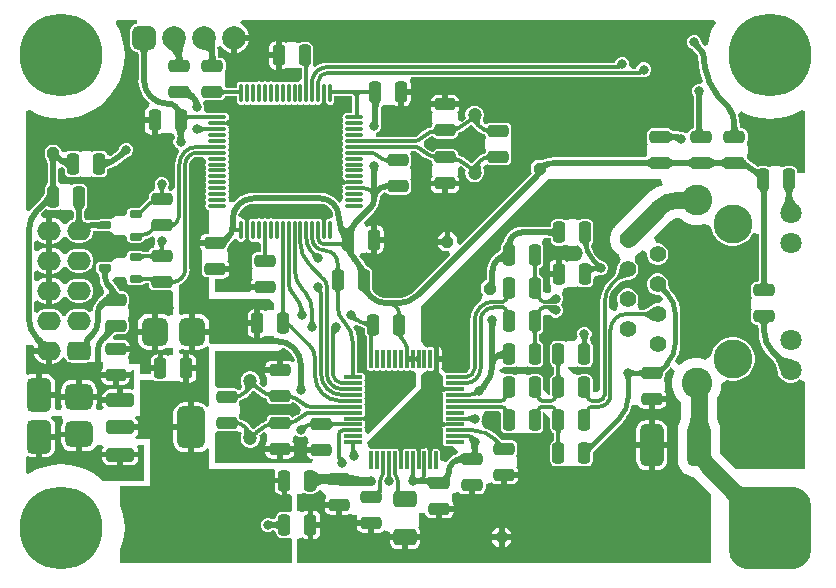
<source format=gbl>
G04*
G04 #@! TF.GenerationSoftware,Altium Limited,Altium Designer,22.11.1 (43)*
G04*
G04 Layer_Physical_Order=2*
G04 Layer_Color=16711680*
%FSLAX44Y44*%
%MOMM*%
G71*
G04*
G04 #@! TF.SameCoordinates,BE042D05-FDBB-4392-BC48-8EFB1C9D91ED*
G04*
G04*
G04 #@! TF.FilePolarity,Positive*
G04*
G01*
G75*
%ADD10C,0.4000*%
%ADD27C,1.4000*%
%ADD29C,0.5000*%
%ADD30C,0.3000*%
%ADD32C,0.8000*%
G04:AMPARAMS|DCode=33|XSize=2mm|YSize=2mm|CornerRadius=0.5mm|HoleSize=0mm|Usage=FLASHONLY|Rotation=0.000|XOffset=0mm|YOffset=0mm|HoleType=Round|Shape=RoundedRectangle|*
%AMROUNDEDRECTD33*
21,1,2.0000,1.0000,0,0,0.0*
21,1,1.0000,2.0000,0,0,0.0*
1,1,1.0000,0.5000,-0.5000*
1,1,1.0000,-0.5000,-0.5000*
1,1,1.0000,-0.5000,0.5000*
1,1,1.0000,0.5000,0.5000*
%
%ADD33ROUNDEDRECTD33*%
%ADD34C,2.0000*%
%ADD35C,1.8000*%
%ADD36C,3.3000*%
%ADD37C,2.6000*%
%ADD38C,7.0000*%
G04:AMPARAMS|DCode=39|XSize=1mm|YSize=1mm|CornerRadius=0mm|HoleSize=0mm|Usage=FLASHONLY|Rotation=90.000|XOffset=0mm|YOffset=0mm|HoleType=Round|Shape=Octagon|*
%AMOCTAGOND39*
4,1,8,0.2500,0.5000,-0.2500,0.5000,-0.5000,0.2500,-0.5000,-0.2500,-0.2500,-0.5000,0.2500,-0.5000,0.5000,-0.2500,0.5000,0.2500,0.2500,0.5000,0.0*
%
%ADD39OCTAGOND39*%

G04:AMPARAMS|DCode=40|XSize=1mm|YSize=1mm|CornerRadius=0mm|HoleSize=0mm|Usage=FLASHONLY|Rotation=0.000|XOffset=0mm|YOffset=0mm|HoleType=Round|Shape=Octagon|*
%AMOCTAGOND40*
4,1,8,0.5000,-0.2500,0.5000,0.2500,0.2500,0.5000,-0.2500,0.5000,-0.5000,0.2500,-0.5000,-0.2500,-0.2500,-0.5000,0.2500,-0.5000,0.5000,-0.2500,0.0*
%
%ADD40OCTAGOND40*%

%ADD41O,2.0000X1.6000*%
G04:AMPARAMS|DCode=42|XSize=1.6mm|YSize=2mm|CornerRadius=0.4mm|HoleSize=0mm|Usage=FLASHONLY|Rotation=90.000|XOffset=0mm|YOffset=0mm|HoleType=Round|Shape=RoundedRectangle|*
%AMROUNDEDRECTD42*
21,1,1.6000,1.2000,0,0,90.0*
21,1,0.8000,2.0000,0,0,90.0*
1,1,0.8000,0.6000,0.4000*
1,1,0.8000,0.6000,-0.4000*
1,1,0.8000,-0.6000,-0.4000*
1,1,0.8000,-0.6000,0.4000*
%
%ADD42ROUNDEDRECTD42*%
%ADD43C,1.2000*%
G04:AMPARAMS|DCode=44|XSize=7mm|YSize=7mm|CornerRadius=1.75mm|HoleSize=0mm|Usage=FLASHONLY|Rotation=0.000|XOffset=0mm|YOffset=0mm|HoleType=Round|Shape=RoundedRectangle|*
%AMROUNDEDRECTD44*
21,1,7.0000,3.5000,0,0,0.0*
21,1,3.5000,7.0000,0,0,0.0*
1,1,3.5000,1.7500,-1.7500*
1,1,3.5000,-1.7500,-1.7500*
1,1,3.5000,-1.7500,1.7500*
1,1,3.5000,1.7500,1.7500*
%
%ADD44ROUNDEDRECTD44*%
%ADD45C,0.8000*%
%ADD46C,1.4000*%
%ADD47C,1.0000*%
G04:AMPARAMS|DCode=48|XSize=3.6mm|YSize=2mm|CornerRadius=0.5mm|HoleSize=0mm|Usage=FLASHONLY|Rotation=270.000|XOffset=0mm|YOffset=0mm|HoleType=Round|Shape=RoundedRectangle|*
%AMROUNDEDRECTD48*
21,1,3.6000,1.0000,0,0,270.0*
21,1,2.6000,2.0000,0,0,270.0*
1,1,1.0000,-0.5000,-1.3000*
1,1,1.0000,-0.5000,1.3000*
1,1,1.0000,0.5000,1.3000*
1,1,1.0000,0.5000,-1.3000*
%
%ADD48ROUNDEDRECTD48*%
G04:AMPARAMS|DCode=49|XSize=2.2mm|YSize=2.4mm|CornerRadius=0.55mm|HoleSize=0mm|Usage=FLASHONLY|Rotation=0.000|XOffset=0mm|YOffset=0mm|HoleType=Round|Shape=RoundedRectangle|*
%AMROUNDEDRECTD49*
21,1,2.2000,1.3000,0,0,0.0*
21,1,1.1000,2.4000,0,0,0.0*
1,1,1.1000,0.5500,-0.6500*
1,1,1.1000,-0.5500,-0.6500*
1,1,1.1000,-0.5500,0.6500*
1,1,1.1000,0.5500,0.6500*
%
%ADD49ROUNDEDRECTD49*%
G04:AMPARAMS|DCode=50|XSize=2.2mm|YSize=2.4mm|CornerRadius=0.55mm|HoleSize=0mm|Usage=FLASHONLY|Rotation=90.000|XOffset=0mm|YOffset=0mm|HoleType=Round|Shape=RoundedRectangle|*
%AMROUNDEDRECTD50*
21,1,2.2000,1.3000,0,0,90.0*
21,1,1.1000,2.4000,0,0,90.0*
1,1,1.1000,0.6500,0.5500*
1,1,1.1000,0.6500,-0.5500*
1,1,1.1000,-0.6500,-0.5500*
1,1,1.1000,-0.6500,0.5500*
%
%ADD50ROUNDEDRECTD50*%
G04:AMPARAMS|DCode=51|XSize=2mm|YSize=1.4mm|CornerRadius=0.35mm|HoleSize=0mm|Usage=FLASHONLY|Rotation=180.000|XOffset=0mm|YOffset=0mm|HoleType=Round|Shape=RoundedRectangle|*
%AMROUNDEDRECTD51*
21,1,2.0000,0.7000,0,0,180.0*
21,1,1.3000,1.4000,0,0,180.0*
1,1,0.7000,-0.6500,0.3500*
1,1,0.7000,0.6500,0.3500*
1,1,0.7000,0.6500,-0.3500*
1,1,0.7000,-0.6500,-0.3500*
%
%ADD51ROUNDEDRECTD51*%
G04:AMPARAMS|DCode=52|XSize=1.8mm|YSize=1mm|CornerRadius=0.25mm|HoleSize=0mm|Usage=FLASHONLY|Rotation=0.000|XOffset=0mm|YOffset=0mm|HoleType=Round|Shape=RoundedRectangle|*
%AMROUNDEDRECTD52*
21,1,1.8000,0.5000,0,0,0.0*
21,1,1.3000,1.0000,0,0,0.0*
1,1,0.5000,0.6500,-0.2500*
1,1,0.5000,-0.6500,-0.2500*
1,1,0.5000,-0.6500,0.2500*
1,1,0.5000,0.6500,0.2500*
%
%ADD52ROUNDEDRECTD52*%
G04:AMPARAMS|DCode=53|XSize=1.8mm|YSize=1mm|CornerRadius=0.25mm|HoleSize=0mm|Usage=FLASHONLY|Rotation=90.000|XOffset=0mm|YOffset=0mm|HoleType=Round|Shape=RoundedRectangle|*
%AMROUNDEDRECTD53*
21,1,1.8000,0.5000,0,0,90.0*
21,1,1.3000,1.0000,0,0,90.0*
1,1,0.5000,0.2500,0.6500*
1,1,0.5000,0.2500,-0.6500*
1,1,0.5000,-0.2500,-0.6500*
1,1,0.5000,-0.2500,0.6500*
%
%ADD53ROUNDEDRECTD53*%
G04:AMPARAMS|DCode=54|XSize=0.3mm|YSize=1.6mm|CornerRadius=0.075mm|HoleSize=0mm|Usage=FLASHONLY|Rotation=180.000|XOffset=0mm|YOffset=0mm|HoleType=Round|Shape=RoundedRectangle|*
%AMROUNDEDRECTD54*
21,1,0.3000,1.4500,0,0,180.0*
21,1,0.1500,1.6000,0,0,180.0*
1,1,0.1500,-0.0750,0.7250*
1,1,0.1500,0.0750,0.7250*
1,1,0.1500,0.0750,-0.7250*
1,1,0.1500,-0.0750,-0.7250*
%
%ADD54ROUNDEDRECTD54*%
G04:AMPARAMS|DCode=55|XSize=0.3mm|YSize=1.6mm|CornerRadius=0.075mm|HoleSize=0mm|Usage=FLASHONLY|Rotation=90.000|XOffset=0mm|YOffset=0mm|HoleType=Round|Shape=RoundedRectangle|*
%AMROUNDEDRECTD55*
21,1,0.3000,1.4500,0,0,90.0*
21,1,0.1500,1.6000,0,0,90.0*
1,1,0.1500,0.7250,0.0750*
1,1,0.1500,0.7250,-0.0750*
1,1,0.1500,-0.7250,-0.0750*
1,1,0.1500,-0.7250,0.0750*
%
%ADD55ROUNDEDRECTD55*%
%ADD56O,1.6000X0.3000*%
%ADD57O,0.3000X1.6000*%
G04:AMPARAMS|DCode=58|XSize=0.6mm|YSize=1.1mm|CornerRadius=0.15mm|HoleSize=0mm|Usage=FLASHONLY|Rotation=90.000|XOffset=0mm|YOffset=0mm|HoleType=Round|Shape=RoundedRectangle|*
%AMROUNDEDRECTD58*
21,1,0.6000,0.8000,0,0,90.0*
21,1,0.3000,1.1000,0,0,90.0*
1,1,0.3000,0.4000,0.1500*
1,1,0.3000,0.4000,-0.1500*
1,1,0.3000,-0.4000,-0.1500*
1,1,0.3000,-0.4000,0.1500*
%
%ADD58ROUNDEDRECTD58*%
G04:AMPARAMS|DCode=59|XSize=1.2mm|YSize=2.4mm|CornerRadius=0.3mm|HoleSize=0mm|Usage=FLASHONLY|Rotation=270.000|XOffset=0mm|YOffset=0mm|HoleType=Round|Shape=RoundedRectangle|*
%AMROUNDEDRECTD59*
21,1,1.2000,1.8000,0,0,270.0*
21,1,0.6000,2.4000,0,0,270.0*
1,1,0.6000,-0.9000,-0.3000*
1,1,0.6000,-0.9000,0.3000*
1,1,0.6000,0.9000,0.3000*
1,1,0.6000,0.9000,-0.3000*
%
%ADD59ROUNDEDRECTD59*%
G04:AMPARAMS|DCode=60|XSize=3.6mm|YSize=2.4mm|CornerRadius=0.6mm|HoleSize=0mm|Usage=FLASHONLY|Rotation=270.000|XOffset=0mm|YOffset=0mm|HoleType=Round|Shape=RoundedRectangle|*
%AMROUNDEDRECTD60*
21,1,3.6000,1.2000,0,0,270.0*
21,1,2.4000,2.4000,0,0,270.0*
1,1,1.2000,-0.6000,-1.2000*
1,1,1.2000,-0.6000,1.2000*
1,1,1.2000,0.6000,1.2000*
1,1,1.2000,0.6000,-1.2000*
%
%ADD60ROUNDEDRECTD60*%
G04:AMPARAMS|DCode=61|XSize=2.1mm|YSize=2.9mm|CornerRadius=0.525mm|HoleSize=0mm|Usage=FLASHONLY|Rotation=180.000|XOffset=0mm|YOffset=0mm|HoleType=Round|Shape=RoundedRectangle|*
%AMROUNDEDRECTD61*
21,1,2.1000,1.8500,0,0,180.0*
21,1,1.0500,2.9000,0,0,180.0*
1,1,1.0500,-0.5250,0.9250*
1,1,1.0500,0.5250,0.9250*
1,1,1.0500,0.5250,-0.9250*
1,1,1.0500,-0.5250,-0.9250*
%
%ADD61ROUNDEDRECTD61*%
G36*
X603934Y477354D02*
X603568Y476807D01*
X600466Y470518D01*
X598212Y463876D01*
X597213Y458855D01*
X594006Y458107D01*
X592937Y459499D01*
X592839Y459638D01*
X592349Y460431D01*
X592200Y460712D01*
X592095Y460939D01*
X592044Y461079D01*
X592038Y461103D01*
X592030Y461190D01*
X592000Y461289D01*
Y462193D01*
X591087Y464399D01*
X589399Y466087D01*
X587193Y467000D01*
X584807D01*
X582601Y466087D01*
X580913Y464399D01*
X580000Y462193D01*
Y459807D01*
X580913Y457601D01*
X582601Y455913D01*
X584244Y455233D01*
X584259Y455224D01*
X584331Y455197D01*
X584343Y455192D01*
X584362Y455182D01*
X584484Y455096D01*
X584676Y454937D01*
X584885Y454742D01*
X585919Y453572D01*
X589337Y449119D01*
Y449119D01*
X589317Y449103D01*
X589411Y448876D01*
X589433Y448462D01*
X589514Y448056D01*
X589786Y443215D01*
X590342Y439938D01*
X590332Y439888D01*
X590332Y439887D01*
X590376Y439068D01*
X590761Y437260D01*
X590765Y437253D01*
X590924Y436516D01*
X591031Y436143D01*
X592805Y429987D01*
X593509Y428288D01*
X591213Y425992D01*
X591194Y426000D01*
X588806D01*
X586601Y425087D01*
X584913Y423399D01*
X584000Y421194D01*
Y418806D01*
X584913Y416601D01*
X585169Y416346D01*
X585202Y416240D01*
X585258Y415996D01*
X585305Y415715D01*
X585412Y414157D01*
Y389857D01*
X585375Y389431D01*
X585278Y388836D01*
X585160Y388385D01*
X585041Y388086D01*
X584981Y387985D01*
X583744Y387739D01*
X582256Y386744D01*
X581346Y385382D01*
X581214Y385237D01*
X579388Y384491D01*
X578002Y384251D01*
X576194Y385000D01*
X574302D01*
X573944Y385239D01*
X572188Y385588D01*
X569737D01*
X569522Y385602D01*
X568898Y385677D01*
X568363Y385776D01*
X567918Y385893D01*
X567567Y386021D01*
X567309Y386147D01*
X567137Y386260D01*
X567037Y386350D01*
X566871Y386557D01*
X566868Y386559D01*
X566744Y386744D01*
X566268Y387063D01*
X566261Y387068D01*
X566258Y387069D01*
X565256Y387739D01*
X563500Y388088D01*
X550500D01*
X548744Y387739D01*
X547256Y386744D01*
X546261Y385256D01*
X545912Y383500D01*
Y378500D01*
X546261Y376744D01*
X546558Y374442D01*
X546116Y373780D01*
X545961Y373000D01*
Y367000D01*
X546056Y366521D01*
X545790Y365706D01*
X544468Y363621D01*
X544104Y363588D01*
X467071D01*
Y363604D01*
X462842Y363188D01*
X461545Y362794D01*
X461383Y362771D01*
X460885Y362594D01*
X458776Y361954D01*
X458126Y361607D01*
X457323Y361277D01*
X457273Y361244D01*
X457215Y361229D01*
X456909Y361082D01*
X456842Y361032D01*
X456763Y361005D01*
X456754Y361000D01*
X451500D01*
X448000Y357500D01*
Y350500D01*
X448506Y349994D01*
X388000Y289489D01*
X385000Y290731D01*
Y296000D01*
X381000Y300000D01*
X379500D01*
Y292000D01*
X377000D01*
Y289500D01*
X369000D01*
Y288000D01*
X373000Y284000D01*
X378269D01*
X379511Y281000D01*
X349195Y250684D01*
X349078Y250508D01*
X346076Y248044D01*
X342467Y246115D01*
X338551Y244928D01*
X334686Y244547D01*
X334479Y244588D01*
X326000D01*
X325881Y244564D01*
X322986Y244849D01*
X320089Y245728D01*
X317418Y247156D01*
X315077Y249077D01*
X314791Y249425D01*
X314564Y249772D01*
X314168Y250418D01*
X313526Y251605D01*
X313320Y252061D01*
X313168Y252463D01*
X313075Y252781D01*
X313034Y253000D01*
X313027Y253106D01*
X313046Y253289D01*
X313088Y253500D01*
Y266500D01*
X312739Y268256D01*
X311744Y269744D01*
X310727Y270424D01*
X310719Y270433D01*
X310696Y270445D01*
X310494Y270580D01*
X310473Y270598D01*
X310460Y270602D01*
X310256Y270739D01*
X310019Y270786D01*
X310008Y270791D01*
X309664Y270887D01*
X309436Y270986D01*
X309170Y271145D01*
X308869Y271374D01*
X308536Y271682D01*
X308179Y272074D01*
X307820Y272528D01*
X307053Y273703D01*
X306970Y273839D01*
X306587Y274527D01*
X306561Y274558D01*
X306548Y274595D01*
X306422Y274732D01*
X305102Y276887D01*
X302477Y279961D01*
X302740Y281254D01*
X303770Y282961D01*
X307000D01*
X307780Y283116D01*
X308442Y283558D01*
X310354Y282319D01*
X312500Y281892D01*
Y294000D01*
Y306108D01*
X310354Y305681D01*
X309219Y304946D01*
X307157Y305580D01*
X306192Y308703D01*
X314866Y317377D01*
X314925Y317466D01*
X316862Y319826D01*
X318351Y322612D01*
X319268Y325635D01*
X319567Y328673D01*
X319588Y328778D01*
Y329134D01*
X319952Y330961D01*
X321188Y332812D01*
X323039Y334048D01*
X324528Y334345D01*
X325256Y333256D01*
X326744Y332261D01*
X328500Y331912D01*
X341500D01*
X343256Y332261D01*
X344744Y333256D01*
X345739Y334744D01*
X346088Y336500D01*
Y341500D01*
X345739Y343256D01*
X345442Y345558D01*
X345884Y346220D01*
X346039Y347000D01*
Y353000D01*
X345884Y353780D01*
X345442Y354442D01*
X345739Y356744D01*
X346088Y358500D01*
Y363500D01*
X345739Y365256D01*
X345288Y365931D01*
X346328Y368595D01*
X346616Y368931D01*
X348964D01*
X349059Y368950D01*
X349987Y368766D01*
X352437Y367437D01*
X352437D01*
X356349Y364227D01*
X360813Y361841D01*
X362247Y361406D01*
X362288Y361378D01*
X362386Y361357D01*
X362474Y361309D01*
X362989Y361146D01*
X363380Y360999D01*
X363687Y360858D01*
X363908Y360733D01*
X363974Y360686D01*
X364261Y359244D01*
X364558Y356942D01*
X364116Y356280D01*
X363961Y355500D01*
Y349500D01*
X364116Y348720D01*
X364558Y348058D01*
X363319Y346146D01*
X362892Y344000D01*
X387108D01*
X386681Y346146D01*
X385442Y348058D01*
X385884Y348720D01*
X386039Y349500D01*
Y354330D01*
X388200Y355932D01*
X388981Y356088D01*
X391927Y353671D01*
X392016Y353537D01*
X392402Y353152D01*
X392000Y351653D01*
Y349547D01*
X392545Y347512D01*
X393598Y345688D01*
X395088Y344198D01*
X396912Y343145D01*
X398947Y342600D01*
X401053D01*
X403088Y343145D01*
X404912Y344198D01*
X406402Y345688D01*
X407455Y347512D01*
X408000Y349547D01*
Y351653D01*
X407796Y352414D01*
X407788Y352594D01*
X407504Y353744D01*
X407253Y354987D01*
X408045Y356575D01*
X411131Y357671D01*
X411744Y357261D01*
X413500Y356912D01*
X426500D01*
X428256Y357261D01*
X429744Y358256D01*
X430739Y359744D01*
X431088Y361500D01*
Y366500D01*
X430739Y368256D01*
X430442Y370558D01*
X430884Y371220D01*
X431039Y372000D01*
Y378000D01*
X430884Y378780D01*
X430442Y379442D01*
X430739Y381744D01*
X431088Y383500D01*
Y388500D01*
X430739Y390256D01*
X429744Y391744D01*
X428256Y392739D01*
X426500Y393088D01*
X413500D01*
X411744Y392739D01*
X410256Y391744D01*
X408531Y391908D01*
X407900Y392459D01*
X407613Y392821D01*
X406882Y394357D01*
X406713Y394902D01*
X407006Y395460D01*
X407052Y395615D01*
X407455Y396312D01*
X408000Y398347D01*
Y400453D01*
X407455Y402488D01*
X406402Y404312D01*
X404912Y405802D01*
X403088Y406855D01*
X401053Y407400D01*
X398947D01*
X396912Y406855D01*
X395088Y405802D01*
X393598Y404312D01*
X392545Y402488D01*
X392000Y400453D01*
Y398347D01*
X392402Y396848D01*
X392016Y396463D01*
X391927Y396329D01*
X388981Y393912D01*
X388200Y394068D01*
X386039Y395670D01*
Y400500D01*
X385884Y401280D01*
X385442Y401942D01*
X386681Y403854D01*
X387108Y406000D01*
X375000D01*
X362892D01*
X363319Y403854D01*
X364558Y401942D01*
X364116Y401280D01*
X363961Y400500D01*
Y394500D01*
X364116Y393720D01*
X364558Y393058D01*
X364261Y390756D01*
X363974Y389314D01*
X363908Y389267D01*
X363687Y389142D01*
X363380Y389001D01*
X362989Y388854D01*
X362474Y388691D01*
X362386Y388643D01*
X362288Y388622D01*
X362247Y388594D01*
X360813Y388159D01*
X356349Y385773D01*
X352437Y382563D01*
X352437D01*
X349987Y381234D01*
X349059Y381050D01*
X348964Y381069D01*
X316359D01*
X316194Y384000D01*
X318399Y384913D01*
X320087Y386601D01*
X321000Y388806D01*
Y391194D01*
X320588Y392188D01*
Y406263D01*
X320602Y406478D01*
X320604Y406493D01*
X322654Y407765D01*
X323521Y408056D01*
X324000Y407961D01*
X330000D01*
X330780Y408116D01*
X331442Y408558D01*
X333354Y407319D01*
X335500Y406892D01*
X335500D01*
Y419000D01*
X338000D01*
Y421500D01*
X346108D01*
Y425500D01*
X345681Y427646D01*
X345156Y428431D01*
X346511Y431431D01*
X540000Y431431D01*
X541366Y431703D01*
X541810Y432000D01*
X544193D01*
X546399Y432913D01*
X548087Y434601D01*
X549000Y436806D01*
Y439193D01*
X548087Y441399D01*
X546399Y443087D01*
X544193Y444000D01*
X541806D01*
X539601Y443087D01*
X537914Y441399D01*
X537000Y439193D01*
Y438569D01*
X532906D01*
X530901Y441569D01*
X531000Y441806D01*
Y444193D01*
X530087Y446399D01*
X528399Y448087D01*
X526194Y449000D01*
X523806D01*
X521601Y448087D01*
X519913Y446399D01*
X519000Y444193D01*
Y443569D01*
X282980D01*
X280000Y443569D01*
X279988Y443679D01*
X279985Y443678D01*
X279876Y443569D01*
X275000D01*
Y443577D01*
X271863Y443269D01*
X268848Y442354D01*
X266068Y440868D01*
X265258Y440204D01*
X263493Y441283D01*
X262804Y442070D01*
X263088Y443500D01*
Y456500D01*
X262739Y458256D01*
X261744Y459744D01*
X260256Y460739D01*
X258500Y461088D01*
X253500D01*
X251744Y460739D01*
X249442Y460442D01*
X248780Y460884D01*
X248000Y461039D01*
X242000D01*
X241220Y460884D01*
X240558Y460442D01*
X238646Y461681D01*
X236500Y462108D01*
Y450000D01*
Y437892D01*
X238646Y438319D01*
X240558Y439558D01*
X241220Y439116D01*
X242000Y438961D01*
X248000D01*
X248780Y439116D01*
X249442Y439558D01*
X251744Y439261D01*
X253500Y438912D01*
X253910D01*
X253914Y438887D01*
X253931Y438679D01*
Y430843D01*
X252563Y428191D01*
X251621Y427894D01*
X251134Y427797D01*
X250973Y427689D01*
X249652Y427272D01*
X248866Y427797D01*
X247500Y428069D01*
X246134Y427797D01*
X245000Y427039D01*
X243866Y427797D01*
X242500Y428069D01*
X241134Y427797D01*
X240000Y427039D01*
X238866Y427797D01*
X237500Y428069D01*
X236134Y427797D01*
X235000Y427039D01*
X233866Y427797D01*
X232500Y428069D01*
X231134Y427797D01*
X230000Y427039D01*
X228866Y427797D01*
X227500Y428069D01*
X226134Y427797D01*
X225000Y427039D01*
X223866Y427797D01*
X222500Y428069D01*
X221134Y427797D01*
X220000Y427039D01*
X218866Y427797D01*
X217500Y428069D01*
X216134Y427797D01*
X215000Y427039D01*
X213866Y427797D01*
X212500Y428069D01*
X211134Y427797D01*
X210000Y427039D01*
X208866Y427797D01*
X207500Y428069D01*
X206134Y427797D01*
X205000Y427039D01*
X203866Y427797D01*
X202500Y428069D01*
X201134Y427797D01*
X199977Y427023D01*
X199203Y425866D01*
X198931Y424500D01*
Y422600D01*
X198838Y422585D01*
X198653Y422569D01*
X189337D01*
X189138Y422585D01*
X188684Y423680D01*
X188442Y425558D01*
X188884Y426220D01*
X189039Y427000D01*
Y433000D01*
X188884Y433780D01*
X188442Y434442D01*
X188739Y436744D01*
X189088Y438500D01*
Y443500D01*
X188739Y445256D01*
X187744Y446744D01*
X186256Y447739D01*
X184500Y448088D01*
X182991D01*
X182949Y448157D01*
X182601Y451000D01*
X182601D01*
X182571Y451225D01*
X182370Y453910D01*
X182167Y457305D01*
X185120Y458192D01*
X185797Y457018D01*
X188218Y454597D01*
X191182Y452886D01*
X193700Y452211D01*
Y465000D01*
X196200D01*
Y467500D01*
X208989D01*
X208314Y470018D01*
X206603Y472982D01*
X204182Y475403D01*
X201415Y477000D01*
X201333Y477280D01*
X202762Y480000D01*
X602519D01*
X603934Y477354D01*
D02*
G37*
G36*
X590023Y460756D02*
X590092Y460479D01*
X590208Y460163D01*
X590370Y459808D01*
X590579Y459415D01*
X591136Y458514D01*
X591879Y457458D01*
X592320Y456873D01*
X588354Y453828D01*
X587902Y454405D01*
X586348Y456167D01*
X586022Y456470D01*
X585722Y456718D01*
X585447Y456912D01*
X585196Y457051D01*
X584972Y457134D01*
X590000Y460995D01*
X590023Y460756D01*
D02*
G37*
G36*
X124996Y455018D02*
X124522Y454967D01*
X124097Y454817D01*
X123723Y454565D01*
X123399Y454213D01*
X123124Y453760D01*
X122899Y453207D01*
X122725Y452553D01*
X122600Y451799D01*
X122525Y450943D01*
X122500Y449988D01*
X117500D01*
X117475Y450943D01*
X117400Y451799D01*
X117275Y452553D01*
X117100Y453207D01*
X116875Y453760D01*
X116600Y454213D01*
X116275Y454565D01*
X115900Y454817D01*
X115475Y454968D01*
X115000Y455018D01*
X124996Y455018D01*
D02*
G37*
G36*
X180500Y451020D02*
X175506Y451000D01*
X180500D01*
X180525Y450048D01*
X180599Y449196D01*
X180723Y448444D01*
X180897Y447792D01*
X181120Y447241D01*
X181394Y446789D01*
X181716Y446439D01*
X182089Y446188D01*
X182511Y446037D01*
X182982Y445987D01*
X173018D01*
X173489Y446037D01*
X173911Y446188D01*
X174284Y446439D01*
X174606Y446789D01*
X174879Y447241D01*
X175103Y447792D01*
X175277Y448444D01*
X175401Y449196D01*
X175475Y450048D01*
X175500Y451000D01*
X175441Y451643D01*
X175263Y452233D01*
X174967Y452771D01*
X174552Y453257D01*
X174018Y453691D01*
X173367Y454072D01*
X172596Y454401D01*
X171707Y454678D01*
X170700Y454903D01*
X169574Y455075D01*
X179911Y460878D01*
X180500Y451020D01*
D02*
G37*
G36*
X154167Y460008D02*
X153817Y458961D01*
X153508Y457840D01*
X153014Y455381D01*
X152829Y454042D01*
X152582Y451146D01*
X152548Y449804D01*
X152600Y449207D01*
X152725Y448452D01*
X152900Y447798D01*
X153125Y447245D01*
X153400Y446792D01*
X153725Y446440D01*
X154100Y446189D01*
X154525Y446038D01*
X155000Y445987D01*
X148897D01*
X147500Y445223D01*
X147440Y445987D01*
X145000D01*
X145475Y446038D01*
X145900Y446189D01*
X146275Y446440D01*
X146600Y446792D01*
X146875Y447245D01*
X147051Y447679D01*
X146746Y448498D01*
X146159Y449651D01*
X145404Y450836D01*
X144482Y452051D01*
X143392Y453297D01*
X142135Y454574D01*
X139117Y457221D01*
X154558Y460983D01*
X154167Y460008D01*
D02*
G37*
G36*
X260037Y441529D02*
X259820Y441300D01*
X259627Y441033D01*
X259461Y440727D01*
X259320Y440382D01*
X259205Y439999D01*
X259115Y439578D01*
X259051Y439118D01*
X259013Y438619D01*
X259000Y438082D01*
X256000Y437982D01*
X255985Y438591D01*
X255940Y439132D01*
X255865Y439605D01*
X255760Y440010D01*
X255625Y440347D01*
X255460Y440616D01*
X255265Y440817D01*
X255040Y440950D01*
X254785Y441015D01*
X254500Y441013D01*
X260280Y441720D01*
X260037Y441529D01*
D02*
G37*
G36*
X186920Y421710D02*
X187014Y421456D01*
X187170Y421232D01*
X187389Y421038D01*
X187671Y420873D01*
X188015Y420739D01*
X188422Y420634D01*
X188891Y420560D01*
X189423Y420515D01*
X190018Y420500D01*
Y417500D01*
X189423Y417485D01*
X188891Y417440D01*
X188422Y417365D01*
X188015Y417261D01*
X187671Y417127D01*
X187389Y416962D01*
X187170Y416768D01*
X187014Y416544D01*
X186920Y416290D01*
X186889Y416006D01*
Y421994D01*
X186920Y421710D01*
D02*
G37*
G36*
X311013Y416000D02*
X310982Y416285D01*
X310891Y416540D01*
X310740Y416765D01*
X310528Y416960D01*
X310255Y417125D01*
X309922Y417260D01*
X309528Y417365D01*
X309073Y417440D01*
X308558Y417485D01*
X307982Y417500D01*
Y420500D01*
X308558Y420515D01*
X309073Y420560D01*
X309528Y420635D01*
X309922Y420740D01*
X310255Y420875D01*
X310528Y421040D01*
X310740Y421235D01*
X310891Y421460D01*
X310982Y421715D01*
X311013Y422000D01*
Y416000D01*
D02*
G37*
G36*
X278998Y421715D02*
X279089Y421460D01*
X279241Y421235D01*
X279453Y421040D01*
X279725Y420875D01*
X280059Y420740D01*
X280453Y420635D01*
X280907Y420560D01*
X281423Y420515D01*
X281998Y420500D01*
Y417500D01*
X281423Y417485D01*
X280907Y417440D01*
X280453Y417365D01*
X280059Y417260D01*
X279725Y417125D01*
X279453Y416960D01*
X279241Y416765D01*
X279089Y416540D01*
X278998Y416285D01*
X278968Y416000D01*
Y422000D01*
X278998Y421715D01*
D02*
G37*
G36*
X201032Y416000D02*
X201002Y416285D01*
X200911Y416540D01*
X200759Y416765D01*
X200547Y416960D01*
X200275Y417125D01*
X199941Y417260D01*
X199547Y417365D01*
X199093Y417440D01*
X198577Y417485D01*
X198002Y417500D01*
Y420500D01*
X198577Y420515D01*
X199093Y420560D01*
X199547Y420635D01*
X199941Y420740D01*
X200275Y420875D01*
X200547Y421040D01*
X200759Y421235D01*
X200911Y421460D01*
X201002Y421715D01*
X201032Y422000D01*
Y416000D01*
D02*
G37*
G36*
X304500Y417500D02*
X303930Y417470D01*
X303420Y417380D01*
X302970Y417230D01*
X302580Y417020D01*
X302250Y416750D01*
X301980Y416420D01*
X301770Y416030D01*
X301620Y415580D01*
X301530Y415070D01*
X301500Y414500D01*
X298500D01*
X298470Y415070D01*
X298380Y415580D01*
X298230Y416030D01*
X298020Y416420D01*
X297750Y416750D01*
X297420Y417020D01*
X297030Y417230D01*
X296580Y417380D01*
X296070Y417470D01*
X295500Y417500D01*
X300000Y420500D01*
X304500Y417500D01*
D02*
G37*
G36*
X593042Y417357D02*
X592929Y417094D01*
X592828Y416773D01*
X592741Y416393D01*
X592667Y415954D01*
X592560Y414900D01*
X592507Y413611D01*
X592500Y412878D01*
X587500D01*
X587493Y413611D01*
X587333Y415954D01*
X587259Y416393D01*
X587172Y416773D01*
X587071Y417094D01*
X586958Y417357D01*
X586830Y417560D01*
X593170D01*
X593042Y417357D01*
D02*
G37*
G36*
X273931Y411500D02*
X274203Y410134D01*
X274976Y408976D01*
X275000Y408960D01*
Y407758D01*
X275744Y408256D01*
X275840Y408400D01*
X276134Y408203D01*
X277500Y407931D01*
X278866Y408203D01*
X280023Y408977D01*
X280797Y410134D01*
X281069Y411500D01*
Y415400D01*
X281162Y415415D01*
X281347Y415431D01*
X295888D01*
X296078Y415398D01*
X296218Y415351D01*
X296281Y415317D01*
X296301Y415301D01*
X296318Y415281D01*
X296351Y415218D01*
X296398Y415078D01*
X296431Y414888D01*
Y401069D01*
X291500D01*
X290134Y400797D01*
X288977Y400023D01*
X288203Y398866D01*
X287931Y397500D01*
X288203Y396134D01*
X288961Y395000D01*
X288203Y393866D01*
X287931Y392500D01*
X288203Y391134D01*
X288961Y390000D01*
X288203Y388866D01*
X287931Y387500D01*
X288203Y386134D01*
X288961Y385000D01*
X288203Y383866D01*
X287931Y382500D01*
X288203Y381134D01*
X288961Y380000D01*
X288203Y378866D01*
X287931Y377500D01*
X288203Y376134D01*
X288961Y375000D01*
X288203Y373866D01*
X287931Y372500D01*
X288203Y371134D01*
X288961Y370000D01*
X288203Y368866D01*
X287931Y367500D01*
X288203Y366134D01*
X288961Y365000D01*
X288203Y363866D01*
X287931Y362500D01*
X288203Y361134D01*
X288961Y360000D01*
X288203Y358866D01*
X287931Y357500D01*
X288203Y356134D01*
X288961Y355000D01*
X288203Y353866D01*
X287931Y352500D01*
X288203Y351134D01*
X288961Y350000D01*
X288203Y348866D01*
X287931Y347500D01*
X288203Y346134D01*
X288400Y345840D01*
X288256Y345744D01*
X287758Y345000D01*
X288960D01*
X288976Y344976D01*
X290134Y344203D01*
X291500Y343931D01*
X298000D01*
Y341069D01*
X291500D01*
X290134Y340797D01*
X288976Y340024D01*
X288960Y340000D01*
X287758D01*
X288256Y339256D01*
X288400Y339160D01*
X288203Y338866D01*
X287931Y337500D01*
X288203Y336134D01*
X288961Y335000D01*
X288203Y333866D01*
X287931Y332500D01*
X288203Y331134D01*
X288961Y330000D01*
X288203Y328866D01*
X287931Y327500D01*
X288069Y326807D01*
X285436Y325288D01*
X283566Y327566D01*
X280444Y330128D01*
X276883Y332031D01*
X273019Y333203D01*
X269000Y333599D01*
Y333588D01*
X213000D01*
Y333609D01*
X208589Y333174D01*
X204347Y331888D01*
X200437Y329798D01*
X197011Y326986D01*
X196246Y326054D01*
X195169Y325690D01*
X192458Y326168D01*
X191972Y327016D01*
X192069Y327500D01*
X191797Y328866D01*
X191039Y330000D01*
X191797Y331134D01*
X192069Y332500D01*
X191797Y333866D01*
X191039Y335000D01*
X191797Y336134D01*
X192069Y337500D01*
X191797Y338866D01*
X191039Y340000D01*
X191797Y341134D01*
X192069Y342500D01*
X191797Y343866D01*
X191039Y345000D01*
X191797Y346134D01*
X192069Y347500D01*
X191797Y348866D01*
X191039Y350000D01*
X191797Y351134D01*
X192069Y352500D01*
X191797Y353866D01*
X191039Y355000D01*
X191797Y356134D01*
X192069Y357500D01*
X191797Y358866D01*
X191039Y360000D01*
X191797Y361134D01*
X192069Y362500D01*
X191797Y363866D01*
X191039Y365000D01*
X191797Y366134D01*
X192069Y367500D01*
X191797Y368866D01*
X191039Y370000D01*
X191797Y371134D01*
X192069Y372500D01*
X191797Y373866D01*
X191039Y375000D01*
X191797Y376134D01*
X192069Y377500D01*
X191797Y378866D01*
X191039Y380000D01*
X191797Y381134D01*
X192069Y382500D01*
X191797Y383866D01*
X191039Y385000D01*
X191797Y386134D01*
X192069Y387500D01*
X191797Y388866D01*
X191600Y389160D01*
X191744Y389256D01*
X192242Y390000D01*
X191040D01*
X191024Y390024D01*
X189866Y390797D01*
X188500Y391069D01*
X182000D01*
Y393931D01*
X188500D01*
X189866Y394203D01*
X191024Y394976D01*
X191040Y395000D01*
X192242D01*
X191744Y395744D01*
X191600Y395840D01*
X191797Y396134D01*
X192069Y397500D01*
X191797Y398866D01*
X191023Y400023D01*
X189866Y400797D01*
X188500Y401069D01*
X172474D01*
X170694Y404069D01*
X171000Y404807D01*
Y407193D01*
X170206Y409110D01*
X171065Y410984D01*
X171816Y411912D01*
X184500D01*
X186256Y412261D01*
X187744Y413256D01*
X188739Y414744D01*
X188864Y415371D01*
X189138Y415415D01*
X189337Y415431D01*
X198653D01*
X198838Y415415D01*
X198931Y415400D01*
Y411500D01*
X199203Y410134D01*
X199977Y408977D01*
X201134Y408203D01*
X202500Y407931D01*
X203866Y408203D01*
X205000Y408961D01*
X206134Y408203D01*
X207500Y407931D01*
X208866Y408203D01*
X210000Y408961D01*
X211134Y408203D01*
X212500Y407931D01*
X213866Y408203D01*
X215000Y408961D01*
X216134Y408203D01*
X217500Y407931D01*
X218866Y408203D01*
X220000Y408961D01*
X221134Y408203D01*
X222500Y407931D01*
X223866Y408203D01*
X225000Y408961D01*
X226134Y408203D01*
X227500Y407931D01*
X228866Y408203D01*
X230000Y408961D01*
X231134Y408203D01*
X232500Y407931D01*
X233866Y408203D01*
X235000Y408961D01*
X236134Y408203D01*
X237500Y407931D01*
X238866Y408203D01*
X240000Y408961D01*
X241134Y408203D01*
X242500Y407931D01*
X243866Y408203D01*
X245000Y408961D01*
X246134Y408203D01*
X247500Y407931D01*
X248866Y408203D01*
X250000Y408961D01*
X251134Y408203D01*
X252500Y407931D01*
X253866Y408203D01*
X255000Y408961D01*
X256134Y408203D01*
X257500Y407931D01*
X258866Y408203D01*
X260000Y408961D01*
X261134Y408203D01*
X262500Y407931D01*
X263866Y408203D01*
X265000Y408961D01*
X266134Y408203D01*
X267500Y407931D01*
X268866Y408203D01*
X269160Y408400D01*
X269256Y408256D01*
X270000Y407758D01*
Y408960D01*
X270024Y408976D01*
X270797Y410134D01*
X271069Y411500D01*
Y418000D01*
X273931D01*
Y411500D01*
D02*
G37*
G36*
X158937Y422062D02*
X159117Y421625D01*
X159366Y421153D01*
X159684Y420647D01*
X160070Y420107D01*
X161050Y418921D01*
X161644Y418276D01*
X163037Y416883D01*
X161806Y412557D01*
X165759Y413137D01*
X167286Y409282D01*
X161237Y407356D01*
X161397Y407875D01*
X161502Y408389D01*
X161553Y408899D01*
X161548Y409404D01*
X161488Y409906D01*
X161374Y410402D01*
X161204Y410895D01*
X161163Y410984D01*
X160272Y411810D01*
X158452Y413314D01*
X157677Y413849D01*
X156993Y414239D01*
X156398Y414483D01*
X155894Y414583D01*
X155480Y414538D01*
X155157Y414348D01*
X154923Y414013D01*
X158826Y422463D01*
X158937Y422062D01*
D02*
G37*
G36*
X319942Y410448D02*
X319639Y410109D01*
X319372Y409704D01*
X319141Y409231D01*
X318945Y408690D01*
X318785Y408083D01*
X318660Y407409D01*
X318571Y406667D01*
X318518Y405858D01*
X318500Y404982D01*
X313500D01*
X313482Y405858D01*
X313340Y407409D01*
X313215Y408083D01*
X313055Y408690D01*
X312859Y409231D01*
X312628Y409704D01*
X312360Y410109D01*
X312058Y410448D01*
X311720Y410720D01*
X320280D01*
X319942Y410448D01*
D02*
G37*
G36*
X149884Y407141D02*
X152490Y404712D01*
X152995Y404341D01*
X153442Y404064D01*
X153830Y403882D01*
X154160Y403795D01*
X154432Y403801D01*
X146101Y401943D01*
X146341Y402027D01*
X146507Y402154D01*
X146598Y402325D01*
X146616Y402540D01*
X146559Y402799D01*
X146429Y403101D01*
X146225Y403448D01*
X145946Y403838D01*
X145594Y404272D01*
X145167Y404749D01*
X149087Y407984D01*
X149884Y407141D01*
D02*
G37*
G36*
X156018Y400215D02*
X156109Y399960D01*
X156260Y399735D01*
X156472Y399540D01*
X156745Y399375D01*
X157078Y399240D01*
X157472Y399135D01*
X157927Y399060D01*
X158133Y399042D01*
X160500Y399000D01*
Y396000D01*
X157377Y395840D01*
X157078Y395760D01*
X156745Y395625D01*
X156472Y395460D01*
X156260Y395265D01*
X156109Y395040D01*
X156018Y394785D01*
X155987Y394500D01*
Y395768D01*
X155267Y395731D01*
Y399269D01*
X155367Y399218D01*
X155562Y399172D01*
X155851Y399132D01*
X155987Y399122D01*
Y400500D01*
X156018Y400215D01*
D02*
G37*
G36*
X680000Y402519D02*
Y350000D01*
X673088D01*
Y351500D01*
X672739Y353256D01*
X671744Y354744D01*
X670256Y355739D01*
X668500Y356088D01*
X663500D01*
X661744Y355739D01*
X659442Y355442D01*
X658780Y355884D01*
X658000Y356039D01*
X652000D01*
X651220Y355884D01*
X650558Y355442D01*
X648256Y355739D01*
X646500Y356088D01*
X641500D01*
X639744Y355739D01*
X639693Y355705D01*
X636888Y358102D01*
X634732Y359422D01*
X634595Y359548D01*
X634558Y359561D01*
X634527Y359587D01*
X633839Y359969D01*
X633094Y360426D01*
X632550Y360803D01*
X632074Y361179D01*
X631682Y361536D01*
X631374Y361869D01*
X631145Y362170D01*
X630986Y362436D01*
X630887Y362664D01*
X630791Y363008D01*
X630786Y363020D01*
X630739Y363256D01*
X630442Y365558D01*
X630884Y366220D01*
X631039Y367000D01*
Y373000D01*
X630884Y373780D01*
X630442Y374442D01*
X630739Y376744D01*
X631088Y378500D01*
Y383500D01*
X630739Y385256D01*
X629744Y386744D01*
X628256Y387739D01*
X626500Y388088D01*
X625060D01*
X624593Y390895D01*
X624593D01*
X624223Y395586D01*
X623125Y400163D01*
X623075Y400281D01*
X625415Y402472D01*
X629482Y400466D01*
X636124Y398212D01*
X643002Y396844D01*
X650000Y396385D01*
X656998Y396844D01*
X663876Y398212D01*
X670518Y400466D01*
X676807Y403568D01*
X677354Y403934D01*
X680000Y402519D01*
D02*
G37*
G36*
X114541Y477000D02*
X113173Y476820D01*
X111470Y476115D01*
X110007Y474992D01*
X108885Y473530D01*
X108180Y471827D01*
X107940Y470000D01*
Y460000D01*
X108180Y458173D01*
X108885Y456470D01*
X110007Y455008D01*
X111470Y453885D01*
X113173Y453180D01*
X114987Y452941D01*
X115047Y452841D01*
X115163Y452557D01*
X115279Y452122D01*
X115375Y451542D01*
X115412Y451128D01*
Y429000D01*
X115381D01*
X115855Y424197D01*
X117255Y419579D01*
X119530Y415323D01*
X122592Y411592D01*
X124753Y409819D01*
X124454Y407471D01*
X124075Y406494D01*
X122535Y405465D01*
X121319Y403646D01*
X120892Y401500D01*
Y397500D01*
X129000D01*
Y395000D01*
X131500D01*
Y382892D01*
X133646Y383319D01*
X135558Y384558D01*
X136220Y384116D01*
X137000Y383961D01*
X143000D01*
X143479Y384056D01*
X144294Y383790D01*
X145164Y383238D01*
X145913Y380399D01*
X145000Y378194D01*
Y375807D01*
X145913Y373601D01*
X147601Y371913D01*
X148657Y371476D01*
X149733Y368601D01*
X149716Y368038D01*
X149543Y367828D01*
X147825Y364614D01*
X146768Y361127D01*
X146411Y357500D01*
X146431D01*
Y338529D01*
X145000Y335750D01*
X145000Y335750D01*
X142000Y334989D01*
X141874Y335014D01*
X141724Y335111D01*
X141514Y335292D01*
X141220Y335768D01*
X140288Y338088D01*
X141000Y339807D01*
Y342193D01*
X140087Y344399D01*
X138399Y346087D01*
X136194Y347000D01*
X133806D01*
X131601Y346087D01*
X129914Y344399D01*
X129000Y342193D01*
Y339807D01*
X129712Y338088D01*
X128780Y335768D01*
X128486Y335292D01*
X128276Y335111D01*
X128126Y335014D01*
X126744Y334739D01*
X125256Y333744D01*
X124261Y332256D01*
X123912Y330500D01*
Y328304D01*
X123612Y328144D01*
X123553Y328096D01*
X120516Y325603D01*
X120506Y325595D01*
X120527Y325574D01*
X116490Y321537D01*
X115971Y321054D01*
X115549Y320715D01*
X115340Y320569D01*
X109000D01*
X107634Y320297D01*
X106477Y319523D01*
X105703Y318366D01*
X105431Y317000D01*
Y316782D01*
X104000Y314039D01*
X96000D01*
X95220Y313884D01*
X94558Y313442D01*
X94326Y313095D01*
X93988Y312699D01*
X91861Y311339D01*
X91000Y311069D01*
X83000D01*
X81634Y310797D01*
X81584Y310763D01*
X78567Y310588D01*
X75623D01*
X75623Y310595D01*
X74900Y310571D01*
X74682Y310527D01*
X74682Y310527D01*
X74429Y310477D01*
X72151Y310252D01*
X72043Y310335D01*
X70816Y310843D01*
X70771Y310873D01*
X70719Y310883D01*
X70012Y311176D01*
X69985Y311226D01*
X69854Y311585D01*
X69728Y312108D01*
X69627Y312784D01*
X69588Y313276D01*
Y317263D01*
X69602Y317478D01*
X69677Y318102D01*
X69776Y318637D01*
X69893Y319082D01*
X70021Y319433D01*
X70147Y319691D01*
X70260Y319863D01*
X70350Y319963D01*
X70557Y320129D01*
X70559Y320132D01*
X70744Y320256D01*
X71063Y320732D01*
X71068Y320739D01*
X71069Y320742D01*
X71739Y321744D01*
X72088Y323500D01*
Y336500D01*
X71739Y338256D01*
X70744Y339744D01*
X69256Y340739D01*
X67500Y341088D01*
X62500D01*
X60744Y340739D01*
X58442Y340442D01*
X57780Y340884D01*
X57000Y341039D01*
X51000D01*
X50521Y340944D01*
X49706Y341210D01*
X47621Y342533D01*
X47588Y342896D01*
Y353544D01*
X47688Y353691D01*
X48176Y354313D01*
X50588Y355342D01*
X50843Y355206D01*
X51111Y355125D01*
X51588Y354841D01*
X52059Y354510D01*
X52417Y354202D01*
X52669Y353931D01*
X52828Y353706D01*
X52912Y353534D01*
Y351500D01*
X53261Y349744D01*
X54256Y348256D01*
X55744Y347261D01*
X57500Y346912D01*
X62500D01*
X64256Y347261D01*
X66558Y347558D01*
X67220Y347116D01*
X68000Y346961D01*
X74000D01*
X74780Y347116D01*
X75442Y347558D01*
X77744Y347261D01*
X79500Y346912D01*
X84500D01*
X86256Y347261D01*
X87744Y348256D01*
X88739Y349744D01*
X89088Y351500D01*
Y353415D01*
X89129Y353490D01*
X89259Y353652D01*
X89487Y353862D01*
X89832Y354106D01*
X90298Y354369D01*
X90886Y354638D01*
X91113Y354723D01*
X91747Y354875D01*
X92639Y355245D01*
X92661Y355250D01*
X92677Y355261D01*
X96095Y356676D01*
X100108Y359136D01*
X103687Y362192D01*
X103687Y362192D01*
X105938Y364000D01*
X106194D01*
X108399Y364913D01*
X110086Y366601D01*
X111000Y368806D01*
Y371194D01*
X110086Y373399D01*
X108399Y375087D01*
X106194Y376000D01*
X103806D01*
X101601Y375087D01*
X99913Y373399D01*
X99000Y371194D01*
Y370489D01*
X97195Y368684D01*
X97078Y368508D01*
X94076Y366044D01*
X92001Y364935D01*
X89009Y366020D01*
X88739Y366256D01*
X87744Y367744D01*
X86256Y368739D01*
X84500Y369088D01*
X79500D01*
X77744Y368739D01*
X75442Y368442D01*
X74780Y368884D01*
X74000Y369039D01*
X68000D01*
X67220Y368884D01*
X66558Y368442D01*
X64256Y368739D01*
X62500Y369088D01*
X57500D01*
X55744Y368739D01*
X54256Y367744D01*
X51286Y368003D01*
X50000Y368936D01*
Y370500D01*
X46500Y374000D01*
X39500D01*
X36000Y370500D01*
Y364642D01*
X35994Y364618D01*
X36000Y364577D01*
Y364559D01*
X35991Y364515D01*
X36000Y364472D01*
Y363500D01*
X37242Y362258D01*
X37491Y361841D01*
X37734Y361334D01*
X37945Y360771D01*
X38125Y360148D01*
X38268Y359465D01*
X38373Y358720D01*
X38412Y358242D01*
Y342737D01*
X38398Y342522D01*
X38323Y341898D01*
X38224Y341363D01*
X38107Y340918D01*
X37979Y340567D01*
X37853Y340309D01*
X37740Y340137D01*
X37650Y340037D01*
X37443Y339871D01*
X37441Y339868D01*
X37256Y339744D01*
X36937Y339268D01*
X36932Y339261D01*
X36931Y339258D01*
X36261Y338256D01*
X35912Y336500D01*
Y333607D01*
X35901Y333543D01*
X35737Y333019D01*
X35463Y332395D01*
X35070Y331682D01*
X34553Y330890D01*
X33925Y330044D01*
X32464Y328353D01*
X26695Y322584D01*
X26692Y322587D01*
X23636Y319008D01*
X23000Y317971D01*
X20000Y318817D01*
Y402519D01*
X22646Y403934D01*
X23193Y403568D01*
X29483Y400466D01*
X36123Y398212D01*
X43002Y396844D01*
X50000Y396385D01*
X56998Y396844D01*
X63877Y398212D01*
X70518Y400466D01*
X76807Y403568D01*
X82639Y407464D01*
X87911Y412089D01*
X92535Y417361D01*
X96432Y423193D01*
X99534Y429482D01*
X101788Y436124D01*
X103156Y443002D01*
X103615Y450000D01*
X103156Y456998D01*
X101788Y463876D01*
X99534Y470518D01*
X96432Y476807D01*
X96066Y477354D01*
X97481Y480000D01*
X114345D01*
X114541Y477000D01*
D02*
G37*
G36*
X318500Y395937D02*
X318454Y392017D01*
X312160Y392817D01*
X312415Y393109D01*
X312642Y393445D01*
X312843Y393825D01*
X313018Y394248D01*
X313165Y394715D01*
X313286Y395226D01*
X313379Y395781D01*
X313446Y396380D01*
X313500Y397708D01*
X318500Y395937D01*
D02*
G37*
G36*
X397007Y394265D02*
X405202Y396409D01*
X404820Y395684D01*
X404528Y394991D01*
X404325Y394329D01*
X404211Y393699D01*
X404187Y393101D01*
X404252Y392534D01*
X404406Y392000D01*
X404649Y391497D01*
X404982Y391026D01*
X405404Y390587D01*
X402094Y389695D01*
X401577Y390283D01*
X400025Y391871D01*
X399508Y392341D01*
X397960Y393572D01*
X397445Y393923D01*
X397127Y394122D01*
X397102Y394126D01*
X397026Y394104D01*
X396928Y394053D01*
X396807Y393973D01*
X396663Y393863D01*
X396307Y393557D01*
X395600Y392879D01*
X393479Y395000D01*
X393734Y395259D01*
X394573Y396207D01*
X394653Y396328D01*
X394704Y396426D01*
X394725Y396502D01*
X394718Y396554D01*
X397007Y394265D01*
D02*
G37*
G36*
X411098Y383073D02*
X411071Y383365D01*
X410984Y383646D01*
X410835Y383915D01*
X410625Y384173D01*
X410355Y384420D01*
X410024Y384655D01*
X409632Y384878D01*
X409179Y385089D01*
X408665Y385289D01*
X408091Y385478D01*
X408152Y388720D01*
X408723Y388562D01*
X409233Y388452D01*
X409684Y388391D01*
X410076Y388376D01*
X410408Y388410D01*
X410680Y388491D01*
X410892Y388620D01*
X411045Y388797D01*
X411138Y389021D01*
X411171Y389293D01*
X411098Y383073D01*
D02*
G37*
G36*
X622524Y389962D02*
X622595Y389128D01*
X622714Y388392D01*
X622880Y387754D01*
X623094Y387214D01*
X623356Y386773D01*
X623665Y386429D01*
X624021Y386184D01*
X624425Y386036D01*
X624877Y385987D01*
X615123D01*
X615575Y386036D01*
X615979Y386184D01*
X616335Y386429D01*
X616644Y386773D01*
X616906Y387214D01*
X617120Y387754D01*
X617286Y388392D01*
X617405Y389128D01*
X617476Y389962D01*
X617500Y390895D01*
X622500D01*
X622524Y389962D01*
D02*
G37*
G36*
X592525Y390058D02*
X592600Y389199D01*
X592725Y388442D01*
X592900Y387786D01*
X593125Y387233D01*
X593400Y386780D01*
X593725Y386430D01*
X594100Y386181D01*
X594525Y386033D01*
X595000Y385987D01*
X585006Y385888D01*
X585480Y385944D01*
X585904Y386102D01*
X586278Y386361D01*
X586602Y386721D01*
X586876Y387183D01*
X587101Y387747D01*
X587276Y388412D01*
X587400Y389179D01*
X587475Y390048D01*
X587500Y391018D01*
X592500D01*
X592525Y390058D01*
D02*
G37*
G36*
X383445Y390298D02*
X383567Y390080D01*
X383751Y389916D01*
X383996Y389807D01*
X384304Y389751D01*
X384673Y389749D01*
X385105Y389801D01*
X385598Y389907D01*
X386153Y390067D01*
X386770Y390281D01*
X386849Y387038D01*
X386278Y386810D01*
X385771Y386574D01*
X385328Y386331D01*
X384947Y386080D01*
X384629Y385822D01*
X384375Y385556D01*
X384183Y385282D01*
X384055Y385001D01*
X383989Y384711D01*
X383987Y384415D01*
X383385Y390570D01*
X383445Y390298D01*
D02*
G37*
G36*
X167883Y390352D02*
X168345Y390069D01*
X168825Y389818D01*
X169324Y389601D01*
X169841Y389417D01*
X170378Y389267D01*
X170932Y389150D01*
X171506Y389067D01*
X172098Y389017D01*
X172708Y389000D01*
Y386000D01*
X172098Y385983D01*
X171506Y385933D01*
X170932Y385850D01*
X170378Y385733D01*
X169841Y385583D01*
X169324Y385399D01*
X168825Y385182D01*
X168345Y384931D01*
X167883Y384648D01*
X167440Y384330D01*
Y390670D01*
X167883Y390352D01*
D02*
G37*
G36*
X366259Y382964D02*
X366218Y383238D01*
X366116Y383465D01*
X365954Y383645D01*
X365731Y383777D01*
X365447Y383861D01*
X365103Y383897D01*
X364698Y383885D01*
X364233Y383826D01*
X363707Y383719D01*
X363120Y383565D01*
X363088Y386746D01*
X363658Y386926D01*
X364166Y387119D01*
X364614Y387324D01*
X365001Y387542D01*
X365326Y387773D01*
X365591Y388016D01*
X365794Y388272D01*
X365936Y388541D01*
X366017Y388822D01*
X366036Y389116D01*
X366259Y382964D01*
D02*
G37*
G36*
X154942Y386448D02*
X154640Y386109D01*
X154372Y385704D01*
X154141Y385231D01*
X153945Y384690D01*
X153785Y384083D01*
X153660Y383409D01*
X153571Y382667D01*
X153564Y382556D01*
X153667Y381046D01*
X153741Y380607D01*
X153828Y380227D01*
X153928Y379906D01*
X154042Y379643D01*
X154170Y379440D01*
X147830D01*
X147958Y379643D01*
X148071Y379906D01*
X148172Y380227D01*
X148259Y380607D01*
X148333Y381046D01*
X148440Y382100D01*
X148446Y382252D01*
X148340Y383409D01*
X148215Y384083D01*
X148055Y384690D01*
X147859Y385231D01*
X147628Y385704D01*
X147360Y386109D01*
X147058Y386448D01*
X146720Y386720D01*
X155280D01*
X154942Y386448D01*
D02*
G37*
G36*
X397588Y391007D02*
X399396Y389597D01*
X400081Y388896D01*
X400564Y388348D01*
X400683Y388256D01*
X401392Y387392D01*
X403965Y385280D01*
X406901Y383711D01*
X407445Y383546D01*
X407455Y383540D01*
X407977Y383369D01*
X408377Y383214D01*
X408694Y383065D01*
X408927Y382933D01*
X409041Y382852D01*
X409261Y381744D01*
X409558Y379442D01*
X409116Y378780D01*
X408961Y378000D01*
Y372000D01*
X409116Y371220D01*
X409558Y370558D01*
X409261Y368256D01*
X409041Y367148D01*
X408927Y367067D01*
X408694Y366935D01*
X408377Y366786D01*
X407977Y366631D01*
X407455Y366460D01*
X407445Y366454D01*
X406901Y366289D01*
X403965Y364720D01*
X401392Y362608D01*
X400691Y361754D01*
X400581Y361672D01*
X399572Y360554D01*
X399410Y360389D01*
X397543Y358953D01*
X397077Y358599D01*
X393618Y361553D01*
X389740Y363930D01*
X387819Y364725D01*
X387675Y364827D01*
X387637Y364835D01*
X387605Y364856D01*
X387087Y365063D01*
X386692Y365247D01*
X386380Y365417D01*
X386154Y365566D01*
X386088Y365620D01*
Y366000D01*
X385739Y367756D01*
X384744Y369244D01*
X383256Y370239D01*
X381500Y370588D01*
X368500D01*
X366744Y370239D01*
X365256Y369244D01*
X364551Y368190D01*
X364197Y368262D01*
X363553Y368457D01*
X360328Y370181D01*
X359761Y370647D01*
X357548Y372548D01*
X356863Y375000D01*
X357548Y377452D01*
X359761Y379353D01*
X360328Y379819D01*
X363553Y381543D01*
X364197Y381738D01*
X364551Y381810D01*
X365256Y380756D01*
X366744Y379761D01*
X368500Y379412D01*
X381500D01*
X383256Y379761D01*
X384744Y380756D01*
X385739Y382244D01*
X386088Y384000D01*
Y384380D01*
X386154Y384434D01*
X386380Y384583D01*
X386691Y384753D01*
X387087Y384937D01*
X387605Y385144D01*
X387637Y385165D01*
X387675Y385173D01*
X387819Y385275D01*
X389740Y386070D01*
X393619Y388447D01*
X397077Y391401D01*
X397588Y391007D01*
D02*
G37*
G36*
X565552Y384942D02*
X565891Y384640D01*
X566296Y384372D01*
X566769Y384141D01*
X567310Y383945D01*
X567917Y383785D01*
X568591Y383660D01*
X569333Y383571D01*
X570142Y383518D01*
X571018Y383500D01*
Y383031D01*
X573479Y382700D01*
X571833Y376556D01*
X571515Y376926D01*
X571161Y377256D01*
X570771Y377547D01*
X570345Y377800D01*
X569883Y378014D01*
X569384Y378189D01*
X568850Y378325D01*
X568704Y378350D01*
X568591Y378340D01*
X567917Y378215D01*
X567310Y378055D01*
X566769Y377859D01*
X566296Y377628D01*
X565891Y377360D01*
X565552Y377058D01*
X565280Y376720D01*
Y385280D01*
X565552Y384942D01*
D02*
G37*
G36*
X366036Y360884D02*
X366017Y361178D01*
X365936Y361459D01*
X365794Y361728D01*
X365591Y361984D01*
X365326Y362227D01*
X365001Y362458D01*
X364614Y362676D01*
X364166Y362881D01*
X363658Y363074D01*
X363088Y363254D01*
X363120Y366435D01*
X363707Y366281D01*
X364233Y366174D01*
X364698Y366115D01*
X365103Y366103D01*
X365447Y366140D01*
X365731Y366223D01*
X365954Y366355D01*
X366116Y366535D01*
X366218Y366762D01*
X366259Y367037D01*
X366036Y360884D01*
D02*
G37*
G36*
X326111Y358009D02*
X326082Y358297D01*
X325991Y358571D01*
X325839Y358829D01*
X325625Y359073D01*
X325350Y359301D01*
X325013Y359514D01*
X324615Y359712D01*
X324156Y359895D01*
X323635Y360063D01*
X323053Y360216D01*
X323092Y363390D01*
X323670Y363268D01*
X324187Y363189D01*
X324644Y363155D01*
X325040Y363164D01*
X325375Y363218D01*
X325650Y363315D01*
X325864Y363456D01*
X326017Y363641D01*
X326109Y363870D01*
X326141Y364143D01*
X326111Y358009D01*
D02*
G37*
G36*
X611720Y354720D02*
X611448Y355058D01*
X611109Y355360D01*
X610704Y355628D01*
X610231Y355859D01*
X609690Y356055D01*
X609083Y356215D01*
X608409Y356340D01*
X607667Y356429D01*
X606858Y356482D01*
X606000Y356500D01*
X605142Y356482D01*
X603591Y356340D01*
X602917Y356215D01*
X602310Y356055D01*
X601769Y355859D01*
X601296Y355628D01*
X600891Y355360D01*
X600552Y355058D01*
X600280Y354720D01*
Y363280D01*
X600552Y362942D01*
X600891Y362640D01*
X601296Y362372D01*
X601769Y362141D01*
X602310Y361945D01*
X602917Y361785D01*
X603591Y361660D01*
X604333Y361571D01*
X605142Y361518D01*
X606000Y361500D01*
X606858Y361518D01*
X608409Y361660D01*
X609083Y361785D01*
X609690Y361945D01*
X610231Y362141D01*
X610704Y362372D01*
X611109Y362640D01*
X611448Y362942D01*
X611720Y363280D01*
Y354720D01*
D02*
G37*
G36*
X411171Y360707D02*
X411138Y360979D01*
X411045Y361203D01*
X410892Y361380D01*
X410680Y361509D01*
X410408Y361590D01*
X410076Y361624D01*
X409684Y361610D01*
X409233Y361548D01*
X408723Y361438D01*
X408152Y361280D01*
X408091Y364522D01*
X408665Y364711D01*
X409179Y364911D01*
X409632Y365122D01*
X410024Y365345D01*
X410355Y365580D01*
X410625Y365827D01*
X410835Y366085D01*
X410984Y366354D01*
X411071Y366635D01*
X411098Y366927D01*
X411171Y360707D01*
D02*
G37*
G36*
X383989Y365289D02*
X384055Y365000D01*
X384183Y364718D01*
X384375Y364444D01*
X384629Y364178D01*
X384947Y363920D01*
X385328Y363669D01*
X385771Y363426D01*
X386278Y363190D01*
X386849Y362962D01*
X386770Y359719D01*
X386153Y359933D01*
X385598Y360093D01*
X385105Y360199D01*
X384673Y360251D01*
X384304Y360249D01*
X383996Y360193D01*
X383751Y360084D01*
X383567Y359920D01*
X383445Y359702D01*
X383385Y359430D01*
X383987Y365585D01*
X383989Y365289D01*
D02*
G37*
G36*
X405404Y359413D02*
X405191Y359143D01*
X405034Y358771D01*
X404934Y358296D01*
X404889Y357719D01*
X404902Y357039D01*
X404970Y356257D01*
X405095Y355373D01*
X405514Y353297D01*
X405808Y352106D01*
X396998Y355727D01*
X394718Y353446D01*
X394725Y353498D01*
X394704Y353574D01*
X394653Y353672D01*
X394573Y353793D01*
X394463Y353937D01*
X394157Y354293D01*
X393479Y355000D01*
X395600Y357121D01*
X395858Y356866D01*
X396807Y356027D01*
X396928Y355947D01*
X397026Y355896D01*
X397102Y355874D01*
X397127Y355878D01*
X397445Y356077D01*
X398476Y356809D01*
X398992Y357219D01*
X400542Y358629D01*
X401059Y359158D01*
X402094Y360305D01*
X405404Y359413D01*
D02*
G37*
G36*
X583720Y354720D02*
X583448Y355058D01*
X583109Y355360D01*
X582704Y355628D01*
X582231Y355859D01*
X581690Y356055D01*
X581083Y356215D01*
X580409Y356340D01*
X579667Y356429D01*
X578858Y356482D01*
X577982Y356500D01*
Y361500D01*
X578858Y361518D01*
X580409Y361660D01*
X581083Y361785D01*
X581690Y361945D01*
X582231Y362141D01*
X582704Y362372D01*
X583109Y362640D01*
X583448Y362942D01*
X583720Y363280D01*
Y354720D01*
D02*
G37*
G36*
X565552Y362942D02*
X565891Y362640D01*
X566296Y362372D01*
X566769Y362141D01*
X567310Y361945D01*
X567917Y361785D01*
X568591Y361660D01*
X569333Y361571D01*
X570142Y361518D01*
X571018Y361500D01*
Y356500D01*
X570142Y356482D01*
X568591Y356340D01*
X567917Y356215D01*
X567310Y356055D01*
X566769Y355859D01*
X566296Y355628D01*
X565891Y355360D01*
X565552Y355058D01*
X565280Y354720D01*
Y363280D01*
X565552Y362942D01*
D02*
G37*
G36*
X548720Y354720D02*
X548448Y355058D01*
X548109Y355360D01*
X547704Y355628D01*
X547231Y355859D01*
X546690Y356055D01*
X546083Y356215D01*
X545409Y356340D01*
X544667Y356429D01*
X543858Y356482D01*
X542982Y356500D01*
Y361500D01*
X543858Y361518D01*
X545409Y361660D01*
X546083Y361785D01*
X546690Y361945D01*
X547231Y362141D01*
X547704Y362372D01*
X548109Y362640D01*
X548448Y362942D01*
X548720Y363280D01*
Y354720D01*
D02*
G37*
G36*
X47634Y368178D02*
X47486Y367763D01*
X47495Y367295D01*
X47662Y366774D01*
X47986Y366201D01*
X48467Y365575D01*
X49105Y364897D01*
X49900Y364165D01*
X50853Y363382D01*
X51060Y363225D01*
X51358Y363111D01*
X52125Y362868D01*
X52801Y362713D01*
X53388Y362644D01*
X53885Y362662D01*
X54291Y362767D01*
X54606Y362960D01*
X54832Y363239D01*
X54967Y363606D01*
X55013Y364059D01*
Y353267D01*
X54965Y353773D01*
X54824Y354267D01*
X54587Y354748D01*
X54257Y355218D01*
X53832Y355675D01*
X53312Y356120D01*
X52698Y356554D01*
X51990Y356975D01*
X51187Y357383D01*
X50290Y357780D01*
X50357Y359595D01*
X49573Y358154D01*
X48521Y358890D01*
X46514Y360131D01*
X45861Y360476D01*
X45722Y359818D01*
X45599Y358945D01*
X45525Y358020D01*
X45500Y357046D01*
X40500D01*
X40475Y358020D01*
X40401Y358945D01*
X40278Y359818D01*
X40105Y360641D01*
X39883Y361413D01*
X39611Y362135D01*
X39290Y362806D01*
X38919Y363426D01*
X38500Y363996D01*
X38031Y364515D01*
X43348D01*
X47939Y368541D01*
X47634Y368178D01*
D02*
G37*
G36*
X87035Y363140D02*
X87179Y362756D01*
X87418Y362450D01*
X87753Y362221D01*
X88184Y362070D01*
X88710Y361996D01*
X89332Y361998D01*
X90050Y362079D01*
X90863Y362236D01*
X91772Y362470D01*
X91852Y357122D01*
X90928Y356833D01*
X90101Y356521D01*
X89371Y356187D01*
X88739Y355830D01*
X88204Y355451D01*
X87766Y355050D01*
X87425Y354625D01*
X87182Y354179D01*
X87036Y353709D01*
X86987Y353218D01*
Y363600D01*
X87035Y363140D01*
D02*
G37*
G36*
X628960Y361981D02*
X629169Y361502D01*
X629453Y361027D01*
X629811Y360555D01*
X630245Y360087D01*
X630753Y359623D01*
X631337Y359163D01*
X631995Y358707D01*
X632729Y358254D01*
X633537Y357805D01*
X632700Y352382D01*
X631937Y352768D01*
X630507Y353391D01*
X629839Y353626D01*
X629203Y353811D01*
X628599Y353946D01*
X628027Y354031D01*
X627486Y354065D01*
X626977Y354049D01*
X626500Y353982D01*
X628826Y362463D01*
X628960Y361981D01*
D02*
G37*
G36*
X464664Y356300D02*
X463617Y355921D01*
X461905Y355135D01*
X461241Y354729D01*
X460705Y354314D01*
X460296Y353889D01*
X460015Y353455D01*
X459862Y353013D01*
X459837Y352561D01*
X459939Y352100D01*
X457485Y358969D01*
X457485Y359034D01*
X457588Y359125D01*
X457791Y359244D01*
X458097Y359391D01*
X459013Y359767D01*
X462065Y360849D01*
X464664Y356300D01*
D02*
G37*
G36*
X318170Y353560D02*
X318042Y353357D01*
X317929Y353094D01*
X317828Y352773D01*
X317741Y352393D01*
X317667Y351954D01*
X317560Y350900D01*
X317507Y349611D01*
X317500Y348877D01*
X312500D01*
X312493Y349611D01*
X312333Y351954D01*
X312259Y352393D01*
X312172Y352773D01*
X312071Y353094D01*
X311958Y353357D01*
X311830Y353560D01*
X318170Y353560D01*
D02*
G37*
G36*
X638993Y353546D02*
X639361Y353222D01*
X639452Y353157D01*
X639528Y353114D01*
X639588Y353092D01*
X639632Y353092D01*
X639661Y353114D01*
X639674Y353157D01*
X639013Y346196D01*
X638981Y346276D01*
X638877Y346424D01*
X638701Y346638D01*
X637739Y347684D01*
X635447Y350018D01*
X638839Y353697D01*
X638993Y353546D01*
D02*
G37*
G36*
X456616Y349061D02*
X456617Y349019D01*
X456558Y348905D01*
X456440Y348719D01*
X455727Y347729D01*
X453939Y345404D01*
X450404Y348939D01*
X450583Y349167D01*
X451391Y350072D01*
X451443Y350104D01*
X451479Y350110D01*
X456616Y349061D01*
D02*
G37*
G36*
X45518Y343142D02*
X45660Y341591D01*
X45785Y340917D01*
X45945Y340310D01*
X46141Y339769D01*
X46372Y339296D01*
X46639Y338891D01*
X46942Y338552D01*
X47280Y338280D01*
X38720D01*
X39058Y338552D01*
X39360Y338891D01*
X39628Y339296D01*
X39859Y339769D01*
X40055Y340310D01*
X40215Y340917D01*
X40340Y341591D01*
X40429Y342333D01*
X40482Y343142D01*
X40500Y344018D01*
X45500D01*
X45518Y343142D01*
D02*
G37*
G36*
X137852Y338117D02*
X137569Y337655D01*
X137318Y337175D01*
X137101Y336676D01*
X136917Y336158D01*
X136767Y335622D01*
X136650Y335068D01*
X136597Y334702D01*
X136635Y334472D01*
X136740Y334078D01*
X136875Y333745D01*
X137040Y333472D01*
X137235Y333260D01*
X137460Y333109D01*
X137715Y333018D01*
X138000Y332987D01*
X132000D01*
X132285Y333018D01*
X132540Y333109D01*
X132765Y333260D01*
X132960Y333472D01*
X133125Y333745D01*
X133260Y334078D01*
X133365Y334472D01*
X133403Y334702D01*
X133350Y335068D01*
X133233Y335622D01*
X133083Y336158D01*
X132899Y336676D01*
X132682Y337175D01*
X132431Y337655D01*
X132148Y338117D01*
X131830Y338560D01*
X138170D01*
X137852Y338117D01*
D02*
G37*
G36*
X648574Y337116D02*
X648349Y336648D01*
X648150Y336132D01*
X647977Y335570D01*
X647832Y334959D01*
X647712Y334302D01*
X647553Y332845D01*
X647513Y332045D01*
X647500Y331198D01*
X642500Y330982D01*
X642475Y332091D01*
X642401Y333078D01*
X642277Y333941D01*
X642103Y334683D01*
X641879Y335302D01*
X641606Y335798D01*
X641283Y336172D01*
X640911Y336423D01*
X640489Y336552D01*
X640017Y336558D01*
X648826Y337537D01*
X648574Y337116D01*
D02*
G37*
G36*
X316337Y330891D02*
X312651Y329634D01*
X312770Y330022D01*
X312844Y330408D01*
X312873Y330791D01*
X312856Y331173D01*
X312794Y331553D01*
X312687Y331931D01*
X312535Y332307D01*
X312338Y332681D01*
X312095Y333054D01*
X311807Y333424D01*
X315111Y333923D01*
X316337Y330891D01*
D02*
G37*
G36*
X39139Y321476D02*
X39041Y322049D01*
X38861Y322468D01*
X38598Y322734D01*
X38253Y322848D01*
X37825Y322808D01*
X37314Y322615D01*
X36721Y322268D01*
X36046Y321769D01*
X35287Y321117D01*
X34447Y320311D01*
X32679Y325614D01*
X33743Y326713D01*
X35517Y328768D01*
X36227Y329723D01*
X36819Y330631D01*
X37294Y331491D01*
X37650Y332303D01*
X37889Y333068D01*
X38010Y333784D01*
X38013Y334453D01*
X39139Y321476D01*
D02*
G37*
G36*
X669942Y336448D02*
X669640Y336109D01*
X669372Y335704D01*
X669141Y335231D01*
X668945Y334690D01*
X668785Y334083D01*
X668660Y333409D01*
X668593Y332852D01*
X668726Y331950D01*
X669008Y330788D01*
X669404Y329615D01*
X669913Y328433D01*
X670534Y327239D01*
X671269Y326036D01*
X672116Y324822D01*
X673077Y323598D01*
X674150Y322364D01*
X659932Y321171D01*
X660610Y322291D01*
X661216Y323433D01*
X661752Y324596D01*
X662215Y325783D01*
X662608Y326991D01*
X662929Y328221D01*
X663179Y329473D01*
X663357Y330747D01*
X663464Y332044D01*
X663465Y332051D01*
X663340Y333409D01*
X663215Y334083D01*
X663055Y334690D01*
X662859Y335231D01*
X662628Y335704D01*
X662361Y336109D01*
X662058Y336448D01*
X661720Y336720D01*
X670280D01*
X669942Y336448D01*
D02*
G37*
G36*
X120620Y318498D02*
X120023Y317880D01*
X119083Y316774D01*
X118741Y316285D01*
X118483Y315839D01*
X118310Y315436D01*
X118222Y315077D01*
X118219Y314760D01*
X118301Y314486D01*
X118468Y314256D01*
X114256Y318468D01*
X114486Y318301D01*
X114760Y318219D01*
X115077Y318222D01*
X115436Y318310D01*
X115839Y318483D01*
X116285Y318741D01*
X116774Y319083D01*
X117305Y319510D01*
X118498Y320620D01*
X120620Y318498D01*
D02*
G37*
G36*
X68942Y321448D02*
X68639Y321109D01*
X68372Y320704D01*
X68141Y320231D01*
X67945Y319690D01*
X67785Y319083D01*
X67660Y318409D01*
X67571Y317667D01*
X67518Y316858D01*
X67500Y315982D01*
X62500D01*
X62482Y316858D01*
X62340Y318409D01*
X62215Y319083D01*
X62055Y319690D01*
X61859Y320231D01*
X61628Y320704D01*
X61361Y321109D01*
X61058Y321448D01*
X60720Y321720D01*
X69280D01*
X68942Y321448D01*
D02*
G37*
G36*
X213000Y324412D02*
X269000D01*
X269179Y324448D01*
X271969Y324080D01*
X274736Y322934D01*
X277111Y321111D01*
X278934Y318736D01*
X280080Y315969D01*
X280153Y315416D01*
X280254Y314266D01*
X280063Y313925D01*
X278490Y312486D01*
X275744Y311744D01*
X275000Y312242D01*
Y311040D01*
X274976Y311024D01*
X274203Y309866D01*
X273931Y308500D01*
Y302000D01*
X271069D01*
Y308500D01*
X270797Y309866D01*
X270024Y311024D01*
X270000Y311040D01*
Y312242D01*
X269256Y311744D01*
X269160Y311600D01*
X268866Y311797D01*
X267500Y312069D01*
X266134Y311797D01*
X265000Y311039D01*
X263866Y311797D01*
X262500Y312069D01*
X261134Y311797D01*
X260000Y311039D01*
X258866Y311797D01*
X257500Y312069D01*
X256134Y311797D01*
X255000Y311039D01*
X253866Y311797D01*
X252500Y312069D01*
X251134Y311797D01*
X250000Y311039D01*
X248866Y311797D01*
X247500Y312069D01*
X246134Y311797D01*
X245000Y311039D01*
X243866Y311797D01*
X242500Y312069D01*
X241134Y311797D01*
X240000Y311039D01*
X238866Y311797D01*
X237500Y312069D01*
X236134Y311797D01*
X235000Y311039D01*
X233866Y311797D01*
X232500Y312069D01*
X231134Y311797D01*
X230000Y311039D01*
X228866Y311797D01*
X227500Y312069D01*
X226134Y311797D01*
X225000Y311039D01*
X223866Y311797D01*
X222500Y312069D01*
X221134Y311797D01*
X220000Y311039D01*
X218866Y311797D01*
X217500Y312069D01*
X216134Y311797D01*
X215000Y311039D01*
X213866Y311797D01*
X212500Y312069D01*
X211134Y311797D01*
X210840Y311600D01*
X210744Y311744D01*
X210000Y312242D01*
Y311040D01*
X209976Y311024D01*
X209203Y309866D01*
X208931Y308500D01*
Y302000D01*
Y295500D01*
X209203Y294134D01*
X209976Y292976D01*
X210000Y292960D01*
Y291758D01*
X210744Y292256D01*
X210840Y292400D01*
X211134Y292203D01*
X212500Y291931D01*
X213866Y292203D01*
X214652Y292728D01*
X215973Y292311D01*
X216134Y292203D01*
X216621Y292106D01*
X217563Y291809D01*
X218931Y289157D01*
Y283366D01*
X218915Y283182D01*
X218900Y283088D01*
X216000D01*
X214244Y282739D01*
X212756Y281744D01*
X211761Y280256D01*
X211412Y278500D01*
Y273500D01*
X211761Y271744D01*
X212058Y269442D01*
X211616Y268780D01*
X211461Y268000D01*
Y262000D01*
X211616Y261220D01*
X212058Y260558D01*
X210819Y258646D01*
X210392Y256500D01*
X222500D01*
Y251500D01*
X210392D01*
X209161Y250000D01*
X180000D01*
Y260892D01*
X186500D01*
X188646Y261319D01*
X190465Y262535D01*
X191681Y264354D01*
X192108Y266500D01*
X180000D01*
Y271500D01*
X192108D01*
Y271500D01*
X191681Y273646D01*
X190442Y275558D01*
X190884Y276220D01*
X191039Y277000D01*
Y283000D01*
X190884Y283780D01*
X190442Y284442D01*
X190739Y286744D01*
X190791Y287007D01*
X190801Y287028D01*
X190904Y287428D01*
X191031Y287774D01*
X191205Y288148D01*
X191807Y289155D01*
X192153Y289639D01*
X193769Y291538D01*
X193815Y291586D01*
X194142Y291854D01*
X196119Y294263D01*
X198107Y294200D01*
X199406Y293830D01*
X199977Y292977D01*
X201134Y292203D01*
X202500Y291931D01*
X203866Y292203D01*
X204160Y292400D01*
X204256Y292256D01*
X205000Y291758D01*
Y292960D01*
X205024Y292976D01*
X205797Y294134D01*
X206069Y295500D01*
Y302000D01*
Y308500D01*
X205797Y309866D01*
X205024Y311024D01*
X205000Y311040D01*
Y312242D01*
X204256Y311744D01*
X201588Y312879D01*
X199998Y314293D01*
X199954Y314388D01*
X199968Y314488D01*
X201316Y317742D01*
X203460Y320537D01*
X206254Y322681D01*
X209508Y324029D01*
X212768Y324458D01*
X213000Y324412D01*
D02*
G37*
G36*
X67525Y313500D02*
X67600Y312554D01*
X67724Y311718D01*
X67899Y310994D01*
X68123Y310381D01*
X68397Y309880D01*
X68721Y309490D01*
X69094Y309212D01*
X69518Y309045D01*
X69991Y308989D01*
X60009D01*
X60482Y309045D01*
X60906Y309212D01*
X61279Y309490D01*
X61603Y309880D01*
X61877Y310381D01*
X62101Y310994D01*
X62276Y311718D01*
X62400Y312554D01*
X62475Y313500D01*
X62500Y314559D01*
X67500D01*
X67525Y313500D01*
D02*
G37*
G36*
X38744Y319261D02*
X40500Y318912D01*
X45500D01*
X47256Y319261D01*
X49558Y319558D01*
X50220Y319116D01*
X51000Y318961D01*
X57000D01*
X57479Y319056D01*
X58294Y318790D01*
X60378Y317467D01*
X60412Y317104D01*
Y313276D01*
X60373Y312785D01*
X60272Y312108D01*
X60146Y311585D01*
X60015Y311225D01*
X59988Y311176D01*
X59281Y310883D01*
X59229Y310873D01*
X59184Y310843D01*
X57957Y310335D01*
X55868Y308732D01*
X54524Y306981D01*
X53046Y306836D01*
X51218Y307125D01*
X51209Y307147D01*
X49445Y309445D01*
X47147Y311208D01*
X44472Y312317D01*
X42100Y312629D01*
Y301600D01*
Y290571D01*
X44472Y290883D01*
X47147Y291992D01*
X49445Y293755D01*
X51209Y296053D01*
X51218Y296075D01*
X53046Y296364D01*
X54524Y296219D01*
X55868Y294468D01*
X57957Y292865D01*
X60389Y291857D01*
X63000Y291514D01*
X67000D01*
X69611Y291857D01*
X72043Y292865D01*
X74132Y294468D01*
X75735Y296557D01*
X76743Y298990D01*
X77062Y301412D01*
X79667D01*
X81087Y301329D01*
X81394Y301293D01*
X81537Y301269D01*
X81634Y301203D01*
X83000Y300931D01*
X91000D01*
X91861Y300660D01*
X93988Y299301D01*
X94326Y298905D01*
X94558Y298558D01*
X95220Y298116D01*
X96000Y297961D01*
X104000D01*
X105431Y295218D01*
Y295000D01*
X105703Y293634D01*
X106477Y292477D01*
X107634Y291703D01*
X109000Y291431D01*
X117000D01*
X118366Y291703D01*
X119523Y292477D01*
X120297Y293634D01*
X120491Y294611D01*
X122342Y294854D01*
X125690Y296241D01*
X127025Y297266D01*
X129489Y295375D01*
X129000Y294193D01*
Y291807D01*
X129712Y290088D01*
X128780Y287768D01*
X128486Y287292D01*
X128276Y287111D01*
X128126Y287014D01*
X126744Y286739D01*
X125256Y285744D01*
X124261Y284256D01*
X124086Y283373D01*
X123850Y283335D01*
X123655Y283319D01*
X120657D01*
X120157Y283353D01*
X119881Y283391D01*
X119656Y283436D01*
X119565Y283462D01*
X119523Y283523D01*
X118366Y284297D01*
X117000Y284569D01*
X109000D01*
X107634Y284297D01*
X106477Y283523D01*
X105703Y282366D01*
X105431Y281000D01*
Y280782D01*
X104000Y278039D01*
X96000D01*
X95220Y277884D01*
X94558Y277442D01*
X94326Y277095D01*
X93988Y276699D01*
X91861Y275340D01*
X91000Y275069D01*
X83000D01*
X81634Y274797D01*
X80477Y274023D01*
X79703Y272866D01*
X79431Y271500D01*
Y268500D01*
X79703Y267134D01*
X80477Y265977D01*
X81634Y265203D01*
X82058Y265119D01*
X82151Y264870D01*
X82275Y264370D01*
X82285Y264300D01*
X82402Y261349D01*
X82402D01*
X82792Y258392D01*
X83933Y255636D01*
X85749Y253270D01*
Y253270D01*
X86470Y250568D01*
X86256Y248744D01*
X85420Y247494D01*
X85402Y247473D01*
X85398Y247460D01*
X85261Y247256D01*
X85225Y247075D01*
X85219Y247064D01*
X85087Y246883D01*
X84888Y246647D01*
X82213Y244123D01*
X81456Y243482D01*
X81415Y243430D01*
X80951Y243049D01*
X79029Y240708D01*
X77602Y238037D01*
X76722Y235139D01*
X76630Y234204D01*
X75708Y233587D01*
X73499Y233018D01*
X72043Y234135D01*
X69611Y235143D01*
X67000Y235486D01*
X63000D01*
X60389Y235143D01*
X57957Y234135D01*
X55868Y232532D01*
X54265Y230443D01*
X53924Y229619D01*
X50676D01*
X50335Y230443D01*
X48732Y232532D01*
X46643Y234135D01*
X44211Y235143D01*
X41600Y235486D01*
X37600D01*
X34990Y235143D01*
X32557Y234135D01*
X30468Y232532D01*
X30088Y232037D01*
X27088Y233055D01*
Y241502D01*
X28729Y242396D01*
X30088Y242699D01*
X32053Y241192D01*
X34728Y240083D01*
X37100Y239771D01*
Y250800D01*
Y261829D01*
X34728Y261517D01*
X32053Y260408D01*
X30088Y258901D01*
X28729Y259204D01*
X27088Y260098D01*
Y266902D01*
X28729Y267796D01*
X30088Y268099D01*
X32053Y266591D01*
X34728Y265483D01*
X37100Y265171D01*
Y276200D01*
Y287229D01*
X34728Y286917D01*
X32053Y285809D01*
X30088Y284301D01*
X28729Y284604D01*
X27088Y285498D01*
Y292302D01*
X28729Y293196D01*
X30088Y293499D01*
X32053Y291992D01*
X34728Y290883D01*
X37100Y290571D01*
Y301600D01*
Y312629D01*
X35442Y312411D01*
X33669Y313759D01*
X32899Y314806D01*
X33184Y316095D01*
X36919Y319830D01*
X37318Y320174D01*
X37347Y320195D01*
X38744Y319261D01*
D02*
G37*
G36*
X82427Y303116D02*
X82268Y303189D01*
X82022Y303254D01*
X81688Y303312D01*
X81266Y303362D01*
X79478Y303465D01*
X76901Y303500D01*
Y308500D01*
X77847Y308504D01*
X82022Y308746D01*
X82268Y308811D01*
X82427Y308884D01*
Y303116D01*
D02*
G37*
G36*
X143829Y309200D02*
X143914Y309004D01*
X144053Y308861D01*
X144247Y308772D01*
X144496Y308737D01*
X144799Y308755D01*
X145157Y308828D01*
X145570Y308953D01*
X146037Y309133D01*
X146558Y309366D01*
X146801Y305802D01*
X146241Y305522D01*
X145299Y304955D01*
X144917Y304669D01*
X144594Y304380D01*
X144330Y304090D01*
X144126Y303797D01*
X143981Y303503D01*
X143896Y303207D01*
X143869Y302908D01*
X143799Y309450D01*
X143829Y309200D01*
D02*
G37*
G36*
X201032Y299000D02*
X201002Y299285D01*
X200911Y299540D01*
X200759Y299765D01*
X200547Y299960D01*
X200275Y300125D01*
X199941Y300260D01*
X199547Y300365D01*
X199093Y300440D01*
X198577Y300485D01*
X198002Y300500D01*
Y303500D01*
X198577Y303515D01*
X199093Y303560D01*
X199547Y303635D01*
X199941Y303740D01*
X200275Y303875D01*
X200547Y304040D01*
X200759Y304235D01*
X200911Y304460D01*
X201002Y304715D01*
X201032Y305000D01*
Y299000D01*
D02*
G37*
G36*
X288687Y306070D02*
X289837Y303760D01*
X290283Y303047D01*
X290621Y303177D01*
X291166Y303454D01*
X291712Y303799D01*
X292260Y304212D01*
X292809Y304693D01*
X293360Y305242D01*
X293911Y305858D01*
X295020Y307295D01*
X300425Y305889D01*
X299581Y304654D01*
X298293Y302502D01*
X297849Y301585D01*
X297539Y300775D01*
X297362Y300071D01*
X297318Y299473D01*
X297408Y298981D01*
X297631Y298596D01*
X297987Y298317D01*
X291967Y301529D01*
X288098Y287821D01*
X288111Y287006D01*
X288076Y287290D01*
X287978Y287544D01*
X287819Y287768D01*
X287599Y287962D01*
X287317Y288127D01*
X286973Y288261D01*
X286568Y288365D01*
X286101Y288440D01*
X285572Y288485D01*
X284982Y288500D01*
Y291500D01*
X285562Y291515D01*
X286081Y291560D01*
X286538Y291635D01*
X286933Y291740D01*
X287267Y291875D01*
X287540Y292040D01*
X287750Y292235D01*
X287898Y292459D01*
X287882Y292551D01*
X287571Y293869D01*
X286666Y296814D01*
X285381Y300174D01*
X288041Y307573D01*
X288687Y306070D01*
D02*
G37*
G36*
X192955Y293630D02*
X192258Y292909D01*
X190544Y290895D01*
X190100Y290273D01*
X189401Y289104D01*
X189146Y288556D01*
X188954Y288034D01*
X188826Y287537D01*
X184483Y295987D01*
X184743Y295641D01*
X185091Y295447D01*
X185527Y295404D01*
X186049Y295513D01*
X186659Y295774D01*
X187356Y296187D01*
X188141Y296752D01*
X189013Y297469D01*
X191019Y299358D01*
X192955Y293630D01*
D02*
G37*
G36*
X466513Y295000D02*
X466462Y295475D01*
X466311Y295900D01*
X466060Y296275D01*
X465708Y296600D01*
X465255Y296875D01*
X464702Y297100D01*
X464048Y297275D01*
X463293Y297400D01*
X462438Y297475D01*
X461482Y297500D01*
Y302500D01*
X462438Y302525D01*
X463293Y302600D01*
X464048Y302725D01*
X464702Y302900D01*
X465255Y303125D01*
X465708Y303400D01*
X466060Y303725D01*
X466311Y304100D01*
X466462Y304525D01*
X466513Y305000D01*
Y295000D01*
D02*
G37*
G36*
X268797Y297354D02*
X268688Y297021D01*
X268642Y296637D01*
X268657Y296200D01*
X268735Y295712D01*
X268874Y295173D01*
X269076Y294581D01*
X269340Y293938D01*
X270054Y292496D01*
X267958Y290350D01*
X267471Y291260D01*
X266155Y294139D01*
X266115Y294381D01*
X266149Y294512D01*
X266258Y294532D01*
X266441Y294441D01*
X268968Y297635D01*
X268797Y297354D01*
D02*
G37*
G36*
X433537Y294520D02*
X433192Y293413D01*
X432746Y291535D01*
X432645Y290766D01*
X432626Y290110D01*
X432689Y289566D01*
X432832Y289135D01*
X433058Y288817D01*
X433364Y288611D01*
X433753Y288519D01*
X424720Y289280D01*
X425043Y289531D01*
X425363Y289849D01*
X425681Y290235D01*
X425995Y290688D01*
X426306Y291208D01*
X426615Y291796D01*
X427223Y293174D01*
X427523Y293964D01*
X427820Y294821D01*
X433537Y294520D01*
D02*
G37*
G36*
X497247Y291595D02*
X496939Y291455D01*
X496688Y291225D01*
X496496Y290904D01*
X496361Y290493D01*
X496284Y289991D01*
X496264Y289399D01*
X496303Y288717D01*
X496399Y287943D01*
X496553Y287080D01*
X492401Y287053D01*
X492208Y287913D01*
X491758Y289361D01*
X491501Y289948D01*
X491223Y290444D01*
X490923Y290849D01*
X490602Y291164D01*
X490260Y291387D01*
X489897Y291520D01*
X489512Y291561D01*
X497613Y291645D01*
X497247Y291595D01*
D02*
G37*
G36*
X137852Y290117D02*
X137569Y289655D01*
X137318Y289175D01*
X137101Y288676D01*
X136917Y288158D01*
X136767Y287622D01*
X136650Y287068D01*
X136597Y286702D01*
X136635Y286472D01*
X136740Y286078D01*
X136875Y285745D01*
X137040Y285472D01*
X137235Y285260D01*
X137460Y285109D01*
X137715Y285018D01*
X138000Y284987D01*
X132000D01*
X132285Y285018D01*
X132540Y285109D01*
X132765Y285260D01*
X132960Y285472D01*
X133125Y285745D01*
X133260Y286078D01*
X133365Y286472D01*
X133403Y286702D01*
X133350Y287068D01*
X133233Y287622D01*
X133083Y288158D01*
X132899Y288676D01*
X132682Y289175D01*
X132431Y289655D01*
X132148Y290117D01*
X131830Y290560D01*
X138170D01*
X137852Y290117D01*
D02*
G37*
G36*
X224015Y283442D02*
X224060Y282927D01*
X224135Y282472D01*
X224240Y282078D01*
X224375Y281745D01*
X224540Y281472D01*
X224735Y281260D01*
X224960Y281109D01*
X225215Y281018D01*
X225500Y280987D01*
X219500D01*
X219785Y281018D01*
X220040Y281109D01*
X220265Y281260D01*
X220460Y281472D01*
X220625Y281745D01*
X220760Y282078D01*
X220865Y282472D01*
X220940Y282927D01*
X220985Y283442D01*
X221000Y284018D01*
X224000D01*
X224015Y283442D01*
D02*
G37*
G36*
X297651Y286202D02*
X297537Y285816D01*
X297483Y285376D01*
X297490Y284884D01*
X297558Y284339D01*
X297687Y283742D01*
X297876Y283091D01*
X298127Y282388D01*
X298810Y280824D01*
X293073Y280372D01*
X292717Y281073D01*
X291952Y282364D01*
X291544Y282955D01*
X290673Y284024D01*
X290211Y284503D01*
X289732Y284946D01*
X289235Y285351D01*
X288720Y285720D01*
X297826Y286537D01*
X297651Y286202D01*
D02*
G37*
G36*
X263695Y284461D02*
X264107Y284034D01*
X264534Y283642D01*
X264975Y283286D01*
X265430Y282965D01*
X265899Y282680D01*
X266382Y282430D01*
X266880Y282215D01*
X267391Y282037D01*
X267917Y281893D01*
X263001Y277891D01*
X262968Y278435D01*
X262896Y278972D01*
X262787Y279503D01*
X262641Y280026D01*
X262456Y280544D01*
X262234Y281054D01*
X261975Y281558D01*
X261677Y282056D01*
X261343Y282546D01*
X260970Y283030D01*
X263296Y284924D01*
X263695Y284461D01*
D02*
G37*
G36*
X118191Y281906D02*
X118368Y281768D01*
X118592Y281647D01*
X118861Y281541D01*
X119177Y281452D01*
X119539Y281380D01*
X119947Y281323D01*
X120902Y281258D01*
X121449Y281250D01*
X121498Y278250D01*
X121002Y278237D01*
X120540Y278198D01*
X120112Y278132D01*
X119717Y278041D01*
X119357Y277923D01*
X119030Y277779D01*
X118736Y277608D01*
X118477Y277412D01*
X118251Y277189D01*
X118060Y276940D01*
Y282059D01*
X118191Y281906D01*
D02*
G37*
G36*
X126161Y276756D02*
X126125Y277040D01*
X126026Y277294D01*
X125865Y277518D01*
X125641Y277712D01*
X125354Y277876D01*
X125005Y278011D01*
X124593Y278116D01*
X124119Y278190D01*
X123582Y278235D01*
X122982Y278250D01*
Y281250D01*
X123572Y281265D01*
X124099Y281310D01*
X124563Y281385D01*
X124965Y281489D01*
X125304Y281623D01*
X125581Y281788D01*
X125795Y281982D01*
X125947Y282206D01*
X126035Y282460D01*
X126062Y282744D01*
X126161Y276756D01*
D02*
G37*
G36*
X463037Y295375D02*
X463616Y295279D01*
X464052Y295163D01*
X464336Y295047D01*
X464412Y295001D01*
Y293500D01*
X464761Y291744D01*
X465756Y290256D01*
X467244Y289261D01*
X469000Y288912D01*
X474000D01*
X475756Y289261D01*
X475756Y289261D01*
X478058Y289558D01*
X478720Y289116D01*
X479500Y288961D01*
X485500D01*
X486280Y289116D01*
X489884Y286927D01*
X490498Y286378D01*
X490522Y286261D01*
X490531Y286248D01*
X490853Y284908D01*
X491911Y282352D01*
X489732Y277258D01*
X486280Y275884D01*
X485500Y276039D01*
X479500D01*
X478720Y275884D01*
X478058Y275442D01*
X476146Y276681D01*
X474000Y277108D01*
X474000D01*
Y265000D01*
X471500D01*
Y262500D01*
X463392D01*
Y258500D01*
X463819Y256354D01*
X465035Y254535D01*
X464550Y250644D01*
X462621Y248752D01*
X461108Y248729D01*
X458783Y249563D01*
X458088Y249933D01*
Y259500D01*
X457739Y261256D01*
X456744Y262744D01*
X455256Y263739D01*
X454629Y263864D01*
X454585Y264137D01*
X454569Y264337D01*
Y269663D01*
X454585Y269862D01*
X454629Y270136D01*
X455256Y270261D01*
X456744Y271256D01*
X457739Y272744D01*
X458088Y274500D01*
Y287500D01*
X457739Y289256D01*
X456966Y290412D01*
X457352Y292152D01*
X458759Y295412D01*
X462622D01*
X463037Y295375D01*
D02*
G37*
G36*
X424056Y274286D02*
X424015Y274715D01*
X423894Y275048D01*
X423695Y275286D01*
X423417Y275428D01*
X423060Y275474D01*
X422624Y275425D01*
X422109Y275280D01*
X421515Y275040D01*
X420842Y274703D01*
X420090Y274271D01*
X419520Y280505D01*
X420376Y281050D01*
X421815Y282136D01*
X422400Y282677D01*
X422894Y283216D01*
X423298Y283753D01*
X423612Y284289D01*
X423836Y284823D01*
X423969Y285355D01*
X424013Y285886D01*
X424056Y274286D01*
D02*
G37*
G36*
X573121Y312377D02*
X573374D01*
X574613Y311138D01*
X578053Y308840D01*
X581875Y307257D01*
X585932Y306450D01*
X590068D01*
X594126Y307257D01*
X595000Y307619D01*
X597950Y306267D01*
X600161Y304521D01*
X600711Y301754D01*
X602105Y298387D01*
X604130Y295357D01*
X606707Y292780D01*
X609737Y290756D01*
X613104Y289361D01*
X616678Y288650D01*
X620322D01*
X623896Y289361D01*
X627263Y290756D01*
X630293Y292780D01*
X632870Y295357D01*
X634894Y298387D01*
X635412Y299636D01*
X640412Y298641D01*
Y259878D01*
X640376Y259463D01*
X640279Y258883D01*
X640163Y258449D01*
X640047Y258164D01*
X640001Y258088D01*
X638500D01*
X636744Y257739D01*
X635256Y256744D01*
X634261Y255256D01*
X633912Y253500D01*
Y248500D01*
X634261Y246744D01*
X634261Y246744D01*
X634558Y244442D01*
X634116Y243780D01*
X633961Y243000D01*
Y237000D01*
X634116Y236220D01*
X634558Y235558D01*
X634261Y233256D01*
X634261Y233256D01*
X633912Y231500D01*
Y226500D01*
X634261Y224744D01*
X635256Y223256D01*
X636744Y222261D01*
X638500Y221912D01*
X640001D01*
X640048Y221836D01*
X640163Y221551D01*
X640407Y216721D01*
X640777Y212029D01*
X640811Y211886D01*
X641876Y207453D01*
X643677Y203105D01*
X646059Y199217D01*
X646136Y199092D01*
X649192Y195513D01*
X652709Y191970D01*
X653214Y191335D01*
X653830Y190431D01*
X654390Y189466D01*
X654894Y188436D01*
X655342Y187341D01*
X655732Y186178D01*
X656065Y184947D01*
X656339Y183646D01*
X656500Y182612D01*
Y182252D01*
X657250Y179454D01*
X658698Y176946D01*
X660746Y174898D01*
X663254Y173450D01*
X666052Y172700D01*
X668948D01*
X671746Y173450D01*
X674254Y174898D01*
X675000Y175644D01*
X680000Y173802D01*
Y100000D01*
X621316D01*
X608112Y113204D01*
Y133000D01*
X607665Y136394D01*
X607056Y137865D01*
X607054Y137876D01*
X607026Y137938D01*
X606356Y139556D01*
X606183Y139782D01*
X606178Y139792D01*
X606055Y139987D01*
X605934Y140370D01*
X605756Y141134D01*
X605606Y142008D01*
X605090Y149372D01*
X605073Y151214D01*
Y160302D01*
X606610Y162603D01*
X608193Y166425D01*
X609000Y170482D01*
Y171349D01*
X611497Y173608D01*
X613881Y174906D01*
X616678Y174350D01*
X620322D01*
X623896Y175061D01*
X627263Y176455D01*
X630293Y178480D01*
X632870Y181057D01*
X634894Y184087D01*
X636289Y187454D01*
X637000Y191028D01*
Y194672D01*
X636289Y198246D01*
X634894Y201613D01*
X632870Y204643D01*
X630293Y207220D01*
X627263Y209244D01*
X623896Y210639D01*
X620322Y211350D01*
X616678D01*
X613104Y210639D01*
X609737Y209244D01*
X606707Y207220D01*
X604130Y204643D01*
X602105Y201613D01*
X600711Y198246D01*
X600161Y195479D01*
X597950Y193733D01*
X595000Y192381D01*
X594126Y192743D01*
X590068Y193550D01*
X585932D01*
X581875Y192743D01*
X578053Y191160D01*
X574613Y188862D01*
X573349Y187597D01*
X569395Y190714D01*
X570877Y193132D01*
X572648Y197408D01*
X573675Y201688D01*
X573728Y201908D01*
X574091Y206521D01*
X574078D01*
Y230829D01*
X574091D01*
X573728Y235442D01*
X573675Y235662D01*
X572648Y239942D01*
X570877Y244218D01*
X568577Y247971D01*
X568459Y248163D01*
X565453Y251682D01*
X564000Y256080D01*
Y257535D01*
X563387Y259824D01*
X562202Y261876D01*
X560526Y263552D01*
X558474Y264737D01*
X556185Y265350D01*
X553815D01*
X551526Y264737D01*
X549474Y263552D01*
X547798Y261876D01*
X546613Y259824D01*
X546000Y257535D01*
Y255165D01*
X546613Y252876D01*
X547798Y250824D01*
X549474Y249148D01*
X551526Y247963D01*
X553815Y247350D01*
X556185D01*
X556403Y247408D01*
X559215Y244779D01*
X559903Y243963D01*
X556677Y240481D01*
X555640Y239950D01*
X553815D01*
X551526Y239337D01*
X549474Y238152D01*
X549319Y237997D01*
X547548Y236748D01*
X546653Y236206D01*
X545768Y235734D01*
X544916Y235341D01*
X544098Y235027D01*
X543315Y234788D01*
X542565Y234621D01*
X541849Y234523D01*
X541748Y234519D01*
X540267D01*
X539250Y235577D01*
X537607Y239519D01*
X537987Y240176D01*
X538600Y242465D01*
Y244835D01*
X537987Y247124D01*
X536802Y249176D01*
X535126Y250852D01*
X533074Y252037D01*
X530785Y252650D01*
X528415D01*
X526126Y252037D01*
X524074Y250852D01*
X522398Y249176D01*
X521213Y247124D01*
X520600Y244835D01*
Y242465D01*
X521213Y240176D01*
X521633Y239449D01*
X520250Y234176D01*
X518415Y233312D01*
X513568Y236129D01*
Y240893D01*
X513548Y240995D01*
X513893Y244492D01*
X514942Y247953D01*
X516647Y251142D01*
X518876Y253858D01*
X518963Y253916D01*
X522486Y257440D01*
X522793Y257728D01*
X522827Y257758D01*
X523311Y258088D01*
X523887Y258409D01*
X524559Y258717D01*
X525325Y259005D01*
X526188Y259272D01*
X527123Y259508D01*
X529353Y259912D01*
X530467Y260050D01*
X530785D01*
X533074Y260663D01*
X535126Y261848D01*
X536802Y263524D01*
X537987Y265576D01*
X538600Y267865D01*
Y270235D01*
X537987Y272524D01*
X536802Y274576D01*
X535947Y275431D01*
X535777Y276076D01*
X535651Y277445D01*
X535731Y278189D01*
X536661Y281139D01*
X536705Y281157D01*
X537321Y281569D01*
X537974Y281918D01*
X538546Y282387D01*
X539162Y282799D01*
X539686Y283322D01*
X540258Y283792D01*
X541344Y284879D01*
X544850Y283415D01*
X546000Y282463D01*
Y280565D01*
X546613Y278276D01*
X547798Y276224D01*
X549474Y274548D01*
X551526Y273363D01*
X553815Y272750D01*
X556185D01*
X558474Y273363D01*
X560526Y274548D01*
X562202Y276224D01*
X563387Y278276D01*
X564000Y280565D01*
Y282935D01*
X563387Y285224D01*
X562202Y287276D01*
X560526Y288952D01*
X558474Y290137D01*
X556185Y290750D01*
X554287D01*
X553335Y291900D01*
X551871Y295406D01*
X565818Y309353D01*
X565913Y309468D01*
X567940Y311024D01*
X570439Y312059D01*
X572972Y312392D01*
X573121Y312377D01*
D02*
G37*
G36*
X503626Y276219D02*
X504571Y275406D01*
X505027Y275067D01*
X505470Y274772D01*
X505902Y274521D01*
X506323Y274316D01*
X506732Y274155D01*
X507130Y274038D01*
X507516Y273967D01*
X504397Y270848D01*
X505093Y266484D01*
X504556Y266749D01*
X504020Y266964D01*
X503485Y267127D01*
X502951Y267239D01*
X502417Y267300D01*
X501884Y267309D01*
X501353Y267268D01*
X501205Y267242D01*
X500879Y267106D01*
X500307Y266816D01*
X499813Y266509D01*
X499397Y266183D01*
X499058Y265839D01*
X498798Y265478D01*
X498617Y265098D01*
X498513Y264701D01*
X498487Y264286D01*
X498224Y272561D01*
X498278Y272169D01*
X498411Y271846D01*
X498625Y271591D01*
X498919Y271405D01*
X499292Y271287D01*
X499746Y271238D01*
X500155Y271253D01*
X501957Y271938D01*
X501934Y271973D01*
X501594Y272429D01*
X500781Y273374D01*
X500308Y273864D01*
X503136Y276692D01*
X503626Y276219D01*
D02*
G37*
G36*
X453710Y272080D02*
X453456Y271986D01*
X453232Y271830D01*
X453038Y271611D01*
X452873Y271329D01*
X452739Y270985D01*
X452635Y270578D01*
X452560Y270109D01*
X452515Y269577D01*
X452500Y268982D01*
X449500D01*
X449485Y269577D01*
X449440Y270109D01*
X449366Y270578D01*
X449261Y270985D01*
X449127Y271329D01*
X448962Y271611D01*
X448768Y271830D01*
X448544Y271986D01*
X448290Y272080D01*
X448006Y272111D01*
X453994D01*
X453710Y272080D01*
D02*
G37*
G36*
X285515Y271423D02*
X285560Y270891D01*
X285634Y270422D01*
X285739Y270015D01*
X285874Y269671D01*
X286038Y269389D01*
X286232Y269170D01*
X286456Y269014D01*
X286710Y268920D01*
X286994Y268888D01*
X281006D01*
X281290Y268920D01*
X281544Y269014D01*
X281768Y269170D01*
X281962Y269389D01*
X282127Y269671D01*
X282261Y270015D01*
X282365Y270422D01*
X282440Y270891D01*
X282485Y271423D01*
X282500Y272018D01*
X285500D01*
X285515Y271423D01*
D02*
G37*
G36*
X305254Y272729D02*
X306163Y271337D01*
X306623Y270753D01*
X307087Y270245D01*
X307555Y269811D01*
X308027Y269453D01*
X308502Y269169D01*
X308981Y268960D01*
X309464Y268826D01*
X300982Y266500D01*
X301049Y266977D01*
X301065Y267486D01*
X301031Y268027D01*
X300946Y268599D01*
X300811Y269203D01*
X300626Y269839D01*
X300390Y270507D01*
X299768Y271937D01*
X299382Y272700D01*
X304805Y273537D01*
X305254Y272729D01*
D02*
G37*
G36*
X559170Y340000D02*
X554723Y338158D01*
X549301Y334835D01*
X544466Y330705D01*
X544503Y330668D01*
X518942Y305108D01*
X518472Y304536D01*
X517949Y304012D01*
X517537Y303396D01*
X517068Y302824D01*
X516718Y302171D01*
X516307Y301555D01*
X516024Y300871D01*
X515675Y300218D01*
X515460Y299509D01*
X515177Y298825D01*
X515032Y298099D01*
X514817Y297390D01*
X514744Y296654D01*
X514600Y295927D01*
Y295187D01*
X514527Y294450D01*
X514600Y293713D01*
Y292973D01*
X514744Y292246D01*
X514817Y291509D01*
X515032Y290801D01*
X515177Y290075D01*
X515460Y289391D01*
X515675Y288682D01*
X516024Y288029D01*
X516307Y287345D01*
X516718Y286729D01*
X517068Y286076D01*
X517537Y285504D01*
X517949Y284888D01*
X518472Y284364D01*
X518942Y283792D01*
X519515Y283322D01*
X520038Y282799D01*
X520654Y282387D01*
X521226Y281918D01*
X521879Y281569D01*
X522495Y281157D01*
X522539Y281139D01*
X523469Y278189D01*
X523549Y277445D01*
X523423Y276076D01*
X523253Y275431D01*
X522398Y274576D01*
X521213Y272524D01*
X520692Y270578D01*
X520690Y270574D01*
X520689Y270568D01*
X520600Y270235D01*
Y270084D01*
X520463Y269342D01*
X519928Y267139D01*
X519638Y266220D01*
X519321Y265375D01*
X518987Y264626D01*
X518641Y263974D01*
X518286Y263418D01*
X517928Y262955D01*
X517897Y262922D01*
X517552Y262597D01*
X517521Y262553D01*
X517477Y262523D01*
X513955Y259002D01*
X513877Y259002D01*
X513877Y259002D01*
X510693Y255121D01*
X508326Y250693D01*
X506869Y245889D01*
X506377Y240893D01*
X506431D01*
Y180000D01*
X506431Y167606D01*
X503456Y165085D01*
X500853Y164966D01*
X500088Y165657D01*
Y175500D01*
X499739Y177256D01*
X498744Y178744D01*
X497256Y179739D01*
X495500Y180088D01*
X490500D01*
X488744Y179739D01*
X488744Y179739D01*
X486442Y179442D01*
X485780Y179884D01*
X485000Y180039D01*
X483988D01*
X479000Y185027D01*
Y185931D01*
X479030Y185961D01*
X485000D01*
X485780Y186116D01*
X486442Y186558D01*
X488744Y186261D01*
X488744Y186261D01*
X490500Y185912D01*
X495500D01*
X497256Y186261D01*
X498744Y187256D01*
X499739Y188744D01*
X500088Y190500D01*
Y203500D01*
X499739Y205256D01*
X498744Y206744D01*
X498087Y210601D01*
X499000Y212806D01*
Y215194D01*
X498087Y217399D01*
X496399Y219087D01*
X494193Y220000D01*
X491806D01*
X489601Y219087D01*
X487914Y217399D01*
X487000Y215194D01*
Y212806D01*
X487104Y212555D01*
X486357Y210953D01*
X484002Y208111D01*
X483913Y208073D01*
X483819Y208039D01*
X479000D01*
X478220Y207884D01*
X477558Y207442D01*
X475256Y207739D01*
X475256Y207739D01*
X473500Y208088D01*
X468500D01*
X466744Y207739D01*
X465256Y206744D01*
X464261Y205256D01*
X463912Y203500D01*
Y190500D01*
X464261Y188744D01*
X465256Y187256D01*
X466744Y186261D01*
X467371Y186136D01*
X467415Y185862D01*
X467431Y185663D01*
Y180337D01*
X467415Y180138D01*
X467371Y179863D01*
X466744Y179739D01*
X465256Y178744D01*
X464261Y177256D01*
X463912Y175500D01*
Y162500D01*
X463725Y162272D01*
X462994D01*
X458088Y167195D01*
Y175500D01*
X457739Y177256D01*
X456744Y178744D01*
X455256Y179739D01*
X453500Y180088D01*
X448500D01*
X446744Y179739D01*
X446744Y179739D01*
X444442Y179442D01*
X443780Y179884D01*
X443000Y180039D01*
X437000D01*
X436220Y179884D01*
X435558Y179442D01*
X433256Y179739D01*
X433256Y179739D01*
X431500Y180088D01*
X426500D01*
X425595Y179908D01*
X421486Y182091D01*
X420780Y183283D01*
X420860Y183575D01*
X424744Y186261D01*
X426500Y185912D01*
X431500D01*
X433256Y186261D01*
X433256Y186261D01*
X435558Y186558D01*
X436220Y186116D01*
X437000Y185961D01*
X443000D01*
X443780Y186116D01*
X444442Y186558D01*
X446744Y186261D01*
X446744Y186261D01*
X448500Y185912D01*
X453500D01*
X455256Y186261D01*
X456744Y187256D01*
X457739Y188744D01*
X458088Y190500D01*
Y203500D01*
X457739Y205256D01*
X456744Y206744D01*
X455256Y207739D01*
X454629Y207864D01*
X454585Y208138D01*
X454569Y208337D01*
Y213662D01*
X454585Y213862D01*
X454629Y214136D01*
X455256Y214261D01*
X456744Y215256D01*
X457739Y216744D01*
X458088Y218500D01*
Y228188D01*
X458237Y229317D01*
X458882Y230073D01*
X462616Y230303D01*
X463908Y230357D01*
X465351Y228913D01*
X467556Y228000D01*
X469944D01*
X472149Y228913D01*
X473837Y230601D01*
X474750Y232806D01*
Y235194D01*
X473837Y237399D01*
X472235Y239000D01*
X473837Y240601D01*
X474750Y242806D01*
Y245194D01*
X473837Y247399D01*
X474892Y252251D01*
X478720Y254116D01*
X479500Y253961D01*
X485500D01*
X486280Y254116D01*
X486942Y254558D01*
X489244Y254261D01*
X489244Y254261D01*
X491000Y253912D01*
X496000D01*
X497756Y254261D01*
X499244Y255256D01*
X500239Y256744D01*
X500588Y258500D01*
Y260822D01*
X500783Y261332D01*
X500850Y261473D01*
X500878Y261523D01*
X501393Y262164D01*
X505588Y264090D01*
X505807Y264000D01*
X508194D01*
X510399Y264913D01*
X512087Y266601D01*
X513000Y268806D01*
Y271194D01*
X512087Y273399D01*
X510399Y275086D01*
X508194Y276000D01*
X507735D01*
X507604Y276024D01*
X507393Y276086D01*
X507146Y276184D01*
X506862Y276322D01*
X506546Y276505D01*
X506201Y276734D01*
X505847Y276998D01*
X505291Y277476D01*
X503823Y278944D01*
X503669Y279048D01*
X501127Y282145D01*
X499151Y285841D01*
X498413Y288275D01*
X498335Y288900D01*
X498306Y289424D01*
X498312Y289633D01*
X499244Y290256D01*
X500239Y291744D01*
X500588Y293500D01*
Y306500D01*
X500239Y308256D01*
X499244Y309744D01*
X497756Y310739D01*
X496000Y311088D01*
X491000D01*
X489244Y310739D01*
X489244Y310739D01*
X486942Y310442D01*
X486280Y310884D01*
X485500Y311039D01*
X479500D01*
X478720Y310884D01*
X478058Y310442D01*
X475756Y310739D01*
X475756Y310739D01*
X474000Y311088D01*
X469000D01*
X467244Y310739D01*
X465756Y309744D01*
X464761Y308256D01*
X464412Y306500D01*
Y304999D01*
X464336Y304953D01*
X464052Y304837D01*
X463616Y304721D01*
X463037Y304625D01*
X462622Y304588D01*
X440000D01*
X439869Y304562D01*
X436962Y304276D01*
X434040Y303389D01*
X431347Y301950D01*
X428987Y300013D01*
X427050Y297653D01*
X426073Y295825D01*
X425979Y295700D01*
X425955Y295605D01*
X425895Y295493D01*
X425893Y295488D01*
X425892Y295487D01*
X425611Y294960D01*
X425232Y293713D01*
X424777Y292683D01*
X424527Y292206D01*
X424281Y291794D01*
X424053Y291466D01*
X423854Y291224D01*
X423694Y291066D01*
X423470Y290892D01*
X423461Y290881D01*
X423256Y290744D01*
X422967Y290313D01*
X422948Y290291D01*
X422944Y290278D01*
X422261Y289256D01*
X421912Y287500D01*
Y285533D01*
X421895Y285468D01*
X421784Y285202D01*
X421598Y284885D01*
X421324Y284521D01*
X420954Y284117D01*
X420506Y283703D01*
X419295Y282790D01*
X418672Y282457D01*
X415855Y280145D01*
X413543Y277328D01*
X411825Y274114D01*
X411098Y271716D01*
X410768Y270627D01*
X410410Y267000D01*
X410412D01*
Y261164D01*
X410373Y260642D01*
X410272Y259948D01*
X410180Y259564D01*
X409181D01*
X405681Y256064D01*
Y249064D01*
X406669Y248075D01*
X406678Y248055D01*
X405614Y242059D01*
X405114Y241792D01*
X402145Y239355D01*
X399708Y236386D01*
X397897Y232998D01*
X397060Y230240D01*
X396782Y229323D01*
X396406Y225500D01*
X396431D01*
Y185000D01*
X394673Y182827D01*
X392500Y181069D01*
X383000D01*
X382926Y181054D01*
X375750D01*
X375618Y181028D01*
X373188Y183093D01*
X371925Y185003D01*
X372074Y185750D01*
Y190500D01*
X370000D01*
Y181412D01*
X370907Y180812D01*
X372972Y178382D01*
X372946Y178250D01*
Y176750D01*
X373160Y175677D01*
X373123Y174137D01*
X372946Y173250D01*
Y171750D01*
X373053Y171215D01*
X373046Y170954D01*
X372409Y170000D01*
X373611D01*
X373767Y169767D01*
X374677Y169159D01*
X375750Y168946D01*
X382926D01*
X383000Y168931D01*
Y166069D01*
X382926Y166054D01*
X375750D01*
X374677Y165841D01*
X373767Y165233D01*
X373611Y165000D01*
X372409D01*
X373046Y164046D01*
X373098Y164012D01*
X372946Y163250D01*
Y161750D01*
X373160Y160677D01*
X373612Y160000D01*
X373160Y159323D01*
X372946Y158250D01*
Y156750D01*
X373160Y155677D01*
X373612Y155000D01*
X373160Y154323D01*
X372946Y153250D01*
Y151750D01*
X373160Y150677D01*
X373612Y150000D01*
X373160Y149323D01*
X372946Y148250D01*
Y146750D01*
X373160Y145677D01*
X373612Y145000D01*
X373160Y144323D01*
X372946Y143250D01*
Y141750D01*
X373098Y140988D01*
X373046Y140954D01*
X372409Y140000D01*
X373611D01*
X373767Y139767D01*
X374677Y139159D01*
X375750Y138946D01*
X382926D01*
X383000Y138931D01*
Y136069D01*
X382926Y136054D01*
X375750D01*
X374677Y135841D01*
X373767Y135233D01*
X373611Y135000D01*
X372409D01*
X373046Y134046D01*
X373098Y134012D01*
X372946Y133250D01*
Y131750D01*
X373160Y130677D01*
X373612Y130000D01*
X373160Y129323D01*
X372946Y128250D01*
Y126750D01*
X373160Y125677D01*
X373612Y125000D01*
X373322Y124566D01*
X373159Y124323D01*
X373160Y124323D01*
X372946Y123250D01*
X372946Y123250D01*
Y121750D01*
X373160Y120677D01*
X373767Y119768D01*
Y119767D01*
X374677Y119160D01*
X374677Y119159D01*
X375750Y118946D01*
X381934D01*
X382798Y118436D01*
X385557Y113946D01*
X385061Y112429D01*
X384516Y112208D01*
X383347Y111854D01*
X382839Y111582D01*
X382798Y111572D01*
X382740Y111529D01*
X380568Y110368D01*
X378132Y108369D01*
X376132Y105932D01*
X376054Y105786D01*
X371054Y107038D01*
Y114250D01*
X370840Y115323D01*
X370233Y116233D01*
X369323Y116840D01*
X368250Y117054D01*
X366750D01*
X365988Y116902D01*
X365954Y116954D01*
X365000Y117591D01*
Y116389D01*
X364767Y116233D01*
X364159Y115323D01*
X363946Y114250D01*
Y107000D01*
X361069D01*
X361054Y107074D01*
Y114250D01*
X360841Y115323D01*
X360233Y116233D01*
X360000Y116389D01*
Y117728D01*
X355954Y116954D01*
X355000Y117591D01*
Y116389D01*
X354767Y116233D01*
X354159Y115323D01*
X353946Y114250D01*
Y107074D01*
X353931Y107000D01*
X351069D01*
X351054Y107074D01*
Y114250D01*
X350841Y115323D01*
X350233Y116233D01*
X350000Y116389D01*
Y117591D01*
X349046Y116954D01*
X349012Y116902D01*
X348250Y117054D01*
X346750D01*
X345677Y116840D01*
X345000Y116388D01*
X344323Y116840D01*
X343250Y117054D01*
X341750D01*
X340988Y116902D01*
X340954Y116954D01*
X340000Y117591D01*
Y116389D01*
X339767Y116233D01*
X339159Y115323D01*
X338946Y114250D01*
Y107000D01*
X336069D01*
X336054Y107074D01*
Y114250D01*
X335841Y115323D01*
X335233Y116233D01*
X335000Y116389D01*
Y117591D01*
X334046Y116954D01*
X334012Y116902D01*
X333250Y117054D01*
X331750D01*
X330677Y116840D01*
X330000Y116388D01*
X329323Y116840D01*
X328250Y117054D01*
X326750D01*
X325677Y116840D01*
X325000Y116388D01*
X324323Y116840D01*
X323250Y117054D01*
X321750D01*
X320677Y116840D01*
X320000Y116388D01*
X319323Y116840D01*
X318250Y117054D01*
X316750D01*
X315677Y116840D01*
X315203Y116523D01*
X314615Y116645D01*
X314323Y116840D01*
X314323D01*
X313250Y117054D01*
X312641D01*
X310518Y117494D01*
X308890Y121890D01*
X355000Y168000D01*
Y178196D01*
X356089Y181151D01*
X360677Y183160D01*
X361750Y182946D01*
X363250D01*
X364012Y183098D01*
X364046Y183046D01*
X365000Y182409D01*
Y183611D01*
X365233Y183767D01*
X365841Y184677D01*
X366054Y185750D01*
Y193000D01*
Y200250D01*
X365841Y201323D01*
X365233Y202233D01*
X365000Y202389D01*
Y203591D01*
X364046Y202954D01*
X364012Y202902D01*
X363250Y203054D01*
X361750D01*
X360677Y202840D01*
X360000Y202388D01*
X359323Y202840D01*
X358250Y203054D01*
X355339Y206882D01*
X355000Y207804D01*
Y238000D01*
X462000Y345000D01*
X558176D01*
X559170Y340000D01*
D02*
G37*
G36*
X91511Y267372D02*
X91089Y267209D01*
X90717Y266938D01*
X90394Y266558D01*
X90121Y266070D01*
X89897Y265473D01*
X89724Y264768D01*
X89599Y263955D01*
X89525Y263032D01*
X89500Y262002D01*
X84500D01*
X84475Y263032D01*
X84401Y263955D01*
X84277Y264768D01*
X84103Y265473D01*
X83879Y266070D01*
X83606Y266558D01*
X83283Y266938D01*
X82911Y267209D01*
X82489Y267372D01*
X82017Y267426D01*
X91983D01*
X91511Y267372D01*
D02*
G37*
G36*
X452515Y264423D02*
X452560Y263891D01*
X452635Y263422D01*
X452739Y263015D01*
X452873Y262671D01*
X453038Y262389D01*
X453232Y262170D01*
X453456Y262014D01*
X453710Y261920D01*
X453994Y261889D01*
X448006D01*
X448290Y261920D01*
X448544Y262014D01*
X448768Y262170D01*
X448962Y262389D01*
X449127Y262671D01*
X449261Y263015D01*
X449366Y263422D01*
X449440Y263891D01*
X449485Y264423D01*
X449500Y265018D01*
X452500D01*
X452515Y264423D01*
D02*
G37*
G36*
X530346Y262090D02*
X529046Y261929D01*
X526692Y261502D01*
X525637Y261236D01*
X524664Y260935D01*
X523774Y260600D01*
X522965Y260229D01*
X522238Y259824D01*
X521592Y259384D01*
X521029Y258909D01*
X518971Y261091D01*
X519479Y261626D01*
X519956Y262244D01*
X520404Y262946D01*
X520821Y263732D01*
X521209Y264601D01*
X521566Y265554D01*
X521894Y266591D01*
X522458Y268916D01*
X522696Y270205D01*
X530346Y262090D01*
D02*
G37*
G36*
X118232Y262840D02*
X118443Y262645D01*
X118692Y262472D01*
X118979Y262322D01*
X119304Y262195D01*
X119667Y262091D01*
X120068Y262011D01*
X120507Y261953D01*
X120983Y261918D01*
X121498Y261907D01*
X121480Y258907D01*
X120946Y258897D01*
X120007Y258820D01*
X119601Y258752D01*
X119237Y258665D01*
X118917Y258559D01*
X118638Y258433D01*
X118403Y258288D01*
X118210Y258124D01*
X118060Y257941D01*
Y263060D01*
X118232Y262840D01*
D02*
G37*
G36*
X126013Y257407D02*
X126058Y257692D01*
X126026Y257947D01*
X125917Y258172D01*
X125730Y258367D01*
X125466Y258532D01*
X125124Y258667D01*
X124705Y258772D01*
X124208Y258847D01*
X123634Y258892D01*
X122982Y258907D01*
X123470Y261907D01*
X123995Y261916D01*
X124966Y261990D01*
X125412Y262054D01*
X126226Y262238D01*
X126593Y262357D01*
X126934Y262495D01*
X127248Y262652D01*
X127536Y262826D01*
X126013Y257407D01*
D02*
G37*
G36*
X417500Y260199D02*
X417650Y255049D01*
X410022Y257316D01*
X410493Y257235D01*
X410914Y257289D01*
X411286Y257476D01*
X411608Y257797D01*
X411880Y258252D01*
X412104Y258841D01*
X412277Y259563D01*
X412401Y260419D01*
X412475Y261409D01*
X412500Y262533D01*
X417500Y260199D01*
D02*
G37*
G36*
X647525Y260062D02*
X647600Y259207D01*
X647725Y258452D01*
X647900Y257798D01*
X648125Y257245D01*
X648400Y256792D01*
X648725Y256440D01*
X649100Y256189D01*
X649525Y256038D01*
X650000Y255987D01*
X640000D01*
X640475Y256038D01*
X640900Y256189D01*
X641275Y256440D01*
X641600Y256792D01*
X641875Y257245D01*
X642100Y257798D01*
X642275Y258452D01*
X642400Y259207D01*
X642475Y260062D01*
X642500Y261018D01*
X647500D01*
X647525Y260062D01*
D02*
G37*
G36*
X143918Y260728D02*
X144010Y260494D01*
X144164Y260297D01*
X144380Y260139D01*
X144657Y260017D01*
X144996Y259934D01*
X145396Y259888D01*
X145858Y259879D01*
X146382Y259909D01*
X146967Y259975D01*
X146989Y256863D01*
X146399Y256766D01*
X145871Y256649D01*
X145405Y256511D01*
X145001Y256353D01*
X144659Y256174D01*
X144380Y255975D01*
X144162Y255755D01*
X144007Y255514D01*
X143913Y255253D01*
X143882Y254972D01*
X143888Y261000D01*
X143918Y260728D01*
D02*
G37*
G36*
X96267Y251706D02*
X97247Y250237D01*
X97743Y249640D01*
X98242Y249135D01*
X98746Y248722D01*
X99254Y248400D01*
X99766Y248171D01*
X100282Y248033D01*
X100802Y247987D01*
X89556D01*
X89999Y248029D01*
X90348Y248155D01*
X90605Y248365D01*
X90768Y248659D01*
X90839Y249036D01*
X90817Y249498D01*
X90702Y250043D01*
X90494Y250672D01*
X90193Y251385D01*
X89799Y252182D01*
X95783Y252578D01*
X96267Y251706D01*
D02*
G37*
G36*
X286710Y251080D02*
X286456Y250986D01*
X286232Y250830D01*
X286038Y250611D01*
X285874Y250329D01*
X285739Y249985D01*
X285634Y249578D01*
X285560Y249109D01*
X285515Y248577D01*
X285500Y247982D01*
X282500D01*
X282485Y248577D01*
X282440Y249109D01*
X282365Y249578D01*
X282261Y249985D01*
X282127Y250329D01*
X281962Y250611D01*
X281768Y250830D01*
X281544Y250986D01*
X281290Y251080D01*
X281006Y251112D01*
X286994D01*
X286710Y251080D01*
D02*
G37*
G36*
X561756Y254361D02*
X561757Y253953D01*
X561820Y253531D01*
X561944Y253096D01*
X562129Y252648D01*
X562375Y252186D01*
X562683Y251711D01*
X563052Y251222D01*
X563483Y250720D01*
X563975Y250204D01*
X561146Y247375D01*
X560631Y247867D01*
X560128Y248298D01*
X559639Y248667D01*
X559164Y248975D01*
X558702Y249221D01*
X558254Y249406D01*
X557819Y249530D01*
X557397Y249593D01*
X556989Y249594D01*
X556595Y249534D01*
X561816Y254755D01*
X561756Y254361D01*
D02*
G37*
G36*
X270879Y252951D02*
X270866Y252699D01*
X270868Y252394D01*
X270921Y251620D01*
X271120Y250053D01*
X271332Y248738D01*
X268498Y246933D01*
X268461Y247373D01*
X268368Y247788D01*
X268219Y248180D01*
X268013Y248548D01*
X267752Y248892D01*
X267435Y249211D01*
X267061Y249507D01*
X266632Y249779D01*
X266146Y250027D01*
X265604Y250251D01*
X270908Y253148D01*
X270879Y252951D01*
D02*
G37*
G36*
X310982Y253148D02*
X311006Y252750D01*
X311089Y252306D01*
X311233Y251816D01*
X311435Y251280D01*
X311698Y250699D01*
X312401Y249399D01*
X312842Y248680D01*
X313342Y247915D01*
X307881Y246661D01*
X307344Y247423D01*
X306273Y248740D01*
X305737Y249295D01*
X305203Y249781D01*
X304669Y250198D01*
X304135Y250545D01*
X303602Y250824D01*
X303069Y251033D01*
X302537Y251174D01*
X311018Y253500D01*
X310982Y253148D01*
D02*
G37*
G36*
X456001Y246337D02*
X456008Y246145D01*
X456040Y245924D01*
X456097Y245675D01*
X456179Y245397D01*
X456417Y244755D01*
X456754Y243998D01*
X456959Y243576D01*
X454838Y241455D01*
X454545Y242024D01*
X453773Y243314D01*
X453552Y243604D01*
X453348Y243825D01*
X453163Y243977D01*
X452995Y244058D01*
X452845Y244070D01*
X452713Y244013D01*
X456018Y246500D01*
X456001Y246337D01*
D02*
G37*
G36*
X428960Y244013D02*
X428895Y243992D01*
X428805Y243919D01*
X428689Y243794D01*
X428548Y243617D01*
X428188Y243105D01*
X427162Y241455D01*
X425041Y243576D01*
X425129Y243729D01*
X425259Y243988D01*
X425302Y244094D01*
X425330Y244184D01*
X425342Y244260D01*
X425340Y244320D01*
X425323Y244364D01*
X425290Y244393D01*
X425243Y244407D01*
X428960Y244013D01*
D02*
G37*
G36*
X467523Y240193D02*
X464740Y240000D01*
X460877Y243000D01*
X461357Y243032D01*
X461832Y243128D01*
X462301Y243288D01*
X462763Y243513D01*
X463220Y243801D01*
X463670Y244154D01*
X464115Y244571D01*
X464554Y245051D01*
X464986Y245596D01*
X465413Y246205D01*
X467523Y240193D01*
D02*
G37*
G36*
X89500Y237982D02*
X89114Y238023D01*
X88695Y237999D01*
X88245Y237910D01*
X87762Y237756D01*
X87247Y237536D01*
X86701Y237251D01*
X86122Y236901D01*
X85511Y236486D01*
X84193Y235460D01*
X82774Y241926D01*
X83573Y242603D01*
X86372Y245244D01*
X86692Y245623D01*
X86932Y245953D01*
X87093Y246233D01*
X87174Y246464D01*
X89500Y237982D01*
D02*
G37*
G36*
X467412Y237490D02*
X467523Y237807D01*
X467643Y237844D01*
X467764Y237877D01*
X468129Y237952D01*
X468252Y237969D01*
X468625Y237998D01*
X468750Y238000D01*
X467412Y237490D01*
D02*
G37*
G36*
X332393Y240009D02*
X331893Y236684D01*
X331492Y237004D01*
X331091Y237275D01*
X330690Y237496D01*
X330288Y237667D01*
X329886Y237789D01*
X329484Y237862D01*
X329081Y237885D01*
X328679Y237858D01*
X328275Y237782D01*
X327872Y237657D01*
X329135Y241300D01*
X332393Y240009D01*
D02*
G37*
G36*
X456959Y234424D02*
X456754Y234002D01*
X456179Y232603D01*
X456097Y232325D01*
X456040Y232076D01*
X456008Y231855D01*
X456001Y231663D01*
X456018Y231500D01*
X452713Y233987D01*
X452845Y233930D01*
X452995Y233942D01*
X453162Y234023D01*
X453348Y234175D01*
X453552Y234396D01*
X453773Y234686D01*
X454012Y235046D01*
X454545Y235976D01*
X454838Y236545D01*
X456959Y234424D01*
D02*
G37*
G36*
X427457Y236054D02*
X428805Y234081D01*
X428895Y234008D01*
X428960Y233987D01*
X425243Y233593D01*
X425290Y233607D01*
X425323Y233636D01*
X425340Y233680D01*
X425342Y233740D01*
X425330Y233815D01*
X425302Y233906D01*
X425259Y234012D01*
X425201Y234134D01*
X425041Y234424D01*
X427162Y236545D01*
X427457Y236054D01*
D02*
G37*
G36*
X165000Y363931D02*
X170177D01*
X171931Y362500D01*
X172203Y361134D01*
X172961Y360000D01*
X172203Y358866D01*
X171931Y357500D01*
X172203Y356134D01*
X172961Y355000D01*
X172203Y353866D01*
X171931Y352500D01*
X172203Y351134D01*
X172961Y350000D01*
X172203Y348866D01*
X171931Y347500D01*
X172203Y346134D01*
X172961Y345000D01*
X172203Y343866D01*
X171931Y342500D01*
X172203Y341134D01*
X172961Y340000D01*
X172203Y338866D01*
X171931Y337500D01*
X172203Y336134D01*
X172961Y335000D01*
X172203Y333866D01*
X171931Y332500D01*
X172203Y331134D01*
X172961Y330000D01*
X172203Y328866D01*
X171931Y327500D01*
X172203Y326134D01*
X172961Y325000D01*
X172203Y323866D01*
X171931Y322500D01*
X172203Y321134D01*
X172977Y319977D01*
X174134Y319203D01*
X175000Y319031D01*
Y299108D01*
X173500D01*
X171354Y298681D01*
X169535Y297465D01*
X168319Y295646D01*
X167892Y293500D01*
D01*
X180000D01*
Y288500D01*
X167892D01*
X168319Y286354D01*
X168474Y286123D01*
X169558Y284442D01*
X169116Y283780D01*
X168961Y283000D01*
Y277000D01*
X169116Y276220D01*
X169558Y275558D01*
X169360Y273403D01*
X169261Y273256D01*
X168912Y271500D01*
Y266500D01*
X169261Y264744D01*
X170256Y263256D01*
X171744Y262261D01*
X173500Y261912D01*
X175000D01*
Y244000D01*
X226000D01*
X230000Y240000D01*
Y234039D01*
X224000D01*
X223220Y233884D01*
X222558Y233442D01*
X220877Y234526D01*
X220646Y234681D01*
X218500Y235108D01*
Y223000D01*
Y210892D01*
X220646Y211319D01*
X220877Y211474D01*
X222558Y212558D01*
X223220Y212116D01*
X224000Y211961D01*
X230000D01*
Y205500D01*
X176208D01*
X174856Y207188D01*
X174799Y207417D01*
X175073Y209500D01*
Y213500D01*
X163500D01*
Y200927D01*
X166500D01*
X168719Y201219D01*
X170787Y202075D01*
X172562Y203438D01*
X173000Y204008D01*
X175000Y203329D01*
Y153340D01*
X173000Y152662D01*
X172419Y153419D01*
X170539Y154861D01*
X168349Y155768D01*
X166000Y156078D01*
X162500D01*
Y135000D01*
Y113922D01*
X166000D01*
X168349Y114232D01*
X170539Y115139D01*
X172419Y116581D01*
X173000Y117338D01*
X175000Y116660D01*
Y100000D01*
X230002D01*
X231191Y98000D01*
X230892Y96500D01*
Y92500D01*
X239000D01*
Y90000D01*
X241500D01*
Y77892D01*
X241500D01*
X243000Y78191D01*
X245000Y77002D01*
Y64479D01*
X243604Y63487D01*
X243000Y63290D01*
X241500Y63588D01*
X236500D01*
X234744Y63239D01*
X233256Y62244D01*
X232261Y60756D01*
X231912Y59000D01*
Y57906D01*
X230072Y57113D01*
X229317Y57189D01*
X229004Y57242D01*
X228760Y57298D01*
X228654Y57331D01*
X228399Y57586D01*
X226194Y58500D01*
X223806D01*
X221601Y57586D01*
X219914Y55899D01*
X219000Y53693D01*
Y51307D01*
X219914Y49101D01*
X221601Y47413D01*
X223806Y46500D01*
X226194D01*
X228399Y47413D01*
X228654Y47669D01*
X228760Y47702D01*
X229004Y47758D01*
X229285Y47805D01*
X230060Y47858D01*
X231912Y46553D01*
Y46000D01*
X232261Y44244D01*
X233256Y42756D01*
X234744Y41761D01*
X236500Y41412D01*
X241500D01*
X243000Y41710D01*
X243604Y41513D01*
X245000Y40521D01*
Y20000D01*
X100000D01*
Y30856D01*
X101788Y36123D01*
X103156Y43002D01*
X103615Y50000D01*
X103156Y56998D01*
X101788Y63877D01*
X100000Y69144D01*
Y85000D01*
X125000D01*
Y125000D01*
X112923D01*
X112317Y127000D01*
X113326Y127674D01*
X114652Y129659D01*
X115118Y132000D01*
Y132500D01*
X100000D01*
Y137500D01*
X115118D01*
Y138000D01*
X114652Y140341D01*
X113326Y142326D01*
X112317Y143000D01*
X112923Y145000D01*
X117000D01*
Y175000D01*
X128638D01*
X129744Y174261D01*
X131500Y173912D01*
X136500D01*
X138256Y174261D01*
X138494Y174420D01*
X140558Y174558D01*
X141220Y174116D01*
X142000Y173961D01*
X148000D01*
X148780Y174116D01*
X149442Y174558D01*
X151123Y173474D01*
X151354Y173319D01*
X153500Y172892D01*
D01*
Y185000D01*
Y197108D01*
X152000Y196809D01*
X150000Y197998D01*
Y200675D01*
X152000Y201749D01*
X153281Y201219D01*
X155500Y200927D01*
X158500D01*
Y216000D01*
Y231073D01*
X155500D01*
X153281Y230781D01*
X152000Y230251D01*
X150000Y231325D01*
Y255791D01*
X151313Y256334D01*
X154341Y258659D01*
X156666Y261687D01*
X158127Y265215D01*
X158625Y269000D01*
X158569D01*
Y357500D01*
X158535Y357667D01*
X158997Y359987D01*
X160405Y362095D01*
X162513Y363503D01*
X164833Y363965D01*
X165000Y363931D01*
D02*
G37*
G36*
X254563Y237007D02*
X255260Y235212D01*
X255499Y234710D01*
X255984Y233850D01*
X256230Y233493D01*
X256480Y233183D01*
X256733Y232921D01*
X250475Y231890D01*
X250779Y232500D01*
X251034Y233097D01*
X251238Y233683D01*
X251392Y234258D01*
X251495Y234821D01*
X251548Y235372D01*
X251550Y235912D01*
X251503Y236439D01*
X251405Y236956D01*
X251256Y237461D01*
X254336Y237702D01*
X254563Y237007D01*
D02*
G37*
G36*
X465413Y231795D02*
X464986Y232404D01*
X464554Y232949D01*
X464115Y233430D01*
X463670Y233846D01*
X463220Y234199D01*
X462763Y234487D01*
X462301Y234711D01*
X461832Y234872D01*
X461357Y234968D01*
X460877Y235000D01*
X467412Y237490D01*
X465413Y231795D01*
D02*
G37*
G36*
X239015Y234433D02*
X239060Y233910D01*
X239135Y233451D01*
X239239Y233053D01*
X239373Y232719D01*
X239538Y232447D01*
X239732Y232239D01*
X239956Y232092D01*
X240210Y232009D01*
X240494Y231988D01*
X234517Y231777D01*
X234799Y231818D01*
X235051Y231923D01*
X235273Y232090D01*
X235466Y232320D01*
X235629Y232613D01*
X235763Y232969D01*
X235867Y233387D01*
X235941Y233868D01*
X235985Y234412D01*
X236000Y235018D01*
X239000D01*
X239015Y234433D01*
D02*
G37*
G36*
X337184Y233388D02*
X337317Y232862D01*
X337468Y232397D01*
X337638Y231995D01*
X337826Y231654D01*
X338032Y231376D01*
X338257Y231159D01*
X338500Y231003D01*
X338762Y230910D01*
X339042Y230879D01*
X332994Y230886D01*
X333260Y230916D01*
X333487Y231008D01*
X333675Y231160D01*
X333824Y231374D01*
X333934Y231648D01*
X334005Y231984D01*
X334038Y232380D01*
X334031Y232838D01*
X333985Y233357D01*
X333901Y233937D01*
X337069Y233976D01*
X337184Y233388D01*
D02*
G37*
G36*
X104000Y261961D02*
X105431Y259218D01*
Y259000D01*
X105703Y257634D01*
X106477Y256477D01*
X107634Y255703D01*
X109000Y255431D01*
X117000D01*
X118366Y255703D01*
X119523Y256477D01*
X119637Y256647D01*
X119659Y256657D01*
X119797Y256702D01*
X120006Y256753D01*
X120258Y256795D01*
X120790Y256838D01*
X123737D01*
X123912Y256825D01*
Y255500D01*
X124261Y253744D01*
X125256Y252256D01*
X126744Y251261D01*
X128500Y250912D01*
X141500D01*
X142000Y251011D01*
X144639Y249324D01*
X145000Y248818D01*
Y230039D01*
X142998D01*
X142218Y229884D01*
X141556Y229442D01*
X138787Y229925D01*
X136719Y230781D01*
X134500Y231073D01*
X131500D01*
Y216000D01*
Y200927D01*
X134500D01*
X136719Y201219D01*
X138787Y202075D01*
X141556Y202558D01*
X142218Y202116D01*
X142998Y201961D01*
X145000D01*
Y196039D01*
X142000D01*
X141220Y195884D01*
X140558Y195442D01*
X138646Y196681D01*
X136500Y197108D01*
D01*
Y185000D01*
X134000D01*
Y182500D01*
X125892D01*
Y180000D01*
X117000D01*
Y189000D01*
X107039D01*
Y193000D01*
X106884Y193780D01*
X106442Y194442D01*
X107681Y196354D01*
X108108Y198500D01*
X96000D01*
Y203500D01*
X108108D01*
X107681Y205646D01*
X106465Y207465D01*
X104646Y208681D01*
X102500Y209108D01*
X94516D01*
X93621Y211270D01*
X93617Y212108D01*
X93905Y212359D01*
X94580Y212881D01*
X95204Y213300D01*
X95770Y213618D01*
X96272Y213841D01*
X96496Y213912D01*
X102500D01*
X104256Y214261D01*
X105744Y215256D01*
X106739Y216744D01*
X107088Y218500D01*
Y223500D01*
X106739Y225256D01*
X106442Y227558D01*
X106884Y228220D01*
X107039Y229000D01*
Y235000D01*
X106884Y235780D01*
X106442Y236442D01*
X106739Y238744D01*
X107088Y240500D01*
Y245500D01*
X106739Y247256D01*
X105744Y248744D01*
X104256Y249739D01*
X102500Y250088D01*
X100491D01*
X100450Y250099D01*
X100221Y250202D01*
X99942Y250378D01*
X99617Y250645D01*
X99254Y251011D01*
X98884Y251457D01*
X98010Y252768D01*
X97567Y253567D01*
X97554Y253582D01*
X97170Y254300D01*
X94641Y257383D01*
X93114Y259750D01*
X93136Y259900D01*
X93672Y260471D01*
X96000Y261961D01*
X104000D01*
D02*
G37*
G36*
X550730Y225403D02*
X549688Y226172D01*
X547661Y227467D01*
X546676Y227993D01*
X545710Y228438D01*
X544762Y228803D01*
X543834Y229086D01*
X542925Y229288D01*
X542034Y229410D01*
X541163Y229450D01*
Y232450D01*
X542034Y232491D01*
X542925Y232612D01*
X543834Y232814D01*
X544762Y233097D01*
X545710Y233462D01*
X546676Y233907D01*
X547661Y234433D01*
X548665Y235040D01*
X550730Y236497D01*
Y225403D01*
D02*
G37*
G36*
X309013Y219323D02*
X308983Y219618D01*
X308895Y219897D01*
X308747Y220160D01*
X308540Y220407D01*
X308274Y220638D01*
X307950Y220853D01*
X307566Y221053D01*
X307123Y221236D01*
X306621Y221404D01*
X306059Y221556D01*
X306080Y224688D01*
X306637Y224567D01*
X307136Y224492D01*
X307576Y224461D01*
X307957Y224474D01*
X308279Y224533D01*
X308543Y224636D01*
X308749Y224783D01*
X308895Y224976D01*
X308983Y225213D01*
X309013Y225495D01*
Y219323D01*
D02*
G37*
G36*
X299058Y230374D02*
X299278Y229769D01*
X299526Y229205D01*
X299804Y228683D01*
X300112Y228202D01*
X300448Y227762D01*
X300814Y227363D01*
X301209Y227005D01*
X301634Y226688D01*
X302087Y226412D01*
X300021Y224133D01*
X299392Y224487D01*
X297675Y225326D01*
X297158Y225532D01*
X296208Y225830D01*
X295775Y225924D01*
X295370Y225981D01*
X294992Y226000D01*
X298868Y231019D01*
X299058Y230374D01*
D02*
G37*
G36*
X264017Y227097D02*
X264067Y226506D01*
X264150Y225932D01*
X264267Y225378D01*
X264417Y224841D01*
X264601Y224324D01*
X264818Y223825D01*
X265068Y223345D01*
X265352Y222883D01*
X265670Y222440D01*
X259330D01*
X259648Y222883D01*
X259931Y223345D01*
X260182Y223825D01*
X260399Y224324D01*
X260583Y224841D01*
X260733Y225378D01*
X260850Y225932D01*
X260933Y226506D01*
X260983Y227097D01*
X261000Y227708D01*
X264000D01*
X264017Y227097D01*
D02*
G37*
G36*
X243012Y224319D02*
X243087Y224101D01*
X243212Y223862D01*
X243387Y223603D01*
X243612Y223323D01*
X243887Y223022D01*
X244586Y222360D01*
X245010Y221999D01*
X245485Y221617D01*
X243766Y219113D01*
X243618Y219218D01*
X243486Y219291D01*
X243369Y219330D01*
X243268Y219335D01*
X243182Y219308D01*
X243112Y219247D01*
X243057Y219153D01*
X243019Y219025D01*
X242995Y218864D01*
X242987Y218670D01*
Y224518D01*
X243012Y224319D01*
D02*
G37*
G36*
X649525Y223962D02*
X649100Y223811D01*
X648725Y223560D01*
X648400Y223208D01*
X648125Y222755D01*
X647900Y222202D01*
X647725Y221548D01*
X647600Y220793D01*
X647525Y219938D01*
X647500Y218982D01*
X642500D01*
X642475Y219938D01*
X642400Y220793D01*
X642275Y221548D01*
X642100Y222202D01*
X641875Y222755D01*
X641600Y223208D01*
X641275Y223560D01*
X640900Y223811D01*
X640475Y223962D01*
X640000Y224013D01*
X650000D01*
X649525Y223962D01*
D02*
G37*
G36*
X418042Y223357D02*
X417929Y223094D01*
X417828Y222773D01*
X417741Y222393D01*
X417667Y221954D01*
X417560Y220900D01*
X417507Y219611D01*
X417500Y218878D01*
X412500D01*
X412493Y219611D01*
X412333Y221954D01*
X412259Y222393D01*
X412172Y222773D01*
X412071Y223094D01*
X411958Y223357D01*
X411830Y223560D01*
X418170D01*
X418042Y223357D01*
D02*
G37*
G36*
X98053Y216013D02*
X97467Y216093D01*
X96854Y216076D01*
X96215Y215962D01*
X95548Y215751D01*
X94854Y215443D01*
X94134Y215037D01*
X93386Y214535D01*
X92612Y213936D01*
X91811Y213240D01*
X90982Y212447D01*
X84462Y212998D01*
X85030Y213596D01*
X85528Y214183D01*
X85955Y214759D01*
X86313Y215325D01*
X86600Y215881D01*
X86817Y216426D01*
X86963Y216960D01*
X87040Y217484D01*
X87046Y217997D01*
X86982Y218500D01*
X98053Y216013D01*
D02*
G37*
G36*
X315500Y213013D02*
X315215Y213015D01*
X314960Y212950D01*
X314735Y212817D01*
X314540Y212616D01*
X314375Y212347D01*
X314240Y212010D01*
X314135Y211605D01*
X314060Y211132D01*
X314015Y210591D01*
X314000Y209982D01*
X311000Y210082D01*
X310987Y210619D01*
X310949Y211117D01*
X310885Y211578D01*
X310795Y211999D01*
X310680Y212382D01*
X310539Y212727D01*
X310373Y213033D01*
X310181Y213300D01*
X309963Y213529D01*
X309720Y213720D01*
X315500Y213013D01*
D02*
G37*
G36*
X453710Y216080D02*
X453456Y215986D01*
X453232Y215830D01*
X453038Y215611D01*
X452873Y215329D01*
X452739Y214985D01*
X452635Y214578D01*
X452560Y214109D01*
X452515Y213577D01*
X452500Y212982D01*
X449500D01*
X449485Y213577D01*
X449440Y214109D01*
X449366Y214578D01*
X449261Y214985D01*
X449127Y215329D01*
X448962Y215611D01*
X448768Y215830D01*
X448544Y215986D01*
X448290Y216080D01*
X448006Y216112D01*
X453994D01*
X453710Y216080D01*
D02*
G37*
G36*
X284919Y216490D02*
X284269Y216112D01*
X283688Y215724D01*
X283175Y215327D01*
X282731Y214921D01*
X282355Y214506D01*
X282047Y214082D01*
X281808Y213648D01*
X281637Y213205D01*
X281534Y212753D01*
X281500Y212292D01*
X278500Y213354D01*
X279099Y219117D01*
X284919Y216490D01*
D02*
G37*
G36*
X339787Y213549D02*
X339580Y213432D01*
X339432Y213257D01*
X339344Y213023D01*
X339316Y212731D01*
X339347Y212379D01*
X339439Y211968D01*
X339591Y211499D01*
X339802Y210970D01*
X340073Y210383D01*
X336643Y210239D01*
X336357Y210792D01*
X336069Y211283D01*
X335780Y211713D01*
X335488Y212082D01*
X335194Y212390D01*
X334899Y212637D01*
X334601Y212823D01*
X334302Y212947D01*
X334000Y213010D01*
X333697Y213013D01*
X340055Y213606D01*
X339787Y213549D01*
D02*
G37*
G36*
X452515Y208423D02*
X452560Y207891D01*
X452635Y207422D01*
X452739Y207015D01*
X452873Y206671D01*
X453038Y206389D01*
X453232Y206170D01*
X453456Y206014D01*
X453710Y205920D01*
X453994Y205889D01*
X448006D01*
X448290Y205920D01*
X448544Y206014D01*
X448768Y206170D01*
X448962Y206389D01*
X449127Y206671D01*
X449261Y207015D01*
X449366Y207422D01*
X449440Y207891D01*
X449485Y208423D01*
X449500Y209018D01*
X452500D01*
X452515Y208423D01*
D02*
G37*
G36*
X495947Y211236D02*
X495749Y210873D01*
X495573Y210470D01*
X495421Y210027D01*
X495292Y209544D01*
X495187Y209022D01*
X495105Y208460D01*
X495092Y208283D01*
X495178Y207684D01*
X495317Y207090D01*
X495496Y206586D01*
X495714Y206175D01*
X495972Y205854D01*
X496269Y205625D01*
X496606Y205488D01*
X496983Y205442D01*
X489017D01*
X489394Y205488D01*
X489731Y205625D01*
X490028Y205854D01*
X490286Y206175D01*
X490504Y206586D01*
X490683Y207090D01*
X490821Y207684D01*
X490908Y208283D01*
X490895Y208460D01*
X490813Y209022D01*
X490708Y209544D01*
X490579Y210027D01*
X490427Y210470D01*
X490251Y210873D01*
X490053Y211236D01*
X489830Y211560D01*
X496170D01*
X495947Y211236D01*
D02*
G37*
G36*
X32748Y210414D02*
X34241Y209131D01*
X34907Y208649D01*
X35520Y208272D01*
X36080Y208001D01*
X36586Y207837D01*
X37039Y207778D01*
X37439Y207825D01*
X37785Y207978D01*
X30278Y203142D01*
X30546Y203376D01*
X30708Y203664D01*
X30764Y204005D01*
X30713Y204400D01*
X30555Y204848D01*
X30292Y205350D01*
X29921Y205905D01*
X29445Y206514D01*
X28861Y207177D01*
X28172Y207893D01*
X31922Y211214D01*
X32748Y210414D01*
D02*
G37*
G36*
X351047Y194547D02*
X351408Y194515D01*
X351984Y194500D01*
Y191500D01*
X351408Y191485D01*
X351047Y191453D01*
Y190000D01*
X351017Y190285D01*
X350926Y190540D01*
X350774Y190765D01*
X350562Y190960D01*
X350289Y191125D01*
X350000Y191242D01*
X349711Y191125D01*
X349438Y190960D01*
X349226Y190765D01*
X349074Y190540D01*
X348983Y190285D01*
X348953Y190000D01*
Y191453D01*
X348592Y191485D01*
X348016Y191500D01*
Y194500D01*
X348592Y194515D01*
X348953Y194547D01*
Y196000D01*
X348983Y195715D01*
X349074Y195460D01*
X349226Y195235D01*
X349438Y195040D01*
X349711Y194875D01*
X350000Y194758D01*
X350289Y194875D01*
X350562Y195040D01*
X350774Y195235D01*
X350926Y195460D01*
X351017Y195715D01*
X351047Y196000D01*
Y194547D01*
D02*
G37*
G36*
X346047D02*
X346408Y194515D01*
X346984Y194500D01*
Y191500D01*
X346408Y191485D01*
X346047Y191453D01*
Y190000D01*
X346017Y190285D01*
X345926Y190540D01*
X345774Y190765D01*
X345562Y190960D01*
X345289Y191125D01*
X345000Y191242D01*
X344711Y191125D01*
X344438Y190960D01*
X344226Y190765D01*
X344074Y190540D01*
X343983Y190285D01*
X343953Y190000D01*
Y191453D01*
X343592Y191485D01*
X343016Y191500D01*
Y194500D01*
X343592Y194515D01*
X343953Y194547D01*
Y196000D01*
X343983Y195715D01*
X344074Y195460D01*
X344226Y195235D01*
X344438Y195040D01*
X344711Y194875D01*
X345000Y194758D01*
X345289Y194875D01*
X345562Y195040D01*
X345774Y195235D01*
X345926Y195460D01*
X346017Y195715D01*
X346047Y196000D01*
Y194547D01*
D02*
G37*
G36*
X424013Y191864D02*
X423967Y192250D01*
X423831Y192568D01*
X423603Y192817D01*
X423285Y192999D01*
X422876Y193112D01*
X422376Y193158D01*
X421785Y193135D01*
X421103Y193044D01*
X420330Y192885D01*
X419466Y192658D01*
X419140Y198423D01*
X420066Y198712D01*
X420894Y199019D01*
X421625Y199345D01*
X422258Y199689D01*
X422794Y200051D01*
X423233Y200431D01*
X423574Y200830D01*
X423818Y201247D01*
X423964Y201682D01*
X424013Y202136D01*
Y191864D01*
D02*
G37*
G36*
X238613Y202237D02*
X241368Y200764D01*
X243683Y198864D01*
X243756Y198756D01*
X243864Y198683D01*
X245764Y196368D01*
X247237Y193613D01*
X247807Y191734D01*
X246322Y190612D01*
X245143Y190181D01*
X243646Y191181D01*
X241500Y191608D01*
X237500D01*
Y183500D01*
X235000D01*
Y181000D01*
X222892D01*
X223319Y178854D01*
X224558Y176942D01*
X224116Y176280D01*
X223961Y175500D01*
Y170670D01*
X221800Y169068D01*
X221019Y168911D01*
X218073Y171329D01*
X217984Y171463D01*
X217598Y171848D01*
X218000Y173347D01*
Y175453D01*
X217455Y177488D01*
X216402Y179312D01*
X214912Y180802D01*
X213088Y181855D01*
X211053Y182400D01*
X208947D01*
X206912Y181855D01*
X205088Y180802D01*
X203598Y179312D01*
X202545Y177488D01*
X202000Y175453D01*
Y173347D01*
X202545Y171312D01*
X202948Y170614D01*
X202994Y170460D01*
X203287Y169902D01*
X203118Y169357D01*
X202387Y167821D01*
X202100Y167459D01*
X201469Y166908D01*
X199744Y166744D01*
X198256Y167739D01*
X196500Y168088D01*
X183500D01*
X183000Y167989D01*
X180361Y169676D01*
X180000Y170182D01*
Y200000D01*
X235000D01*
Y200198D01*
X238000Y202423D01*
X238613Y202237D01*
D02*
G37*
G36*
X562924Y186095D02*
X561969Y185112D01*
X560433Y183353D01*
X559852Y182576D01*
X559396Y181868D01*
X559065Y181229D01*
X558858Y180659D01*
X558777Y180158D01*
X558820Y179725D01*
X558987Y179361D01*
X554361Y185987D01*
X554626Y185720D01*
X554958Y185578D01*
X555360Y185560D01*
X555831Y185666D01*
X556370Y185898D01*
X556978Y186254D01*
X557654Y186734D01*
X558399Y187339D01*
X560095Y188924D01*
X562924Y186095D01*
D02*
G37*
G36*
X473710Y188080D02*
X473456Y187986D01*
X473232Y187830D01*
X473038Y187611D01*
X472873Y187329D01*
X472739Y186985D01*
X472635Y186578D01*
X472560Y186109D01*
X472515Y185577D01*
X472500Y184982D01*
X469500D01*
X469485Y185577D01*
X469440Y186109D01*
X469366Y186578D01*
X469261Y186985D01*
X469127Y187329D01*
X468962Y187611D01*
X468768Y187830D01*
X468544Y187986D01*
X468290Y188080D01*
X468006Y188111D01*
X473994D01*
X473710Y188080D01*
D02*
G37*
G36*
X541558Y177017D02*
X541512Y177394D01*
X541375Y177731D01*
X541146Y178028D01*
X540826Y178286D01*
X540414Y178504D01*
X539910Y178683D01*
X539316Y178822D01*
X538629Y178921D01*
X537851Y178980D01*
X537189Y178995D01*
X536783Y178988D01*
X535540Y178895D01*
X534978Y178813D01*
X534456Y178708D01*
X533973Y178579D01*
X533530Y178427D01*
X533127Y178251D01*
X532882Y178118D01*
X532749Y177873D01*
X532573Y177470D01*
X532421Y177027D01*
X532292Y176544D01*
X532187Y176022D01*
X532105Y175460D01*
X532012Y174217D01*
X532000Y173536D01*
X528000D01*
X527988Y174217D01*
X527895Y175460D01*
X527813Y176022D01*
X527708Y176544D01*
X527579Y177027D01*
X527427Y177470D01*
X527251Y177873D01*
X527053Y178236D01*
X526830Y178560D01*
X532440D01*
Y184170D01*
X532764Y183947D01*
X533127Y183749D01*
X533530Y183573D01*
X533973Y183421D01*
X534456Y183292D01*
X534978Y183187D01*
X535540Y183105D01*
X536783Y183012D01*
X537189Y183005D01*
X537851Y183020D01*
X538629Y183079D01*
X539316Y183179D01*
X539910Y183317D01*
X540414Y183496D01*
X540826Y183714D01*
X541146Y183972D01*
X541375Y184269D01*
X541512Y184606D01*
X541558Y184983D01*
Y177017D01*
D02*
G37*
G36*
X657690Y197111D02*
X658654Y196343D01*
X659682Y195643D01*
X660773Y195010D01*
X661928Y194445D01*
X663147Y193946D01*
X664430Y193515D01*
X665777Y193151D01*
X667187Y192854D01*
X668661Y192625D01*
X658575Y182539D01*
X658346Y184013D01*
X658049Y185424D01*
X657685Y186770D01*
X657254Y188053D01*
X656755Y189272D01*
X656190Y190427D01*
X655557Y191518D01*
X654857Y192546D01*
X654089Y193510D01*
X653255Y194410D01*
X656790Y197945D01*
X657690Y197111D01*
D02*
G37*
G36*
X298515Y181408D02*
X298560Y180893D01*
X298635Y180438D01*
X298740Y180044D01*
X298875Y179711D01*
X299040Y179438D01*
X299235Y179226D01*
X299460Y179074D01*
X299715Y178983D01*
X300000Y178953D01*
X294000D01*
X294285Y178983D01*
X294540Y179074D01*
X294765Y179226D01*
X294960Y179438D01*
X295125Y179711D01*
X295260Y180044D01*
X295365Y180438D01*
X295440Y180893D01*
X295485Y181408D01*
X295500Y181984D01*
X298500D01*
X298515Y181408D01*
D02*
G37*
G36*
X472515Y180423D02*
X472560Y179891D01*
X472635Y179422D01*
X472739Y179015D01*
X472873Y178671D01*
X473038Y178389D01*
X473232Y178170D01*
X473456Y178014D01*
X473710Y177920D01*
X473994Y177889D01*
X468006D01*
X468290Y177920D01*
X468544Y178014D01*
X468768Y178170D01*
X468962Y178389D01*
X469127Y178671D01*
X469261Y179015D01*
X469366Y179422D01*
X469440Y179891D01*
X469485Y180423D01*
X469500Y181018D01*
X472500D01*
X472515Y180423D01*
D02*
G37*
G36*
X255507Y173389D02*
X255667Y171046D01*
X255741Y170607D01*
X255828Y170227D01*
X255928Y169906D01*
X256042Y169643D01*
X256170Y169440D01*
X249830D01*
X249958Y169643D01*
X250072Y169906D01*
X250172Y170227D01*
X250259Y170607D01*
X250333Y171046D01*
X250440Y172100D01*
X250493Y173389D01*
X250500Y174123D01*
X255500D01*
X255507Y173389D01*
D02*
G37*
G36*
X215275Y171502D02*
X215296Y171426D01*
X215347Y171328D01*
X215427Y171207D01*
X215537Y171063D01*
X215843Y170707D01*
X216521Y170000D01*
X214400Y167879D01*
X214142Y168134D01*
X213193Y168973D01*
X213072Y169053D01*
X212974Y169104D01*
X212899Y169125D01*
X212873Y169122D01*
X212555Y168923D01*
X211524Y168191D01*
X211008Y167781D01*
X209458Y166371D01*
X208941Y165842D01*
X207906Y164694D01*
X204596Y165587D01*
X205018Y166026D01*
X205351Y166497D01*
X205594Y167000D01*
X205748Y167535D01*
X205813Y168101D01*
X205789Y168699D01*
X205675Y169329D01*
X205472Y169991D01*
X205180Y170684D01*
X204798Y171409D01*
X212993Y169265D01*
X215282Y171554D01*
X215275Y171502D01*
D02*
G37*
G36*
X27076Y203337D02*
X26883Y202872D01*
X26834Y202500D01*
X39600D01*
Y200000D01*
X42100D01*
Y188971D01*
X44472Y189283D01*
X47147Y190392D01*
X49445Y192155D01*
X51163Y194393D01*
X51427Y194421D01*
X53250Y194154D01*
X53348Y193659D01*
X54674Y191674D01*
X55000Y191457D01*
Y190000D01*
X58409D01*
X59000Y189883D01*
X71000D01*
X71591Y190000D01*
X84961D01*
Y187000D01*
X85116Y186220D01*
X85558Y185558D01*
X84474Y183877D01*
X84319Y183646D01*
X83892Y181500D01*
X108108D01*
X108008Y182000D01*
X109650Y184000D01*
X112000D01*
Y168434D01*
X110000Y166919D01*
X109000Y167118D01*
X102500D01*
Y158000D01*
X100000D01*
Y155500D01*
X84882D01*
Y155000D01*
X85348Y152659D01*
X85788Y152000D01*
X84719Y150000D01*
X80325D01*
X79251Y152000D01*
X79781Y153281D01*
X80073Y155500D01*
Y158500D01*
X65000D01*
X49927D01*
Y155500D01*
X50219Y153281D01*
X50749Y152000D01*
X49675Y150000D01*
X45627D01*
X44370Y152000D01*
X44571Y153530D01*
Y160280D01*
X31000D01*
Y162780D01*
X28500D01*
Y180351D01*
X25750D01*
X23596Y180068D01*
X22000Y179406D01*
X20000Y180260D01*
Y205000D01*
X25965D01*
X27076Y203337D01*
D02*
G37*
G36*
X226013Y159415D02*
X226010Y159711D01*
X225945Y160001D01*
X225817Y160282D01*
X225625Y160556D01*
X225371Y160822D01*
X225053Y161080D01*
X224672Y161331D01*
X224228Y161574D01*
X223722Y161810D01*
X223151Y162038D01*
X223230Y165282D01*
X223847Y165067D01*
X224402Y164907D01*
X224895Y164801D01*
X225327Y164749D01*
X225696Y164751D01*
X226004Y164807D01*
X226249Y164916D01*
X226433Y165080D01*
X226555Y165298D01*
X226616Y165570D01*
X226013Y159415D01*
D02*
G37*
G36*
X403834Y163506D02*
X400571Y161972D01*
X399451Y164755D01*
X399780Y164900D01*
X400084Y165058D01*
X400364Y165230D01*
X400620Y165416D01*
X400851Y165616D01*
X401058Y165830D01*
X401240Y166058D01*
X401398Y166299D01*
X401531Y166555D01*
X401640Y166825D01*
X403834Y163506D01*
D02*
G37*
G36*
X243983Y163822D02*
X244064Y163541D01*
X244206Y163272D01*
X244409Y163016D01*
X244674Y162773D01*
X244999Y162542D01*
X245386Y162324D01*
X245833Y162119D01*
X246342Y161926D01*
X246912Y161746D01*
X246880Y158565D01*
X246293Y158719D01*
X245767Y158826D01*
X245301Y158885D01*
X244897Y158897D01*
X244553Y158861D01*
X244269Y158777D01*
X244046Y158645D01*
X243884Y158465D01*
X243782Y158238D01*
X243741Y157964D01*
X243964Y164116D01*
X243983Y163822D01*
D02*
G37*
G36*
X198862Y164021D02*
X198955Y163797D01*
X199108Y163620D01*
X199320Y163491D01*
X199592Y163410D01*
X199924Y163376D01*
X200315Y163391D01*
X200767Y163452D01*
X201277Y163562D01*
X201848Y163720D01*
X201909Y160478D01*
X201335Y160289D01*
X200821Y160089D01*
X200368Y159878D01*
X199976Y159655D01*
X199645Y159420D01*
X199375Y159173D01*
X199165Y158916D01*
X199016Y158646D01*
X198929Y158365D01*
X198902Y158073D01*
X198829Y164293D01*
X198862Y164021D01*
D02*
G37*
G36*
X497432Y161052D02*
X497399Y160992D01*
X497389Y160906D01*
X497401Y160794D01*
X497437Y160657D01*
X497496Y160493D01*
X497577Y160303D01*
X497809Y159845D01*
X497959Y159576D01*
X495838Y157455D01*
X495544Y157959D01*
X494431Y159653D01*
X494281Y159825D01*
X494154Y159943D01*
X494051Y160005D01*
X493972Y160013D01*
X497488Y161085D01*
X497432Y161052D01*
D02*
G37*
G36*
X470028Y160013D02*
X469949Y160005D01*
X469846Y159943D01*
X469719Y159825D01*
X469568Y159653D01*
X469394Y159424D01*
X468973Y158802D01*
X468162Y157455D01*
X466041Y159576D01*
X466191Y159845D01*
X466504Y160493D01*
X466563Y160657D01*
X466599Y160794D01*
X466611Y160906D01*
X466601Y160992D01*
X466568Y161052D01*
X466512Y161085D01*
X470028Y160013D01*
D02*
G37*
G36*
X428028D02*
X427949Y160005D01*
X427846Y159943D01*
X427719Y159825D01*
X427568Y159653D01*
X427394Y159424D01*
X426973Y158802D01*
X426162Y157455D01*
X424041Y159576D01*
X424191Y159845D01*
X424504Y160493D01*
X424563Y160657D01*
X424599Y160794D01*
X424611Y160906D01*
X424601Y160992D01*
X424568Y161052D01*
X424512Y161085D01*
X428028Y160013D01*
D02*
G37*
G36*
X455432Y161052D02*
X455399Y160992D01*
X455389Y160906D01*
X455401Y160795D01*
X455437Y160657D01*
X455496Y160493D01*
X455577Y160303D01*
X455809Y159845D01*
X455959Y159576D01*
X453838Y157455D01*
X453544Y157959D01*
X452431Y159653D01*
X452281Y159825D01*
X452154Y159943D01*
X452051Y160005D01*
X451972Y160013D01*
X455488Y161085D01*
X455432Y161052D01*
D02*
G37*
G36*
X569639Y182870D02*
X569390Y182497D01*
X567807Y178675D01*
X567000Y174618D01*
Y170482D01*
X567807Y166425D01*
X569390Y162603D01*
X571688Y159163D01*
X574613Y156238D01*
X574927Y156028D01*
Y151214D01*
X574909Y149261D01*
X574738Y145238D01*
X574416Y142141D01*
X574244Y141135D01*
X574066Y140370D01*
X573945Y139987D01*
X573822Y139792D01*
X573818Y139782D01*
X573644Y139556D01*
X572974Y137938D01*
X572946Y137876D01*
X572944Y137865D01*
X572335Y136394D01*
X571888Y133000D01*
Y107000D01*
X572335Y103606D01*
X573644Y100444D01*
X575728Y97728D01*
X578444Y95645D01*
X581606Y94335D01*
X582215Y94255D01*
X586379Y92237D01*
X589949Y88736D01*
X600000Y78684D01*
Y20000D01*
X250000D01*
Y40507D01*
X254816Y41816D01*
X256354Y40819D01*
X258500Y40392D01*
D01*
Y52500D01*
Y64608D01*
X256354Y64181D01*
X254816Y63184D01*
X250000Y64493D01*
Y78288D01*
X252614Y78961D01*
X253000D01*
X253780Y79116D01*
X254133Y79352D01*
X254770Y79516D01*
X256744Y79261D01*
X256744Y79261D01*
X258500Y78912D01*
X263500D01*
X265256Y79261D01*
X266744Y80256D01*
X267586Y81516D01*
X269450Y81837D01*
X269637Y81777D01*
X273961Y77438D01*
Y77000D01*
X274116Y76220D01*
X274558Y75558D01*
X273319Y73646D01*
X272892Y71500D01*
Y71500D01*
X285000D01*
Y69000D01*
X287500D01*
Y60892D01*
X291500D01*
X293646Y61319D01*
X294391Y61817D01*
X298672Y61091D01*
X300088Y60454D01*
X300819Y58646D01*
X300392Y56500D01*
X312500D01*
Y54000D01*
X315000D01*
Y45892D01*
X319000D01*
X321146Y46319D01*
X322965Y47535D01*
X323430Y48230D01*
X328024Y46105D01*
X327944Y45500D01*
Y44500D01*
X341000D01*
X354056D01*
Y45500D01*
X353833Y47197D01*
X353178Y48778D01*
X352442Y50558D01*
X352884Y51220D01*
X353039Y52000D01*
Y62269D01*
X358039Y62761D01*
X358319Y61354D01*
X359535Y59535D01*
X361354Y58319D01*
X363500Y57892D01*
X367500D01*
Y66000D01*
X370000D01*
Y68500D01*
X382108D01*
X381681Y70646D01*
X380442Y72558D01*
X380884Y73220D01*
X381039Y74000D01*
Y78585D01*
X381626Y79257D01*
X387035Y80035D01*
X388854Y78819D01*
X391000Y78392D01*
X395000D01*
Y86500D01*
X400000D01*
Y78392D01*
X404000D01*
X406146Y78819D01*
X407965Y80035D01*
X409181Y81854D01*
X409608Y84000D01*
Y86909D01*
X414535Y88535D01*
X416354Y87319D01*
X418500Y86892D01*
X422500D01*
Y95000D01*
X425000D01*
Y97500D01*
X437108D01*
X436681Y99646D01*
X435442Y101558D01*
X435884Y102220D01*
X436039Y103000D01*
Y109000D01*
X435884Y109780D01*
X435442Y110442D01*
X435739Y112744D01*
X435739Y112744D01*
X436088Y114500D01*
Y119500D01*
X435739Y121256D01*
X434744Y122744D01*
X433256Y123739D01*
X431500Y124088D01*
X423513D01*
X423392Y124129D01*
X423147Y124239D01*
X423098Y124267D01*
X419478Y127599D01*
X416018Y130553D01*
X415759Y130712D01*
X412140Y132930D01*
X407937Y134670D01*
X407768Y134711D01*
X406952Y136046D01*
X405612Y140371D01*
X406000Y141306D01*
Y143694D01*
X405901Y143931D01*
X408399Y148582D01*
X408830Y148932D01*
X420737D01*
X421912Y147500D01*
Y134500D01*
X422261Y132744D01*
X423256Y131256D01*
X424744Y130261D01*
X426500Y129912D01*
X431500D01*
X433256Y130261D01*
X433256Y130261D01*
X435558Y130558D01*
X436220Y130116D01*
X437000Y129961D01*
X443000D01*
X443780Y130116D01*
X444442Y130558D01*
X446744Y130261D01*
X446744Y130261D01*
X448500Y129912D01*
X453500D01*
X455256Y130261D01*
X456744Y131256D01*
X457739Y132744D01*
X458088Y134500D01*
Y147500D01*
X458275Y147728D01*
X459006D01*
X463912Y142805D01*
Y134500D01*
X464261Y132744D01*
X465256Y131256D01*
X466744Y130261D01*
X467371Y130136D01*
X467415Y129862D01*
X467431Y129663D01*
Y124337D01*
X467415Y124138D01*
X467371Y123864D01*
X466744Y123739D01*
X465256Y122744D01*
X464261Y121256D01*
X463912Y119500D01*
Y106500D01*
X464261Y104744D01*
X465256Y103256D01*
X466744Y102261D01*
X468500Y101912D01*
X473500D01*
X475256Y102261D01*
X475256Y102261D01*
X477558Y102558D01*
X478220Y102116D01*
X479000Y101961D01*
X485000D01*
X485780Y102116D01*
X486442Y102558D01*
X488744Y102261D01*
X488744Y102261D01*
X490500Y101912D01*
X495500D01*
X497256Y102261D01*
X498744Y103256D01*
X499739Y104744D01*
X500088Y106500D01*
Y113457D01*
X500163Y113687D01*
X500331Y114063D01*
X500570Y114487D01*
X500866Y114930D01*
X501623Y115856D01*
X521909Y136141D01*
X525453Y139668D01*
X528459Y143187D01*
X528577Y143379D01*
X530877Y147132D01*
X532648Y151408D01*
X533282Y154050D01*
X537511Y154305D01*
X538450Y154158D01*
X539535Y152535D01*
X541354Y151319D01*
X543500Y150892D01*
X547500D01*
Y159000D01*
X550000D01*
Y161500D01*
X562108D01*
Y161500D01*
X561681Y163646D01*
X560442Y165558D01*
X560884Y166220D01*
X561039Y167000D01*
Y173000D01*
X560884Y173780D01*
X560442Y174442D01*
X560739Y176744D01*
X560739Y176744D01*
X561088Y178500D01*
Y180701D01*
X561163Y180845D01*
X561528Y181412D01*
X562020Y182070D01*
X562033Y182085D01*
X565453Y185668D01*
X565646Y185893D01*
X569639Y182870D01*
D02*
G37*
G36*
X497959Y150424D02*
X497809Y150155D01*
X497496Y149507D01*
X497437Y149343D01*
X497401Y149206D01*
X497389Y149094D01*
X497399Y149008D01*
X497432Y148948D01*
X497488Y148915D01*
X493972Y149987D01*
X494051Y149994D01*
X494154Y150057D01*
X494281Y150175D01*
X494431Y150347D01*
X494606Y150576D01*
X495027Y151198D01*
X495838Y152545D01*
X497959Y150424D01*
D02*
G37*
G36*
X468456Y152041D02*
X469568Y150347D01*
X469719Y150175D01*
X469846Y150057D01*
X469949Y149994D01*
X470028Y149987D01*
X466512Y148915D01*
X466568Y148948D01*
X466601Y149008D01*
X466611Y149094D01*
X466599Y149206D01*
X466563Y149343D01*
X466504Y149507D01*
X466423Y149697D01*
X466191Y150155D01*
X466041Y150424D01*
X468162Y152545D01*
X468456Y152041D01*
D02*
G37*
G36*
X426456D02*
X427568Y150347D01*
X427719Y150175D01*
X427846Y150057D01*
X427949Y149994D01*
X428028Y149987D01*
X424512Y148915D01*
X424568Y148948D01*
X424601Y149008D01*
X424611Y149094D01*
X424599Y149206D01*
X424563Y149343D01*
X424504Y149507D01*
X424423Y149697D01*
X424191Y150155D01*
X424041Y150424D01*
X426162Y152545D01*
X426456Y152041D01*
D02*
G37*
G36*
X455959Y150424D02*
X455809Y150155D01*
X455496Y149507D01*
X455437Y149343D01*
X455401Y149206D01*
X455389Y149094D01*
X455399Y149008D01*
X455432Y148948D01*
X455488Y148915D01*
X451972Y149987D01*
X452051Y149994D01*
X452154Y150057D01*
X452281Y150175D01*
X452431Y150347D01*
X452606Y150576D01*
X453027Y151198D01*
X453838Y152545D01*
X455959Y150424D01*
D02*
G37*
G36*
X216381Y163447D02*
X220260Y161070D01*
X222181Y160275D01*
X222325Y160173D01*
X222363Y160165D01*
X222395Y160144D01*
X222913Y159937D01*
X223308Y159753D01*
X223620Y159583D01*
X223846Y159434D01*
X223912Y159380D01*
Y159000D01*
X224261Y157244D01*
X225256Y155756D01*
X226744Y154761D01*
X228500Y154412D01*
X241500D01*
X243256Y154761D01*
X244744Y155756D01*
X245449Y156810D01*
X245803Y156738D01*
X246447Y156543D01*
X249672Y154819D01*
X250239Y154353D01*
X252452Y152452D01*
X253137Y150000D01*
X252452Y147548D01*
X250239Y145647D01*
X249672Y145181D01*
X246447Y143457D01*
X245803Y143262D01*
X245449Y143190D01*
X244744Y144244D01*
X243256Y145239D01*
X241500Y145588D01*
X228500D01*
X226744Y145239D01*
X225256Y144244D01*
X224261Y142756D01*
X223912Y141000D01*
Y140620D01*
X223846Y140566D01*
X223620Y140417D01*
X223309Y140247D01*
X222913Y140063D01*
X222395Y139856D01*
X222363Y139835D01*
X222325Y139827D01*
X222181Y139725D01*
X220260Y138930D01*
X216382Y136553D01*
X212922Y133599D01*
X212412Y133994D01*
X210604Y135403D01*
X209919Y136104D01*
X209436Y136652D01*
X209317Y136744D01*
X208608Y137608D01*
X206035Y139720D01*
X203099Y141289D01*
X202555Y141454D01*
X202545Y141460D01*
X202023Y141631D01*
X201623Y141786D01*
X201306Y141935D01*
X201073Y142067D01*
X200959Y142148D01*
X200739Y143256D01*
X200442Y145558D01*
X200884Y146220D01*
X201039Y147000D01*
Y153000D01*
X200884Y153780D01*
X200442Y154442D01*
X200739Y156744D01*
X200959Y157852D01*
X201073Y157933D01*
X201306Y158065D01*
X201623Y158214D01*
X202023Y158369D01*
X202545Y158540D01*
X202555Y158546D01*
X203099Y158711D01*
X206035Y160280D01*
X208608Y162392D01*
X209309Y163246D01*
X209419Y163328D01*
X210427Y164446D01*
X210590Y164611D01*
X212457Y166047D01*
X212922Y166401D01*
X216381Y163447D01*
D02*
G37*
G36*
X397560Y139330D02*
X397117Y139648D01*
X396655Y139931D01*
X396175Y140182D01*
X395676Y140399D01*
X395159Y140583D01*
X394622Y140733D01*
X394068Y140850D01*
X393494Y140933D01*
X392902Y140983D01*
X392292Y141000D01*
Y144000D01*
X392902Y144017D01*
X393494Y144067D01*
X394068Y144150D01*
X394622Y144267D01*
X395159Y144417D01*
X395676Y144601D01*
X396175Y144818D01*
X396655Y145069D01*
X397117Y145352D01*
X397560Y145670D01*
Y139330D01*
D02*
G37*
G36*
X261272Y134444D02*
X261232Y134716D01*
X261131Y134938D01*
X260972Y135109D01*
X260752Y135230D01*
X260473Y135300D01*
X260134Y135320D01*
X259735Y135289D01*
X259277Y135207D01*
X259260Y135203D01*
X259121Y135110D01*
X258717Y134769D01*
X258334Y134374D01*
X257972Y133923D01*
X257632Y133418D01*
X257312Y132858D01*
X257014Y132242D01*
X256737Y131572D01*
X253416Y136978D01*
X253691Y136968D01*
X254018Y136989D01*
X254397Y137043D01*
X254828Y137127D01*
X255846Y137392D01*
X257072Y137783D01*
X258505Y138301D01*
X258510Y138294D01*
X258687Y138360D01*
X259193Y138578D01*
X259637Y138806D01*
X260021Y139045D01*
X260344Y139292D01*
X260606Y139550D01*
X260808Y139817D01*
X260949Y140093D01*
X261029Y140380D01*
X261048Y140676D01*
X261272Y134444D01*
D02*
G37*
G36*
X198929Y141635D02*
X199016Y141354D01*
X199165Y141084D01*
X199375Y140827D01*
X199645Y140580D01*
X199976Y140345D01*
X200368Y140122D01*
X200821Y139911D01*
X201335Y139711D01*
X201909Y139522D01*
X201848Y136280D01*
X201277Y136438D01*
X200767Y136548D01*
X200315Y136610D01*
X199924Y136624D01*
X199592Y136590D01*
X199320Y136509D01*
X199108Y136380D01*
X198955Y136203D01*
X198862Y135979D01*
X198829Y135707D01*
X198902Y141927D01*
X198929Y141635D01*
D02*
G37*
G36*
X243782Y141762D02*
X243884Y141535D01*
X244046Y141355D01*
X244269Y141223D01*
X244553Y141139D01*
X244897Y141103D01*
X245301Y141115D01*
X245767Y141174D01*
X246293Y141281D01*
X246880Y141435D01*
X246912Y138254D01*
X246342Y138074D01*
X245833Y137881D01*
X245386Y137676D01*
X244999Y137458D01*
X244674Y137227D01*
X244409Y136984D01*
X244206Y136728D01*
X244064Y136459D01*
X243983Y136178D01*
X243964Y135884D01*
X243741Y142036D01*
X243782Y141762D01*
D02*
G37*
G36*
X597023Y149051D02*
X597585Y141043D01*
X597843Y139538D01*
X598147Y138231D01*
X598498Y137124D01*
X598896Y136216D01*
X599341Y135506D01*
X580659D01*
X581104Y136216D01*
X581502Y137124D01*
X581853Y138231D01*
X582157Y139538D01*
X582415Y141043D01*
X582789Y144649D01*
X582977Y149051D01*
X583000Y151551D01*
X597000D01*
X597023Y149051D01*
D02*
G37*
G36*
X279008Y140215D02*
X279092Y139960D01*
X279238Y139735D01*
X279447Y139540D01*
X279719Y139375D01*
X280053Y139240D01*
X280450Y139135D01*
X280910Y139060D01*
X281433Y139015D01*
X282018Y139000D01*
Y136000D01*
X281411Y135985D01*
X280868Y135941D01*
X280387Y135866D01*
X279968Y135763D01*
X279613Y135629D01*
X279320Y135466D01*
X279090Y135273D01*
X278923Y135051D01*
X278818Y134799D01*
X278776Y134517D01*
X278987Y140500D01*
X279008Y140215D01*
D02*
G37*
G36*
X226615Y134430D02*
X226555Y134702D01*
X226433Y134920D01*
X226249Y135084D01*
X226004Y135193D01*
X225696Y135249D01*
X225327Y135251D01*
X224895Y135199D01*
X224402Y135093D01*
X223847Y134933D01*
X223230Y134719D01*
X223151Y137963D01*
X223722Y138190D01*
X224228Y138426D01*
X224672Y138669D01*
X225053Y138920D01*
X225371Y139178D01*
X225625Y139444D01*
X225817Y139718D01*
X225945Y140000D01*
X226010Y140289D01*
X226013Y140585D01*
X226615Y134430D01*
D02*
G37*
G36*
X201846Y131413D02*
X202724Y129989D01*
X202491Y128726D01*
X202212Y127594D01*
X202204Y127414D01*
X202000Y126653D01*
Y124547D01*
X202545Y122512D01*
X203598Y120688D01*
X205088Y119198D01*
X206912Y118145D01*
X208947Y117600D01*
X211053D01*
X213088Y118145D01*
X214912Y119198D01*
X216402Y120688D01*
X217455Y122512D01*
X218000Y124547D01*
Y126653D01*
X217598Y128152D01*
X217984Y128537D01*
X218073Y128671D01*
X221019Y131088D01*
X221800Y130932D01*
X223961Y129330D01*
Y124500D01*
X224116Y123720D01*
X224558Y123058D01*
X223319Y121146D01*
X222892Y119000D01*
X247108D01*
X246681Y121146D01*
X245442Y123058D01*
X245884Y123720D01*
X246039Y124500D01*
Y127233D01*
X249039Y128476D01*
X249601Y127913D01*
X251807Y127000D01*
X254193D01*
X255961Y127732D01*
X257737Y127036D01*
X258961Y126233D01*
Y124000D01*
X259116Y123220D01*
X259558Y122558D01*
X258319Y120646D01*
X257892Y118500D01*
D01*
X270000D01*
Y113500D01*
X257892D01*
X258319Y111354D01*
X259535Y109535D01*
X261354Y108319D01*
X262959Y108000D01*
X262663Y105000D01*
X180000D01*
Y129818D01*
X180361Y130324D01*
X183000Y132011D01*
X183500Y131912D01*
X196500D01*
X198256Y132261D01*
X201846Y131413D01*
D02*
G37*
G36*
X300360Y221570D02*
X304563Y219830D01*
X305485Y219608D01*
X305527Y219587D01*
X306031Y219451D01*
X306409Y219325D01*
X306704Y219202D01*
X306912Y219095D01*
Y215500D01*
X307261Y213744D01*
X307941Y212727D01*
X307944Y212717D01*
X307960Y212698D01*
X308102Y212486D01*
X308113Y212463D01*
X308122Y212456D01*
X308256Y212256D01*
X308456Y212122D01*
X308463Y212114D01*
X308588Y212015D01*
X308606Y211997D01*
X308642Y211947D01*
X308694Y211851D01*
X308755Y211701D01*
X308818Y211493D01*
X308875Y211225D01*
X308920Y210898D01*
X308931Y210756D01*
Y193000D01*
X308946Y192926D01*
Y185750D01*
X309160Y184677D01*
X309767Y183767D01*
X310677Y183160D01*
X311750Y182946D01*
X313250D01*
X314323Y183160D01*
X315000Y183612D01*
X315677Y183160D01*
X316750Y182946D01*
X318250D01*
X319323Y183160D01*
X320000Y183612D01*
X320677Y183160D01*
X321750Y182946D01*
X323250D01*
X324323Y183160D01*
X325000Y183612D01*
X325677Y183160D01*
X326750Y182946D01*
X328250D01*
X329323Y183160D01*
X330000Y183612D01*
X330677Y183160D01*
X331750Y182946D01*
X333250D01*
X334323Y183160D01*
X335000Y183612D01*
X335677Y183160D01*
X336750Y182946D01*
X338250D01*
X339323Y183160D01*
X340000Y183612D01*
X340677Y183160D01*
X341750Y182946D01*
X343250D01*
X344323Y183160D01*
X345000Y183612D01*
X345677Y183160D01*
X346750Y182946D01*
X348250D01*
X350000Y180278D01*
Y170000D01*
X309804Y129804D01*
X309298Y129721D01*
X307360Y131430D01*
X307054Y131750D01*
Y133250D01*
X306840Y134323D01*
X306388Y135000D01*
X306840Y135677D01*
X307054Y136750D01*
Y138250D01*
X306902Y139012D01*
X306954Y139046D01*
X307591Y140000D01*
X306389D01*
X306233Y140233D01*
X305323Y140841D01*
X304250Y141054D01*
X297074D01*
X297000Y141069D01*
Y143931D01*
X297074Y143946D01*
X304250D01*
X305323Y144159D01*
X306233Y144767D01*
X306389Y145000D01*
X307591D01*
X306954Y145954D01*
X306902Y145988D01*
X307054Y146750D01*
Y148250D01*
X306840Y149323D01*
X306388Y150000D01*
X306840Y150677D01*
X307054Y151750D01*
Y153250D01*
X306840Y154323D01*
X306388Y155000D01*
X306840Y155677D01*
X307054Y156750D01*
Y158250D01*
X306840Y159323D01*
X306388Y160000D01*
X306840Y160677D01*
X307054Y161750D01*
Y163250D01*
X306840Y164323D01*
X306388Y165000D01*
X306840Y165677D01*
X307054Y166750D01*
Y168250D01*
X306840Y169323D01*
X306388Y170000D01*
X306840Y170677D01*
X307054Y171750D01*
Y173250D01*
X306840Y174323D01*
X306388Y175000D01*
X306840Y175677D01*
X307054Y176750D01*
Y178250D01*
X306840Y179323D01*
X306233Y180233D01*
X305323Y180840D01*
X304250Y181054D01*
X300600D01*
X300585Y181148D01*
X300569Y181332D01*
Y206479D01*
X300589D01*
X300233Y211014D01*
X299170Y215437D01*
X297430Y219640D01*
X297271Y219898D01*
X298800Y222048D01*
X299143Y222316D01*
X300360Y221570D01*
D02*
G37*
G36*
X473710Y132080D02*
X473456Y131986D01*
X473232Y131830D01*
X473038Y131611D01*
X472873Y131329D01*
X472739Y130985D01*
X472635Y130578D01*
X472560Y130109D01*
X472515Y129577D01*
X472500Y128982D01*
X469500D01*
X469485Y129577D01*
X469440Y130109D01*
X469366Y130578D01*
X469261Y130985D01*
X469127Y131329D01*
X468962Y131611D01*
X468768Y131830D01*
X468544Y131986D01*
X468290Y132080D01*
X468006Y132112D01*
X473994D01*
X473710Y132080D01*
D02*
G37*
G36*
X208423Y134717D02*
X209975Y133129D01*
X210492Y132659D01*
X212040Y131428D01*
X212555Y131076D01*
X212873Y130878D01*
X212899Y130875D01*
X212974Y130896D01*
X213072Y130947D01*
X213193Y131027D01*
X213337Y131137D01*
X213693Y131443D01*
X214400Y132121D01*
X216521Y130000D01*
X216266Y129741D01*
X215427Y128793D01*
X215347Y128672D01*
X215296Y128574D01*
X215275Y128498D01*
X215282Y128446D01*
X213002Y130727D01*
X204192Y127106D01*
X204486Y128297D01*
X205030Y131257D01*
X205098Y132039D01*
X205111Y132718D01*
X205067Y133296D01*
X204966Y133771D01*
X204809Y134143D01*
X204596Y134413D01*
X207906Y135306D01*
X208423Y134717D01*
D02*
G37*
G36*
X399059Y127545D02*
X399086Y127556D01*
X399104Y127512D01*
X400560Y126461D01*
X399861Y125761D01*
X400192Y124993D01*
X397500Y122471D01*
X397471Y123105D01*
X397442Y123342D01*
X396039Y121939D01*
X395926Y122711D01*
X395389Y125350D01*
X395289Y125635D01*
X395190Y125838D01*
X395094Y125959D01*
X395000Y126000D01*
X398251Y128129D01*
X399059Y127545D01*
D02*
G37*
G36*
X472515Y124423D02*
X472560Y123891D01*
X472635Y123422D01*
X472739Y123015D01*
X472873Y122671D01*
X473038Y122389D01*
X473232Y122170D01*
X473456Y122014D01*
X473710Y121920D01*
X473994Y121889D01*
X468006D01*
X468290Y121920D01*
X468544Y122014D01*
X468768Y122170D01*
X468962Y122389D01*
X469127Y122671D01*
X469261Y123015D01*
X469366Y123422D01*
X469440Y123891D01*
X469485Y124423D01*
X469500Y125018D01*
X472500D01*
X472515Y124423D01*
D02*
G37*
G36*
X500846Y118018D02*
X500233Y117377D01*
X499225Y116145D01*
X498830Y115554D01*
X498508Y114980D01*
X498259Y114423D01*
X498082Y113882D01*
X497978Y113358D01*
X497946Y112851D01*
X497987Y112361D01*
X496464Y121826D01*
X496778Y121659D01*
X497114Y121565D01*
X497472Y121542D01*
X497851Y121592D01*
X498252Y121714D01*
X498674Y121908D01*
X499118Y122174D01*
X499583Y122513D01*
X500070Y122924D01*
X500578Y123406D01*
X500846Y118018D01*
D02*
G37*
G36*
X420451Y123692D02*
X421358Y122951D01*
X421797Y122659D01*
X422226Y122418D01*
X422646Y122228D01*
X423055Y122091D01*
X423455Y122005D01*
X423845Y121970D01*
X424225Y121987D01*
X416648Y121118D01*
X416981Y121186D01*
X417224Y121303D01*
X417375Y121469D01*
X417435Y121684D01*
X417403Y121947D01*
X417281Y122260D01*
X417067Y122621D01*
X416762Y123032D01*
X416366Y123491D01*
X415879Y124000D01*
X419982Y124139D01*
X420451Y123692D01*
D02*
G37*
G36*
X403044Y119858D02*
X402929Y119595D01*
X402829Y119274D01*
X402742Y118893D01*
X402668Y118454D01*
X402560Y117400D01*
X402507Y116110D01*
X402500Y115378D01*
X397500D01*
X397493Y116110D01*
X397332Y118454D01*
X397258Y118893D01*
X397171Y119274D01*
X397071Y119595D01*
X396956Y119858D01*
X396829Y120062D01*
X403171D01*
X403044Y119858D01*
D02*
G37*
G36*
X299715Y121017D02*
X299460Y120926D01*
X299235Y120774D01*
X299040Y120562D01*
X298875Y120289D01*
X298740Y119956D01*
X298635Y119562D01*
X298560Y119107D01*
X298516Y118599D01*
X298523Y118414D01*
X298594Y117869D01*
X298711Y117332D01*
X298874Y116804D01*
X299085Y116284D01*
X299342Y115773D01*
X299647Y115271D01*
X299998Y114778D01*
X300395Y114293D01*
X300840Y113817D01*
X294546Y113018D01*
X294727Y113363D01*
X294890Y113744D01*
X295033Y114163D01*
X295157Y114618D01*
X295261Y115110D01*
X295414Y116205D01*
X295462Y116807D01*
X295499Y118072D01*
X295485Y118592D01*
X295440Y119107D01*
X295365Y119562D01*
X295260Y119956D01*
X295125Y120289D01*
X294960Y120562D01*
X294765Y120774D01*
X294540Y120926D01*
X294285Y121017D01*
X294000Y121047D01*
X300000D01*
X299715Y121017D01*
D02*
G37*
G36*
X50960Y142998D02*
X51115Y142218D01*
X51557Y141556D01*
X51522Y139376D01*
X51516Y139362D01*
X51075Y138787D01*
X50219Y136719D01*
X49927Y134500D01*
Y131500D01*
X65000D01*
Y129000D01*
X67500D01*
Y114927D01*
X71500D01*
X73719Y115219D01*
X75787Y116075D01*
X77562Y117438D01*
X78536Y118706D01*
X80000Y120000D01*
X84719D01*
X85788Y118000D01*
X85348Y117341D01*
X84882Y115000D01*
Y114500D01*
X100000D01*
X115118D01*
Y115000D01*
X114652Y117341D01*
X114212Y118000D01*
X115281Y120000D01*
X120000D01*
Y90000D01*
X85530D01*
X82639Y92535D01*
X76807Y96432D01*
X70518Y99534D01*
X63877Y101788D01*
X56998Y103156D01*
X50000Y103615D01*
X43002Y103156D01*
X36123Y101788D01*
X29483Y99534D01*
X23193Y96432D01*
X21764Y95477D01*
X20000Y96420D01*
Y109740D01*
X22000Y110594D01*
X23596Y109932D01*
X25750Y109649D01*
X28500D01*
Y127220D01*
X31000D01*
Y129720D01*
X44571D01*
Y136470D01*
X44288Y138624D01*
X43456Y140631D01*
X42134Y142354D01*
X41292Y143000D01*
X41971Y145000D01*
X50960D01*
Y142998D01*
D02*
G37*
G36*
X286542Y111720D02*
X286649Y111371D01*
X286822Y111021D01*
X287062Y110669D01*
X287369Y110315D01*
X287742Y109959D01*
X288182Y109602D01*
X288688Y109243D01*
X289261Y108882D01*
X289900Y108520D01*
X284092Y105851D01*
X284121Y106049D01*
X284134Y106300D01*
X284132Y106606D01*
X284079Y107380D01*
X283880Y108947D01*
X283668Y110262D01*
X286502Y112067D01*
X286542Y111720D01*
D02*
G37*
G36*
X389982Y103747D02*
X389889Y104141D01*
X389682Y104456D01*
X389360Y104689D01*
X388926Y104842D01*
X388377Y104915D01*
X387715Y104907D01*
X386939Y104818D01*
X386049Y104648D01*
X385045Y104398D01*
X383928Y104068D01*
X383665Y109726D01*
X384522Y110010D01*
X386692Y110890D01*
X387281Y111193D01*
X387803Y111501D01*
X388257Y111814D01*
X388645Y112131D01*
X388966Y112453D01*
X389220Y112780D01*
X389982Y103747D01*
D02*
G37*
G36*
X380465Y96185D02*
X380166Y95228D01*
X379008Y90680D01*
X379018Y90500D01*
X372310Y92987D01*
X372651Y92913D01*
X372987Y92944D01*
X373319Y93081D01*
X373645Y93323D01*
X373967Y93672D01*
X374283Y94126D01*
X374595Y94686D01*
X374902Y95351D01*
X375203Y96123D01*
X375500Y97000D01*
X380465Y96185D01*
D02*
G37*
G36*
X349017Y97098D02*
X349067Y96506D01*
X349150Y95932D01*
X349267Y95378D01*
X349417Y94841D01*
X349601Y94324D01*
X349818Y93825D01*
X350069Y93345D01*
X350352Y92883D01*
X350670Y92440D01*
X349234D01*
X349269Y91767D01*
X345731D01*
X345782Y91868D01*
X345828Y92062D01*
X345868Y92351D01*
X345875Y92440D01*
X344330D01*
X344648Y92883D01*
X344931Y93345D01*
X345182Y93825D01*
X345399Y94324D01*
X345583Y94841D01*
X345733Y95378D01*
X345850Y95932D01*
X345933Y96506D01*
X345983Y97098D01*
X346000Y97708D01*
X349000D01*
X349017Y97098D01*
D02*
G37*
G36*
X265762Y97657D02*
X266331Y97100D01*
X266987Y96607D01*
X267731Y96181D01*
X268561Y95820D01*
X269478Y95525D01*
X270482Y95295D01*
X271574Y95131D01*
X271732Y95118D01*
X276207Y95405D01*
X276781Y95529D01*
X277224Y95669D01*
X277537Y95826D01*
Y86174D01*
X277224Y86331D01*
X276781Y86471D01*
X276207Y86595D01*
X275502Y86702D01*
X273701Y86868D01*
X272025Y86924D01*
X271040Y86840D01*
X269805Y86641D01*
X268739Y86361D01*
X267841Y86002D01*
X267113Y85562D01*
X266553Y85043D01*
X266163Y84444D01*
X265941Y83765D01*
X265889Y83006D01*
X265280Y98280D01*
X265762Y97657D01*
D02*
G37*
G36*
X293050Y95479D02*
X293716Y95169D01*
X294462Y94895D01*
X295288Y94657D01*
X296194Y94457D01*
X297179Y94292D01*
X299389Y94073D01*
X300614Y94018D01*
X301918Y94000D01*
X299590Y86000D01*
X292463Y86174D01*
Y95826D01*
X293050Y95479D01*
D02*
G37*
G36*
X357120Y92555D02*
X357152Y92500D01*
X358003Y92503D01*
X362394Y92764D01*
X362537Y92826D01*
X361111Y85006D01*
X361142Y85480D01*
X361052Y85904D01*
X360841Y86278D01*
X360509Y86602D01*
X360056Y86876D01*
X359483Y87101D01*
X358789Y87275D01*
X357974Y87400D01*
X357038Y87475D01*
X355982Y87500D01*
X356601Y90402D01*
X355494Y89821D01*
X352821Y92494D01*
X353425Y92555D01*
X353965Y92647D01*
X354442Y92770D01*
X354855Y92924D01*
X355205Y93109D01*
X355491Y93326D01*
X355714Y93573D01*
X355873Y93851D01*
X355968Y94160D01*
X356000Y94500D01*
X357120Y92555D01*
D02*
G37*
G36*
X321490Y83082D02*
X321391Y82497D01*
X321178Y80652D01*
X321170Y80315D01*
X321182Y80028D01*
X321211Y79790D01*
X321260Y79602D01*
X321326Y79464D01*
X316887Y80987D01*
X317101Y80945D01*
X317303Y80967D01*
X317493Y81055D01*
X317672Y81208D01*
X317839Y81427D01*
X317995Y81711D01*
X318139Y82060D01*
X318271Y82475D01*
X318391Y82955D01*
X318500Y83500D01*
X321490Y83082D01*
D02*
G37*
G36*
X336515Y83376D02*
X336560Y82824D01*
X336635Y82344D01*
X336740Y81934D01*
X336875Y81595D01*
X337040Y81328D01*
X337235Y81131D01*
X337460Y81006D01*
X337715Y80952D01*
X338000Y80969D01*
X332024Y79923D01*
X332305Y80008D01*
X332555Y80162D01*
X332777Y80384D01*
X332969Y80674D01*
X333131Y81032D01*
X333264Y81457D01*
X333367Y81951D01*
X333441Y82513D01*
X333485Y83143D01*
X333500Y83841D01*
X336500Y84000D01*
X336515Y83376D01*
D02*
G37*
G36*
X618859Y91139D02*
X623618Y87170D01*
X625737Y85742D01*
X627681Y84685D01*
X629452Y84001D01*
X631048Y83687D01*
X632470Y83746D01*
X633718Y84175D01*
X634792Y84977D01*
X615023Y65208D01*
X615825Y66282D01*
X616254Y67530D01*
X616312Y68952D01*
X615999Y70548D01*
X615314Y72319D01*
X614258Y74263D01*
X612831Y76382D01*
X611031Y78674D01*
X608861Y81141D01*
X606319Y83782D01*
X616218Y93681D01*
X618859Y91139D01*
D02*
G37*
G36*
X234013Y47500D02*
X233962Y47975D01*
X233811Y48400D01*
X233560Y48775D01*
X233208Y49100D01*
X232755Y49375D01*
X232202Y49600D01*
X231548Y49775D01*
X230793Y49900D01*
X230458Y49929D01*
X229046Y49833D01*
X228607Y49759D01*
X228227Y49672D01*
X227906Y49571D01*
X227643Y49458D01*
X227440Y49330D01*
Y55670D01*
X227643Y55542D01*
X227906Y55429D01*
X228227Y55328D01*
X228607Y55241D01*
X229046Y55167D01*
X230100Y55060D01*
X230263Y55054D01*
X230793Y55100D01*
X231548Y55225D01*
X232202Y55400D01*
X232755Y55625D01*
X233208Y55900D01*
X233560Y56225D01*
X233811Y56600D01*
X233962Y57025D01*
X234013Y57500D01*
Y47500D01*
D02*
G37*
%LPC*%
G36*
X231500Y462108D02*
X231500D01*
X229354Y461681D01*
X227535Y460465D01*
X226319Y458646D01*
X225892Y456500D01*
Y452500D01*
X231500D01*
Y462108D01*
D02*
G37*
G36*
X208989Y462500D02*
X198700D01*
Y452211D01*
X201218Y452886D01*
X204182Y454597D01*
X206603Y457018D01*
X208314Y459982D01*
X208989Y462500D01*
D02*
G37*
G36*
X231500Y447500D02*
X225892D01*
Y443500D01*
X226319Y441354D01*
X227535Y439535D01*
X229354Y438319D01*
X231500Y437892D01*
X231500D01*
Y447500D01*
D02*
G37*
G36*
X381500Y416608D02*
X377500D01*
Y411000D01*
X387108D01*
Y411000D01*
X386681Y413146D01*
X385465Y414965D01*
X383646Y416181D01*
X381500Y416608D01*
D02*
G37*
G36*
X372500D02*
X368500D01*
X366354Y416181D01*
X364535Y414965D01*
X363319Y413146D01*
X362892Y411000D01*
Y411000D01*
X372500D01*
Y416608D01*
D02*
G37*
G36*
X346108Y416500D02*
X340500D01*
Y406892D01*
X342646Y407319D01*
X344465Y408535D01*
X345681Y410354D01*
X346108Y412500D01*
Y416500D01*
D02*
G37*
G36*
X387108Y339000D02*
X377500D01*
Y333392D01*
X381500D01*
X383646Y333819D01*
X385465Y335035D01*
X386681Y336854D01*
X387108Y339000D01*
D02*
G37*
G36*
X372500D02*
X362892D01*
X363319Y336854D01*
X364535Y335035D01*
X366354Y333819D01*
X368500Y333392D01*
X372500D01*
Y339000D01*
D02*
G37*
G36*
X317500Y306108D02*
X317500D01*
Y296500D01*
X323108D01*
Y300500D01*
X322681Y302646D01*
X321465Y304465D01*
X319646Y305681D01*
X317500Y306108D01*
D02*
G37*
G36*
X374500Y300000D02*
X373000D01*
X369000Y296000D01*
Y294500D01*
X374500D01*
Y300000D01*
D02*
G37*
G36*
X323108Y291500D02*
X317500D01*
Y281892D01*
X317500D01*
X319646Y282319D01*
X321465Y283535D01*
X322681Y285354D01*
X323108Y287500D01*
Y291500D01*
D02*
G37*
G36*
X126500Y392500D02*
X120892D01*
Y388500D01*
X121319Y386354D01*
X122535Y384535D01*
X124354Y383319D01*
X126500Y382892D01*
D01*
Y392500D01*
D02*
G37*
G36*
X42100Y287229D02*
Y276200D01*
Y265171D01*
X44472Y265483D01*
X47147Y266591D01*
X49445Y268355D01*
X51209Y270653D01*
X51218Y270675D01*
X53046Y270964D01*
X54524Y270819D01*
X55868Y269068D01*
X57957Y267465D01*
X60389Y266457D01*
X63000Y266114D01*
X67000D01*
X69611Y266457D01*
X72043Y267465D01*
X74132Y269068D01*
X75735Y271157D01*
X76743Y273589D01*
X77086Y276200D01*
X76743Y278811D01*
X75735Y281243D01*
X74132Y283332D01*
X72043Y284935D01*
X69611Y285943D01*
X67000Y286286D01*
X63000D01*
X60389Y285943D01*
X57957Y284935D01*
X55868Y283332D01*
X54524Y281581D01*
X53046Y281436D01*
X51218Y281725D01*
X51209Y281747D01*
X49445Y284045D01*
X47147Y285809D01*
X44472Y286917D01*
X42100Y287229D01*
D02*
G37*
G36*
Y261829D02*
Y250800D01*
Y239771D01*
X44472Y240083D01*
X47147Y241192D01*
X49445Y242955D01*
X51209Y245253D01*
X51218Y245275D01*
X53046Y245564D01*
X54524Y245419D01*
X55868Y243668D01*
X57957Y242065D01*
X60389Y241057D01*
X63000Y240714D01*
X67000D01*
X69611Y241057D01*
X72043Y242065D01*
X74132Y243668D01*
X75735Y245757D01*
X76743Y248190D01*
X77086Y250800D01*
X76743Y253410D01*
X75735Y255843D01*
X74132Y257932D01*
X72043Y259535D01*
X69611Y260543D01*
X67000Y260886D01*
X63000D01*
X60389Y260543D01*
X57957Y259535D01*
X55868Y257932D01*
X54524Y256181D01*
X53046Y256036D01*
X51218Y256325D01*
X51209Y256347D01*
X49445Y258645D01*
X47147Y260408D01*
X44472Y261517D01*
X42100Y261829D01*
D02*
G37*
G36*
X288034Y291695D02*
X288096Y287928D01*
X288176Y288318D01*
X288245Y289221D01*
X288219Y290227D01*
X288098Y291338D01*
X288034Y291695D01*
D02*
G37*
G36*
X469000Y277108D02*
X466854Y276681D01*
X465035Y275465D01*
X463819Y273646D01*
X463392Y271500D01*
Y267500D01*
X469000D01*
Y277108D01*
D02*
G37*
G36*
X370000Y203591D02*
Y195500D01*
X372074D01*
Y200250D01*
X371782Y201713D01*
X370954Y202954D01*
X370000Y203591D01*
D02*
G37*
G36*
X213500Y235108D02*
X213500D01*
X211354Y234681D01*
X209535Y233465D01*
X208319Y231646D01*
X207892Y229500D01*
Y225500D01*
X213500D01*
Y235108D01*
D02*
G37*
G36*
X166500Y231073D02*
X163500D01*
Y218500D01*
X175073D01*
Y222500D01*
X174781Y224719D01*
X173925Y226787D01*
X172562Y228562D01*
X170787Y229925D01*
X168719Y230781D01*
X166500Y231073D01*
D02*
G37*
G36*
X213500Y220500D02*
X207892D01*
Y216500D01*
X208319Y214354D01*
X209535Y212535D01*
X211354Y211319D01*
X213500Y210892D01*
X213500D01*
Y220500D01*
D02*
G37*
G36*
X158500Y197108D02*
D01*
Y187500D01*
X164108D01*
Y191500D01*
X163681Y193646D01*
X162465Y195465D01*
X160646Y196681D01*
X158500Y197108D01*
D02*
G37*
G36*
X164108Y182500D02*
X158500D01*
Y172892D01*
X160646Y173319D01*
X162465Y174535D01*
X163681Y176354D01*
X164108Y178500D01*
Y182500D01*
D02*
G37*
G36*
X157500Y156078D02*
X154000D01*
X151650Y155768D01*
X149461Y154861D01*
X147581Y153419D01*
X146138Y151539D01*
X145232Y149349D01*
X144922Y147000D01*
Y137500D01*
X157500D01*
Y156078D01*
D02*
G37*
G36*
Y132500D02*
X144922D01*
Y123000D01*
X145232Y120651D01*
X146138Y118461D01*
X147581Y116581D01*
X149461Y115139D01*
X151650Y114232D01*
X154000Y113922D01*
X157500D01*
Y132500D01*
D02*
G37*
G36*
X236500Y87500D02*
X230892D01*
Y83500D01*
X231319Y81354D01*
X232535Y79535D01*
X234354Y78319D01*
X236500Y77892D01*
Y87500D01*
D02*
G37*
G36*
X126500Y231073D02*
X123500D01*
X121281Y230781D01*
X119213Y229925D01*
X117438Y228562D01*
X116075Y226787D01*
X115219Y224719D01*
X114927Y222500D01*
Y218500D01*
X126500D01*
Y231073D01*
D02*
G37*
G36*
Y213500D02*
X114927D01*
Y209500D01*
X115219Y207281D01*
X116075Y205213D01*
X117438Y203438D01*
X119213Y202075D01*
X121281Y201219D01*
X123500Y200927D01*
X126500D01*
Y213500D01*
D02*
G37*
G36*
X131500Y197108D02*
X129354Y196681D01*
X127535Y195465D01*
X126319Y193646D01*
X125892Y191500D01*
Y187500D01*
X131500D01*
Y197108D01*
D02*
G37*
G36*
X232500Y191608D02*
X228500D01*
X226354Y191181D01*
X224535Y189965D01*
X223319Y188146D01*
X222892Y186000D01*
Y186000D01*
X232500D01*
Y191608D01*
D02*
G37*
G36*
X37100Y197500D02*
X26834D01*
X26883Y197128D01*
X27991Y194453D01*
X29755Y192155D01*
X32053Y190392D01*
X34728Y189283D01*
X37100Y188971D01*
Y197500D01*
D02*
G37*
G36*
X108108Y176500D02*
X98500D01*
Y170892D01*
X102500D01*
X104646Y171319D01*
X106465Y172535D01*
X107681Y174354D01*
X108108Y176500D01*
D02*
G37*
G36*
X93500D02*
X83892D01*
X84319Y174354D01*
X85535Y172535D01*
X87354Y171319D01*
X89500Y170892D01*
X93500D01*
Y176500D01*
D02*
G37*
G36*
X36250Y180351D02*
X33500D01*
Y165280D01*
X44571D01*
Y172030D01*
X44288Y174184D01*
X43456Y176191D01*
X42134Y177914D01*
X40411Y179236D01*
X38404Y180068D01*
X36250Y180351D01*
D02*
G37*
G36*
X71500Y175073D02*
X67500D01*
Y163500D01*
X80073D01*
Y166500D01*
X79781Y168719D01*
X78925Y170787D01*
X77562Y172562D01*
X75787Y173925D01*
X73719Y174781D01*
X71500Y175073D01*
D02*
G37*
G36*
X62500D02*
X58500D01*
X56281Y174781D01*
X54213Y173925D01*
X52438Y172562D01*
X51075Y170787D01*
X50219Y168719D01*
X49927Y166500D01*
Y163500D01*
X62500D01*
Y175073D01*
D02*
G37*
G36*
X97500Y167118D02*
X91000D01*
X88659Y166652D01*
X86674Y165326D01*
X85348Y163341D01*
X84882Y161000D01*
Y160500D01*
X97500D01*
Y167118D01*
D02*
G37*
G36*
X562108Y156500D02*
X552500D01*
Y150892D01*
X556500D01*
X558646Y151319D01*
X560465Y152535D01*
X561681Y154354D01*
X562108Y156500D01*
D02*
G37*
G36*
X555000Y141069D02*
X552500D01*
Y122500D01*
X563069D01*
Y133000D01*
X562794Y135088D01*
X561988Y137035D01*
X560706Y138706D01*
X559035Y139988D01*
X557088Y140794D01*
X555000Y141069D01*
D02*
G37*
G36*
X547500D02*
X545000D01*
X542912Y140794D01*
X540965Y139988D01*
X539294Y138706D01*
X538012Y137035D01*
X537206Y135088D01*
X536931Y133000D01*
Y122500D01*
X547500D01*
Y141069D01*
D02*
G37*
G36*
X563069Y117500D02*
X552500D01*
Y98931D01*
X555000D01*
X557088Y99206D01*
X559035Y100012D01*
X560706Y101294D01*
X561988Y102965D01*
X562794Y104912D01*
X563069Y107000D01*
Y117500D01*
D02*
G37*
G36*
X547500D02*
X536931D01*
Y107000D01*
X537206Y104912D01*
X538012Y102965D01*
X539294Y101294D01*
X540965Y100012D01*
X542912Y99206D01*
X545000Y98931D01*
X547500D01*
Y117500D01*
D02*
G37*
G36*
X437108Y92500D02*
X427500D01*
Y86892D01*
X431500D01*
X433646Y87319D01*
X435465Y88535D01*
X436681Y90354D01*
X437108Y92500D01*
D02*
G37*
G36*
X282500Y66500D02*
X272892D01*
X273319Y64354D01*
X274535Y62535D01*
X276354Y61319D01*
X278500Y60892D01*
X282500D01*
Y66500D01*
D02*
G37*
G36*
X382108Y63500D02*
X372500D01*
Y57892D01*
X376500D01*
X378646Y58319D01*
X380465Y59535D01*
X381681Y61354D01*
X382108Y63500D01*
D01*
D02*
G37*
G36*
X263500Y64608D02*
D01*
Y55000D01*
X269108D01*
Y59000D01*
X268681Y61146D01*
X267465Y62965D01*
X265646Y64181D01*
X263500Y64608D01*
D02*
G37*
G36*
X310000Y51500D02*
X300392D01*
Y51500D01*
X300819Y49354D01*
X302035Y47535D01*
X303854Y46319D01*
X306000Y45892D01*
X310000D01*
Y51500D01*
D02*
G37*
G36*
X427000Y50000D02*
X425500D01*
Y44500D01*
X431000D01*
Y46000D01*
X427000Y50000D01*
D02*
G37*
G36*
X420500D02*
X419000D01*
X415000Y46000D01*
Y44500D01*
X420500D01*
Y50000D01*
D02*
G37*
G36*
X269108Y50000D02*
X263500D01*
Y40392D01*
X265646Y40819D01*
X267465Y42035D01*
X268681Y43854D01*
X269108Y46000D01*
Y50000D01*
D02*
G37*
G36*
X431000Y39500D02*
X425500D01*
Y34000D01*
X427000D01*
X431000Y38000D01*
Y39500D01*
D02*
G37*
G36*
X420500D02*
X415000D01*
Y38000D01*
X419000Y34000D01*
X420500D01*
Y39500D01*
D02*
G37*
G36*
X354056Y39500D02*
X343500D01*
Y31944D01*
X347500D01*
X349197Y32167D01*
X350778Y32822D01*
X352136Y33864D01*
X353178Y35222D01*
X353833Y36803D01*
X354056Y38500D01*
Y39500D01*
D02*
G37*
G36*
X338500D02*
X327944D01*
Y38500D01*
X328167Y36803D01*
X328822Y35222D01*
X329864Y33864D01*
X331222Y32822D01*
X332803Y32167D01*
X334500Y31944D01*
X338500D01*
Y39500D01*
D02*
G37*
G36*
X247108Y114000D02*
X237500D01*
Y108392D01*
X241500D01*
X243646Y108819D01*
X245465Y110035D01*
X246681Y111854D01*
X247108Y114000D01*
D02*
G37*
G36*
X232500D02*
X222892D01*
X223319Y111854D01*
X224535Y110035D01*
X226354Y108819D01*
X228500Y108392D01*
X232500D01*
Y114000D01*
D02*
G37*
G36*
X62500Y126500D02*
X49927D01*
Y123500D01*
X50219Y121281D01*
X51075Y119213D01*
X52438Y117438D01*
X54213Y116075D01*
X56281Y115219D01*
X58500Y114927D01*
X62500D01*
Y126500D01*
D02*
G37*
G36*
X44571Y124720D02*
X33500D01*
Y109649D01*
X36250D01*
X38404Y109932D01*
X40411Y110764D01*
X42134Y112086D01*
X43456Y113809D01*
X44288Y115816D01*
X44571Y117970D01*
Y124720D01*
D02*
G37*
G36*
X115118Y109500D02*
X102500D01*
Y102882D01*
X109000D01*
X111341Y103348D01*
X113326Y104674D01*
X114652Y106659D01*
X115118Y109000D01*
Y109500D01*
D02*
G37*
G36*
X97500D02*
X84882D01*
Y109000D01*
X85348Y106659D01*
X86674Y104674D01*
X88659Y103348D01*
X91000Y102882D01*
X97500D01*
Y109500D01*
D02*
G37*
%LPD*%
D10*
X562561Y188561D02*
G03*
X570000Y206521I-17960J17960D01*
G01*
X550000Y181000D02*
G03*
X558535Y184536I0J12071D01*
G01*
X505571Y270000D02*
G03*
X493500Y265000I0J-17071D01*
G01*
Y294021D02*
G03*
X500939Y276061I25400J0D01*
G01*
X570000Y230829D02*
G03*
X562561Y248790I-25400J0D01*
G01*
X522561Y142561D02*
G03*
X530000Y160521I-17960J17960D01*
G01*
X558536Y184536D02*
X562561Y188561D01*
X530000Y181000D02*
X550000D01*
X530000Y160521D02*
Y181000D01*
X500939Y276061D02*
X507000Y270000D01*
X505571D02*
X507000D01*
X493500Y294021D02*
Y300000D01*
X493000Y197000D02*
Y214000D01*
X570000Y206521D02*
Y230829D01*
X555000Y256350D02*
X562561Y248790D01*
X493000Y113000D02*
X522561Y142561D01*
X555000Y256350D02*
Y256729D01*
D27*
X529600Y294450D02*
D03*
X555000Y281750D02*
D03*
X529600Y269050D02*
D03*
X555000Y256350D02*
D03*
X529600Y243650D02*
D03*
X555000Y230950D02*
D03*
X529600Y218250D02*
D03*
X555000Y205550D02*
D03*
D29*
X325222Y339000D02*
G03*
X315000Y328778I0J-10222D01*
G01*
X311621Y320621D02*
G03*
X315000Y328778I-8157J8157D01*
G01*
X285000Y312521D02*
G03*
X292439Y294561I25400J0D01*
G01*
X293000Y290071D02*
G03*
X298000Y278000I17071J0D01*
G01*
X298657Y307657D02*
G03*
X293000Y294000I13657J-13657D01*
G01*
X285000Y313000D02*
G03*
X269000Y329000I-16000J0D01*
G01*
X306000Y260000D02*
G03*
X326000Y240000I20000J0D01*
G01*
X306000Y260000D02*
G03*
X298929Y277071I-24142J0D01*
G01*
X213000Y329000D02*
G03*
X194996Y310996I0J-18004D01*
G01*
X181000Y291000D02*
G03*
X194996Y304996I0J13996D01*
G01*
X467071Y359000D02*
G03*
X455000Y354000I0J-17071D01*
G01*
X452172Y347172D02*
G03*
X455000Y354000I-6828J6828D01*
G01*
X590000Y385829D02*
G03*
X592000Y381000I6829J0D01*
G01*
X594921Y439887D02*
G03*
X594921Y439888I-4921J-887D01*
G01*
X595000Y439016D02*
G03*
X594921Y439887I-5000J-16D01*
G01*
X594921D02*
G03*
X605796Y415619I55079J10113D01*
G01*
X594021Y448462D02*
G03*
X594921Y439888I55979J1538D01*
G01*
X594010Y448969D02*
G03*
X594021Y448462I55991J1031D01*
G01*
X594010Y448969D02*
G03*
X592976Y451913I-4999J-101D01*
G01*
X605796Y415619D02*
G03*
X614058Y407057I44204J34381D01*
G01*
X614059Y407055D02*
G03*
X614058Y407056I-3196J-3845D01*
G01*
X614083Y407035D02*
G03*
X614059Y407055I-3220J-3825D01*
G01*
X614841Y406239D02*
G03*
X614083Y407035I-3978J-3029D01*
G01*
X620000Y390895D02*
G03*
X614841Y406239I-25400J0D01*
G01*
X82479Y358000D02*
G03*
X100440Y365439I0J25400D01*
G01*
X74900Y305983D02*
G03*
X65000Y301600I722J-15005D01*
G01*
X75623Y306000D02*
G03*
X74900Y305983I0J-15022D01*
G01*
X46343Y363657D02*
G03*
X60000Y358000I13657J13657D01*
G01*
X85242Y210242D02*
G03*
X81000Y199990I10269J-10252D01*
G01*
X29939Y319340D02*
G03*
X22500Y301379I17960J-17960D01*
G01*
Y227621D02*
G03*
X29939Y209660I25400J0D01*
G01*
X96000Y243000D02*
G03*
X91389Y254131I-15742J0D01*
G01*
X91875Y243000D02*
G03*
X81000Y232125I0J-10875D01*
G01*
X87000Y261349D02*
G03*
X88996Y256524I6828J0D01*
G01*
D02*
G03*
X89000Y256521I4832J4825D01*
G01*
X76294Y213295D02*
G03*
X81000Y224665I-11386J11371D01*
G01*
X76287Y213287D02*
G03*
X76294Y213295I-11378J11378D01*
G01*
X85250Y210250D02*
G03*
X85242Y210242I10260J-10260D01*
G01*
X637071Y351929D02*
G03*
X620000Y359000I-17071J-17071D01*
G01*
X645000Y342586D02*
G03*
X644000Y345000I-3414J0D01*
G01*
X334479Y240000D02*
G03*
X352439Y247439I0J25400D01*
G01*
X150414Y401541D02*
G03*
X150429Y401500I4251J1476D01*
G01*
X142977Y408589D02*
G03*
X140000Y409000I-2977J-10589D01*
G01*
X120000Y429000D02*
G03*
X140000Y409000I20000J0D01*
G01*
X247000Y202000D02*
G03*
X232515Y208000I-14485J-14485D01*
G01*
X253000Y187515D02*
G03*
X247000Y202000I-20485J0D01*
G01*
X315000Y390000D02*
G03*
X316000Y391000I0J1000D01*
G01*
X178000Y451000D02*
G03*
X173731Y457577I-7200J0D01*
G01*
X171184Y460207D02*
G03*
X173731Y457577I4616J1921D01*
G01*
X440000Y300000D02*
G03*
X429000Y289000I0J-11000D01*
G01*
Y281000D02*
G03*
X415000Y267000I0J-14000D01*
G01*
X424000Y197000D02*
G03*
X415000Y188000I0J-9000D01*
G01*
X407561Y169561D02*
G03*
X415000Y187521I-17960J17960D01*
G01*
X397500Y108500D02*
G03*
X400000Y114536I-6036J6036D01*
G01*
X389500Y108500D02*
G03*
X378000Y97000I0J-11500D01*
G01*
X371000Y90000D02*
G03*
X378000Y97000I0J7000D01*
G01*
X666000Y317800D02*
G03*
X667500Y316300I1500J0D01*
G01*
X150000Y460400D02*
G03*
X145400Y465000I-4600J0D01*
G01*
X165000Y406000D02*
G03*
X152000Y419000I-13000J0D01*
G01*
X146204Y407159D02*
G03*
X146686Y406734I3540J3531D01*
G01*
X146204Y407159D02*
G03*
X143604Y408459I-3204J-3159D01*
G01*
X142977Y408589D02*
G03*
X143604Y408459I1328J4820D01*
G01*
X150414Y401541D02*
G03*
X146686Y406734I-10414J-3541D01*
G01*
X645000Y216721D02*
G03*
X652439Y198761I25400J0D01*
G01*
X315000Y328778D02*
Y346260D01*
X298657Y307657D02*
X311621Y320621D01*
X292439Y294561D02*
X293000Y294000D01*
Y290071D02*
Y294000D01*
X285000Y312521D02*
Y313000D01*
X298000Y278000D02*
X298929Y277071D01*
X213000Y329000D02*
X269000D01*
X194996Y304996D02*
Y310996D01*
X180000Y291000D02*
X181000D01*
X326000Y240000D02*
X327000D01*
X334479D01*
X352439Y247439D02*
X452172Y347172D01*
X467071Y359000D02*
X557000D01*
X572188Y381000D02*
X574188Y379000D01*
X557000Y381000D02*
X572188D01*
X574188Y379000D02*
X575000D01*
X590000Y385829D02*
Y420000D01*
X586000Y461000D02*
X592414Y452646D01*
X592976Y451913D01*
X620000Y381000D02*
Y390895D01*
X100440Y365439D02*
X105000Y370000D01*
X82000Y358000D02*
X82479D01*
X65000Y301600D02*
Y330000D01*
X75623Y306000D02*
X87000D01*
X43000Y367000D02*
X46343Y363657D01*
X43000Y330000D02*
Y367000D01*
X81000Y189000D02*
Y199990D01*
X29939Y319340D02*
X39600Y329000D01*
X29939Y209660D02*
X39600Y200000D01*
X22500Y227621D02*
Y301379D01*
X81000Y224665D02*
Y232125D01*
X91875Y243000D02*
X96000D01*
X87000Y261349D02*
Y270000D01*
X89000Y256521D02*
X91389Y254131D01*
X71574Y208574D02*
X76287Y213287D01*
X85250Y210250D02*
X96000Y221000D01*
X71574Y205386D02*
Y208574D01*
X65000Y200000D02*
X66188D01*
X71574Y205386D01*
X637071Y351929D02*
X644000Y345000D01*
X592000Y359000D02*
X613000D01*
X557000D02*
X592000D01*
X325222Y339000D02*
X335000D01*
X316000Y391000D02*
Y418000D01*
X645000Y251000D02*
Y342586D01*
X150429Y401500D02*
X150429D01*
X153500D01*
X120000Y429000D02*
Y465000D01*
X253000Y167000D02*
Y187515D01*
X216000Y208000D02*
X232515D01*
X170800Y461129D02*
X171184Y460207D01*
X170800Y462128D02*
Y465000D01*
X178000Y441000D02*
Y451000D01*
X170800Y462128D02*
X170800Y461129D01*
X440000Y300000D02*
X471500D01*
X429000Y281000D02*
Y289000D01*
X424000Y197000D02*
X429000D01*
X415000Y252282D02*
Y267000D01*
Y187521D02*
Y188000D01*
Y226000D01*
X404000Y166000D02*
X407561Y169561D01*
X400000Y114536D02*
Y122500D01*
X389500Y108500D02*
X397500D01*
X353000Y90000D02*
X371000D01*
X347500D02*
X353000D01*
X225000Y52500D02*
X239000D01*
X666000Y317800D02*
Y345000D01*
X315000Y346260D02*
X315000Y356000D01*
X150000Y441000D02*
Y460400D01*
Y419000D02*
X152000D01*
X151000Y398000D02*
X153500Y401500D01*
X151000Y395000D02*
Y398000D01*
Y377000D02*
Y395000D01*
X153500Y397500D02*
X153500Y397500D01*
X151000Y395000D02*
X153500Y397500D01*
X645000Y216721D02*
Y229000D01*
X652439Y198761D02*
X667500Y183700D01*
D30*
X315000Y328778D02*
G03*
X306278Y337500I-8722J0D01*
G01*
X336000Y231000D02*
G03*
X327000Y240000I-9000J0D01*
G01*
X262500Y295000D02*
G03*
X272500Y285000I10000J0D01*
G01*
X284000Y273500D02*
G03*
X272500Y285000I-11500J0D01*
G01*
X284000Y237071D02*
G03*
X289000Y225000I17071J0D01*
G01*
X297000Y206479D02*
G03*
X289561Y224440I-25400J0D01*
G01*
X262500Y301988D02*
G03*
X262500Y302000I-3000J0D01*
G01*
X267500Y295000D02*
G03*
X272500Y290000I5000J0D01*
G01*
X252500Y291021D02*
G03*
X259939Y273060I25400J0D01*
G01*
X312540Y222019D02*
G03*
X313521Y222000I981J25381D01*
G01*
X295560Y229440D02*
G03*
X312540Y222019I17960J17960D01*
G01*
Y222019D02*
G03*
X312500Y221379I5081J-640D01*
G01*
X123058Y323058D02*
G03*
X123050Y323050I11942J-11957D01*
G01*
X125560Y325117D02*
G03*
X123058Y323058I9441J-14017D01*
G01*
X135000Y328000D02*
G03*
X125560Y325117I0J-16899D01*
G01*
X126002Y301002D02*
G03*
X126005Y301005I-7252J7258D01*
G01*
X118750Y298000D02*
G03*
X126002Y301002I0J10260D01*
G01*
X165000Y372500D02*
G03*
X150000Y357500I0J-15000D01*
G01*
X142000Y306000D02*
G03*
X150000Y314000I0J8000D01*
G01*
X165000Y367500D02*
G03*
X155000Y357500I0J-10000D01*
G01*
X144000Y258000D02*
G03*
X155000Y269000I0J11000D01*
G01*
X316000Y418000D02*
G03*
X315000Y419000I-1000J0D01*
G01*
X336000Y218635D02*
G03*
X338883Y209467I16017J0D01*
G01*
D02*
G03*
X340691Y207309I13135J9167D01*
G01*
X342500Y202942D02*
G03*
X340691Y207309I-6175J0D01*
G01*
X278500Y419000D02*
G03*
X277500Y418000I0J-1000D01*
G01*
X270000Y138000D02*
G03*
X271207Y137500I1207J1207D01*
G01*
X265071Y138000D02*
G03*
X253008Y133008I0J-17071D01*
G01*
X335000Y90000D02*
G03*
X332803Y95303I-7500J0D01*
G01*
X413400Y364000D02*
G03*
X400000Y350600I0J-13400D01*
G01*
Y399400D02*
G03*
X413400Y386000I13400J0D01*
G01*
X262500Y429132D02*
G03*
X262715Y429807I-2731J1241D01*
G01*
X275000Y440000D02*
G03*
X262715Y429807I0J-12500D01*
G01*
X279988Y440000D02*
G03*
X280000Y440000I0J3000D01*
G01*
X275000Y435000D02*
G03*
X267500Y427500I0J-7500D01*
G01*
X400011Y163364D02*
G03*
X404000Y166000I-4460J11086D01*
G01*
X395550Y162500D02*
G03*
X400011Y163364I0J11950D01*
G01*
X400000Y122500D02*
G03*
X395000Y127500I-5000J0D01*
G01*
X353000Y90000D02*
G03*
X357500Y94500I0J4500D01*
G01*
X416940Y125061D02*
G03*
X398979Y132500I-17960J-17960D01*
G01*
X288500D02*
G03*
X285000Y129000I0J-3500D01*
G01*
Y112243D02*
G03*
X288000Y105000I10243J0D01*
G01*
X297000Y113414D02*
G03*
X298000Y111000I3414J0D01*
G01*
X392500Y172500D02*
G03*
X405000Y185000I0J12500D01*
G01*
X392500Y177500D02*
G03*
X400000Y185000I0J7500D01*
G01*
X298000Y397500D02*
G03*
X300000Y399500I0J2000D01*
G01*
X202500Y418000D02*
G03*
X201500Y419000I-1000J0D01*
G01*
X265000Y192929D02*
G03*
X260000Y205000I-17071J0D01*
G01*
X265000Y178500D02*
G03*
X286000Y157500I21000J0D01*
G01*
X244826Y220174D02*
G03*
X238000Y223000I-6826J-6830D01*
G01*
X244828Y220172D02*
G03*
X244826Y220174I-6828J-6828D01*
G01*
X262500Y232979D02*
G03*
X256402Y249489I-25400J0D01*
G01*
X247500Y268912D02*
G03*
X254939Y250952I25400J0D01*
G01*
X242500Y257864D02*
G03*
X247000Y247000I15364J0D01*
G01*
X254000Y230100D02*
G03*
X247000Y247000I-23900J0D01*
G01*
X280000Y180000D02*
G03*
X287500Y172500I7500J0D01*
G01*
X270000Y246757D02*
G03*
X267000Y254000I-10243J0D01*
G01*
X275000Y180000D02*
G03*
X287500Y167500I12500J0D01*
G01*
X275000Y253757D02*
G03*
X272000Y261000I-10243J0D01*
G01*
X270000Y180000D02*
G03*
X287500Y162500I17500J0D01*
G01*
X257500Y294999D02*
G03*
X260988Y285384I15000J1D01*
G01*
X253008Y133008D02*
G03*
X253000Y133000I12063J-12079D01*
G01*
X239308Y138500D02*
G03*
X255000Y145000I0J22192D01*
G01*
X261036Y147500D02*
G03*
X255000Y145000I0J-8536D01*
G01*
Y155000D02*
G03*
X239308Y161500I-15692J-15692D01*
G01*
X255000Y155000D02*
G03*
X261036Y152500I6036J6036D01*
G01*
X210000Y125600D02*
G03*
X196600Y139000I-13400J0D01*
G01*
Y161000D02*
G03*
X210000Y174400I0J13400D01*
G01*
X215460Y168939D02*
G03*
X233421Y161500I17960J17960D01*
G01*
X233421Y138500D02*
G03*
X215461Y131060I0J-25400D01*
G01*
X318000Y365000D02*
G03*
X327657Y361000I9657J9657D01*
G01*
X318000Y365000D02*
G03*
X311964Y367500I-6036J-6036D01*
G01*
X394539Y356061D02*
G03*
X376579Y363500I-17960J-17960D01*
G01*
X355000Y370000D02*
G03*
X370692Y363500I15692J15692D01*
G01*
X355000Y370000D02*
G03*
X348964Y372500I-6036J-6036D01*
G01*
X376579Y386500D02*
G03*
X394539Y393940I0J25400D01*
G01*
X370692Y386500D02*
G03*
X355000Y380000I0J-22192D01*
G01*
X348964Y377500D02*
G03*
X355000Y380000I0J8536D01*
G01*
X312500Y76000D02*
G03*
X320000Y83500I0J7500D01*
G01*
X322197Y95303D02*
G03*
X322500Y96606I-2697J1315D01*
G01*
X322197Y95303D02*
G03*
X320000Y90000I5303J-5303D01*
G01*
X332500Y96618D02*
G03*
X332803Y95303I3000J0D01*
G01*
X426117Y149032D02*
G03*
X425102Y151484I-3468J0D01*
G01*
X426117Y147176D02*
G03*
X428446Y141554I7950J0D01*
G01*
X425102Y151484D02*
G03*
X422649Y152500I-2452J-2452D01*
G01*
X428446Y168446D02*
G03*
X426117Y162824I5621J-5621D01*
G01*
X427117Y233032D02*
G03*
X426102Y235484I-3468J0D01*
G01*
D02*
G03*
X423649Y236500I-2452J-2452D01*
G01*
X427117Y231176D02*
G03*
X429446Y225554I7950J0D01*
G01*
X416000Y236500D02*
G03*
X405000Y225500I0J-11000D01*
G01*
X429446Y252446D02*
G03*
X427117Y246824I5621J-5621D01*
G01*
X416000Y241500D02*
G03*
X400000Y225500I0J-16000D01*
G01*
X454883Y246824D02*
G03*
X452554Y252446I-7950J0D01*
G01*
Y225554D02*
G03*
X454883Y231176I-5621J5621D01*
G01*
X468117Y147176D02*
G03*
X470446Y141554I7950J0D01*
G01*
Y168446D02*
G03*
X468117Y162824I5621J-5621D01*
G01*
X453883Y160968D02*
G03*
X454898Y158516I3468J0D01*
G01*
D02*
G03*
X457351Y157500I2452J2452D01*
G01*
X464649D02*
G03*
X467102Y158516I0J3468D01*
G01*
X457351Y152500D02*
G03*
X454898Y151484I0J-3468D01*
G01*
D02*
G03*
X453883Y149032I2452J-2452D01*
G01*
X467102Y151484D02*
G03*
X464649Y152500I-2452J-2452D01*
G01*
X468117Y149032D02*
G03*
X467102Y151484I-3468J0D01*
G01*
X451554Y141554D02*
G03*
X453883Y147176I-5621J5621D01*
G01*
Y162824D02*
G03*
X451554Y168446I-7950J0D01*
G01*
X467102Y158516D02*
G03*
X468117Y160968I-2452J2452D01*
G01*
X458351Y236500D02*
G03*
X455899Y235484I0J-3468D01*
G01*
D02*
G03*
X454883Y233032I2452J-2452D01*
G01*
X455899Y242516D02*
G03*
X458351Y241500I2452J2452D01*
G01*
X454883Y244968D02*
G03*
X455899Y242516I3468J0D01*
G01*
X426102D02*
G03*
X427117Y244968I-2452J2452D01*
G01*
X423649Y241500D02*
G03*
X426102Y242516I0J3468D01*
G01*
X528450Y230950D02*
G03*
X515000Y217500I0J-13450D01*
G01*
X505000Y152500D02*
G03*
X515000Y162500I0J10000D01*
G01*
X499351Y152500D02*
G03*
X496898Y151484I0J-3468D01*
G01*
D02*
G03*
X495883Y149032I2452J-2452D01*
G01*
X493554Y141554D02*
G03*
X495883Y147176I-5621J5621D01*
G01*
X516440Y256439D02*
G03*
X510000Y240893I15546J-15546D01*
G01*
X495883Y162824D02*
G03*
X493554Y168446I-7950J0D01*
G01*
X496898Y158516D02*
G03*
X499351Y157500I2452J2452D01*
G01*
X495883Y160968D02*
G03*
X496898Y158516I3468J0D01*
G01*
X505000Y157500D02*
G03*
X510000Y162500I0J5000D01*
G01*
X425102Y158516D02*
G03*
X426117Y160968I-2452J2452D01*
G01*
X422649Y157500D02*
G03*
X425102Y158516I0J3468D01*
G01*
X272500Y290000D02*
X290000D01*
X194996Y302000D02*
X202500D01*
X284000Y237071D02*
Y260000D01*
Y273500D01*
X289000Y225000D02*
X289561Y224440D01*
X297000Y177500D02*
Y206479D01*
X262500Y295000D02*
Y301988D01*
X262500Y302000D02*
Y302000D01*
X267500Y295000D02*
Y302000D01*
X259939Y273060D02*
X272000Y261000D01*
X260988Y285383D02*
X267000Y278000D01*
X295000Y230000D02*
X295560Y229440D01*
X312500Y193000D02*
Y221379D01*
X313521Y222000D02*
X314000D01*
X135000Y328000D02*
Y341000D01*
X115500Y315500D02*
X123050Y323050D01*
X114500Y298000D02*
X118750D01*
X126005Y301005D02*
X131000Y306000D01*
X113000Y315500D02*
X115500D01*
X135000Y306000D02*
X142000D01*
X131000D02*
X135000D01*
X113000Y296500D02*
X114500Y298000D01*
X134750Y279750D02*
X135000Y280000D01*
X113000Y279500D02*
X113250Y279750D01*
X134750D01*
X135000Y258000D02*
X144000D01*
X132593Y260407D02*
X135000Y258000D01*
X113093Y260407D02*
X132593D01*
X113000Y260500D02*
X113093Y260407D01*
X165000Y372500D02*
X182000D01*
X150000Y314000D02*
Y357500D01*
X165000Y367500D02*
X182000D01*
X155000Y269000D02*
Y357500D01*
X300000Y419000D02*
X315000D01*
X298000Y337500D02*
X306278D01*
X336000Y218635D02*
Y222000D01*
Y231000D01*
X342500Y193000D02*
Y202942D01*
X278500Y419000D02*
X300000D01*
X271207Y137500D02*
X297000D01*
X265071Y138000D02*
X270000D01*
X335000Y79348D02*
Y90000D01*
Y79348D02*
X340348Y74000D01*
X341000D01*
X413400Y386000D02*
X420000D01*
X413400Y364000D02*
X420000D01*
X257500Y444000D02*
X257500Y444000D01*
Y418000D02*
Y444000D01*
X262500Y418000D02*
Y429132D01*
X280000Y440000D02*
X522000D01*
X275000Y440000D02*
X279988D01*
X275000Y435000D02*
X295000D01*
Y435000D02*
Y435000D01*
X267500Y418000D02*
Y427500D01*
X295000Y435000D02*
X540000Y435000D01*
X543000Y438000D01*
X383000Y162500D02*
X395550D01*
X383000Y127500D02*
X395000D01*
X416940Y125061D02*
X425000Y117000D01*
X383000Y132500D02*
X398979D01*
X347500Y90000D02*
Y107000D01*
X222500Y276000D02*
Y302000D01*
X135000Y280000D02*
Y293000D01*
X288500Y132500D02*
X297000D01*
X285000Y112243D02*
Y129000D01*
X297000Y113414D02*
Y122500D01*
X357500Y94500D02*
Y107000D01*
X429446Y225554D02*
X430000Y225000D01*
X429446Y252446D02*
X430000Y253000D01*
X400000Y185000D02*
Y225500D01*
X522000Y440000D02*
X525000Y443000D01*
X300000Y399500D02*
Y419000D01*
X178000D02*
X201500D01*
X153500Y397500D02*
X182000D01*
X347500Y193000D02*
X352500D01*
X342500D02*
X347500D01*
X265000Y178500D02*
Y192929D01*
X244828Y220172D02*
X260000Y205000D01*
X244826Y220174D02*
X244828Y220172D01*
X286000Y157500D02*
X297000D01*
X237500Y227000D02*
Y302000D01*
X280000Y180000D02*
Y219757D01*
X262500Y220000D02*
Y232979D01*
X256402Y249489D02*
X256402Y249489D01*
X254939Y250952D02*
X256402Y249489D01*
X247500Y268912D02*
Y302000D01*
X242500Y257864D02*
Y302000D01*
X254000Y230000D02*
Y230100D01*
X287500Y172500D02*
X297000D01*
X270000Y243000D02*
Y246757D01*
X252500Y291021D02*
Y302000D01*
X275000Y180000D02*
Y253757D01*
X287500Y167500D02*
X297000D01*
X270000Y243000D02*
X270000Y180000D01*
Y180000D02*
Y180000D01*
X287500Y162500D02*
X297000Y162500D01*
X287500Y162500D02*
X287500D01*
X257500Y295500D02*
X257500Y294999D01*
X260988Y285384D02*
X260988Y285383D01*
X257500Y295500D02*
Y302000D01*
X261036Y147500D02*
X297000D01*
X190000Y139000D02*
X196600D01*
X210000Y125600D02*
X215461Y131060D01*
X210000Y174400D02*
X215460Y168939D01*
X190000Y161000D02*
X196600D01*
X235000Y138500D02*
X239308D01*
X235000Y161500D02*
X239308D01*
X261036Y152500D02*
X297000D01*
X327657Y361000D02*
X335000D01*
X298000Y367500D02*
X311964D01*
X375000Y363500D02*
X376579D01*
X370692Y363500D02*
X375000D01*
X394539Y356061D02*
X400000Y350600D01*
X375000Y386500D02*
X376579D01*
X370692D02*
X375000D01*
X298000Y372500D02*
X348964D01*
X394539Y393940D02*
X400000Y399400D01*
X347500Y107000D02*
X347500D01*
X320000Y83500D02*
Y90000D01*
X322500Y96606D02*
Y107000D01*
Y96606D02*
Y96606D01*
X332500Y96618D02*
Y97500D01*
X332500Y107000D01*
Y107000D01*
X327500Y90000D02*
Y107000D01*
X383000Y142500D02*
Y142500D01*
Y142500D02*
X400000D01*
X426117Y147176D02*
Y149032D01*
X428446Y141554D02*
X429000Y141000D01*
X383000Y152500D02*
X422649D01*
X428446Y168446D02*
X429000Y169000D01*
X426117Y160968D02*
Y162824D01*
X427117Y231176D02*
Y233032D01*
X416000Y236500D02*
X423649D01*
X405000Y185000D02*
Y225500D01*
X383000Y172500D02*
X392500D01*
X427117Y244968D02*
Y246824D01*
X416000Y241500D02*
X423649D01*
X383000Y177500D02*
X392500D01*
X451000Y253000D02*
Y281000D01*
Y197000D02*
Y225000D01*
X470446Y141554D02*
X471000Y141000D01*
Y113000D02*
Y141000D01*
X470446Y168446D02*
X471000Y169000D01*
Y197000D01*
X453883Y160968D02*
Y162824D01*
X468117Y160968D02*
Y162824D01*
X457351Y157500D02*
X464649D01*
X453883Y147176D02*
Y149032D01*
X468117Y147176D02*
Y149032D01*
X457351Y152500D02*
X464649D01*
X451000Y141000D02*
X451554Y141554D01*
X451000Y169000D02*
X451554Y168446D01*
X458351Y236500D02*
X468750D01*
X454883Y231176D02*
Y233032D01*
Y244968D02*
Y246824D01*
X458351Y241500D02*
X468750D01*
X528450Y230950D02*
X555000D01*
X515000Y217500D02*
X515000Y182071D01*
X499351Y152500D02*
X505000D01*
X495883Y147176D02*
Y149032D01*
X493000Y141000D02*
X493554Y141554D01*
X510000Y180000D02*
Y240893D01*
X495883Y160968D02*
Y162824D01*
X493000Y169000D02*
X493554Y168446D01*
X499351Y157500D02*
X505000D01*
X520000Y260000D02*
X529600Y269050D01*
X516440Y256439D02*
X520000Y260000D01*
X510000Y180000D02*
X510000Y165000D01*
X515000Y182071D02*
X515000D01*
X510000Y162500D02*
Y165000D01*
X515000Y162500D02*
Y182071D01*
X383000Y157500D02*
X422649D01*
X298000Y377500D02*
X348964D01*
X165000Y387500D02*
X182000D01*
D32*
X262000Y91000D02*
G03*
X261000Y90000I0J-1000D01*
G01*
X285000Y91000D02*
G03*
X286000Y90000I1000J0D01*
G01*
X262000Y91000D02*
X285000D01*
X286000Y90000D02*
X312500D01*
D33*
X120000Y465000D02*
D03*
D34*
X145400D02*
D03*
X196200D02*
D03*
X170800D02*
D03*
D35*
X667500Y290900D02*
D03*
Y316300D02*
D03*
Y209100D02*
D03*
Y183700D02*
D03*
D36*
X618500Y307150D02*
D03*
Y192850D02*
D03*
D37*
X588000Y327450D02*
D03*
Y172550D02*
D03*
D38*
X650000Y450000D02*
D03*
X50000Y50000D02*
D03*
Y450000D02*
D03*
D39*
X377000Y292000D02*
D03*
X423000Y42000D02*
D03*
X412681Y252564D02*
D03*
X455000Y354000D02*
D03*
D40*
X43000Y367000D02*
D03*
D41*
X39600Y301600D02*
D03*
X65000D02*
D03*
X39600Y276200D02*
D03*
X65000D02*
D03*
X39600Y250800D02*
D03*
X65000D02*
D03*
X39600Y225400D02*
D03*
X65000D02*
D03*
X39600Y200000D02*
D03*
D42*
X65000D02*
D03*
D43*
X400000Y350600D02*
D03*
Y399400D02*
D03*
X210000Y125600D02*
D03*
Y174400D02*
D03*
D44*
X650000Y50000D02*
D03*
D45*
X612000Y119000D02*
D03*
X326000Y392000D02*
D03*
X317000Y312000D02*
D03*
X195000Y430000D02*
D03*
X270000Y320000D02*
D03*
X211000D02*
D03*
X531000Y115000D02*
D03*
X540000Y82000D02*
D03*
X505000Y317000D02*
D03*
X549000Y341000D02*
D03*
X397000Y366000D02*
D03*
Y385000D02*
D03*
X267000Y278000D02*
D03*
X295000Y230000D02*
D03*
X439000Y399000D02*
D03*
X481000D02*
D03*
X435000Y345000D02*
D03*
X575000Y379000D02*
D03*
Y440000D02*
D03*
X590000Y420000D02*
D03*
X630000Y395000D02*
D03*
X586000Y461000D02*
D03*
X113890Y411437D02*
D03*
X120000Y370000D02*
D03*
X105000D02*
D03*
X96000Y413000D02*
D03*
X25000Y361000D02*
D03*
X114000Y329000D02*
D03*
X80000Y317000D02*
D03*
X86000Y288000D02*
D03*
X116000Y250000D02*
D03*
X141000Y236000D02*
D03*
X129000D02*
D03*
X218000Y112000D02*
D03*
X121000Y185000D02*
D03*
X117000Y236000D02*
D03*
X114000Y196000D02*
D03*
X163000Y341000D02*
D03*
Y293000D02*
D03*
X49000Y109000D02*
D03*
X361000Y40000D02*
D03*
X321000D02*
D03*
X373000Y449000D02*
D03*
X278000D02*
D03*
X315000D02*
D03*
X291000Y410000D02*
D03*
X220000Y446000D02*
D03*
X315000Y390000D02*
D03*
X555000Y440000D02*
D03*
X393000Y412000D02*
D03*
Y337000D02*
D03*
X458000Y311000D02*
D03*
X191000Y180000D02*
D03*
X192000Y111000D02*
D03*
X355000Y355000D02*
D03*
X336000Y325000D02*
D03*
X319000Y276000D02*
D03*
X395000Y305000D02*
D03*
X360000Y270000D02*
D03*
X324865Y251756D02*
D03*
X640000Y365000D02*
D03*
X674174Y393773D02*
D03*
X675000Y365000D02*
D03*
X481000Y426000D02*
D03*
X431000D02*
D03*
X481000Y450000D02*
D03*
X405832Y475967D02*
D03*
X330000Y475000D02*
D03*
X475000D02*
D03*
X430000Y449000D02*
D03*
X352000Y419000D02*
D03*
Y390000D02*
D03*
X176000Y405000D02*
D03*
X115000Y350000D02*
D03*
X140000Y365000D02*
D03*
X110000Y445000D02*
D03*
X25000Y328000D02*
D03*
X572000Y307000D02*
D03*
X597000Y204000D02*
D03*
X580000Y220000D02*
D03*
X570000Y255000D02*
D03*
X545000Y245000D02*
D03*
X507023Y283864D02*
D03*
X490000Y225000D02*
D03*
X465000Y215000D02*
D03*
X517770Y339972D02*
D03*
X275000Y53000D02*
D03*
X265000Y35000D02*
D03*
Y70000D02*
D03*
X393000Y40000D02*
D03*
X482000D02*
D03*
X630000Y215000D02*
D03*
X632000Y165000D02*
D03*
X570000Y75000D02*
D03*
X530000Y40000D02*
D03*
X509000Y115000D02*
D03*
X457000Y121000D02*
D03*
X443000D02*
D03*
X537000Y145000D02*
D03*
X562000D02*
D03*
X635000Y288000D02*
D03*
X464000Y340000D02*
D03*
X434000Y310000D02*
D03*
X400000Y276000D02*
D03*
X371000Y247000D02*
D03*
X398000D02*
D03*
X392000Y219000D02*
D03*
X315000Y175000D02*
D03*
X304517Y204614D02*
D03*
X360000Y209000D02*
D03*
X389600Y187521D02*
D03*
X378000Y192000D02*
D03*
X351000Y157000D02*
D03*
X335000Y141000D02*
D03*
X365000Y165000D02*
D03*
Y138000D02*
D03*
Y125000D02*
D03*
X352000D02*
D03*
X337000D02*
D03*
X319000D02*
D03*
X225000Y52500D02*
D03*
X487500Y282500D02*
D03*
X198000Y269000D02*
D03*
X205000Y287000D02*
D03*
X204000Y255000D02*
D03*
X185000D02*
D03*
X277000Y474000D02*
D03*
X269000Y400000D02*
D03*
X200000Y392000D02*
D03*
X280000Y342000D02*
D03*
X212000Y141000D02*
D03*
Y160000D02*
D03*
X330000Y157000D02*
D03*
X345000Y172000D02*
D03*
X315000Y142000D02*
D03*
X135000Y293000D02*
D03*
Y341000D02*
D03*
X404000Y166000D02*
D03*
X530000Y181000D02*
D03*
X543000Y399000D02*
D03*
X329000Y294000D02*
D03*
X374000Y423000D02*
D03*
X372000Y328000D02*
D03*
X543000Y438000D02*
D03*
X525000Y443000D02*
D03*
X165000Y406000D02*
D03*
X237000Y197000D02*
D03*
X262500Y220000D02*
D03*
X254000Y230000D02*
D03*
X283000Y220000D02*
D03*
X267000Y254000D02*
D03*
X151000Y377000D02*
D03*
X163254Y359001D02*
D03*
X288000Y105000D02*
D03*
X253000Y167000D02*
D03*
Y116000D02*
D03*
Y133000D02*
D03*
X298000Y111000D02*
D03*
X315000Y356000D02*
D03*
X507000Y270000D02*
D03*
X470000Y282500D02*
D03*
X369000Y52000D02*
D03*
X312500Y90000D02*
D03*
X327500D02*
D03*
X347500D02*
D03*
X425000Y81000D02*
D03*
X397500Y72500D02*
D03*
X400000Y122500D02*
D03*
Y142500D02*
D03*
X415000Y226000D02*
D03*
X468750Y244000D02*
D03*
Y234000D02*
D03*
X493000Y214000D02*
D03*
X165000Y387500D02*
D03*
X61000Y109000D02*
D03*
X25000Y105000D02*
D03*
X82000Y103000D02*
D03*
X92000Y98000D02*
D03*
X115000Y95000D02*
D03*
X73000Y109000D02*
D03*
D46*
X590000Y120000D02*
G03*
X597071Y102929I24142J0D01*
G01*
X573121Y327450D02*
G03*
X555160Y320010I0J-25400D01*
G01*
X597071Y102929D02*
X650000Y50000D01*
X590000Y120000D02*
Y167722D01*
X573121Y327450D02*
X588000D01*
X529600Y294450D02*
X555160Y320010D01*
D47*
X590000Y167722D02*
G03*
X588000Y172550I-6828J0D01*
G01*
D48*
X550000Y120000D02*
D03*
X590000D02*
D03*
D49*
X161000Y216000D02*
D03*
X129000D02*
D03*
D50*
X65000Y161000D02*
D03*
Y129000D02*
D03*
D51*
X341000Y74000D02*
D03*
Y42000D02*
D03*
D52*
X420000Y364000D02*
D03*
Y386000D02*
D03*
X550000Y159000D02*
D03*
Y181000D02*
D03*
X620000Y381000D02*
D03*
Y359000D02*
D03*
X592000Y381000D02*
D03*
Y359000D02*
D03*
X557000D02*
D03*
Y381000D02*
D03*
X180000Y269000D02*
D03*
Y291000D02*
D03*
X222500Y276000D02*
D03*
Y254000D02*
D03*
X335000Y361000D02*
D03*
Y339000D02*
D03*
X375000Y363500D02*
D03*
Y341500D02*
D03*
Y386500D02*
D03*
Y408500D02*
D03*
X178000Y419000D02*
D03*
Y441000D02*
D03*
X150000Y419000D02*
D03*
Y441000D02*
D03*
X135000Y328000D02*
D03*
Y306000D02*
D03*
Y280000D02*
D03*
Y258000D02*
D03*
X270000Y116000D02*
D03*
Y138000D02*
D03*
X312500Y54000D02*
D03*
Y76000D02*
D03*
X370000Y66000D02*
D03*
Y88000D02*
D03*
X425000Y117000D02*
D03*
Y95000D02*
D03*
X397500Y86500D02*
D03*
Y108500D02*
D03*
X285000Y69000D02*
D03*
Y91000D02*
D03*
X235000Y138500D02*
D03*
Y116500D02*
D03*
X190000Y139000D02*
D03*
Y161000D02*
D03*
X235000Y161500D02*
D03*
Y183500D02*
D03*
X645000Y251000D02*
D03*
Y229000D02*
D03*
X96000Y221000D02*
D03*
Y243000D02*
D03*
Y201000D02*
D03*
Y179000D02*
D03*
D53*
X471500Y265000D02*
D03*
X493500D02*
D03*
X471500Y300000D02*
D03*
X493500D02*
D03*
X429000Y281000D02*
D03*
X451000D02*
D03*
Y253000D02*
D03*
X429000D02*
D03*
X451000Y225000D02*
D03*
X429000D02*
D03*
Y197000D02*
D03*
X451000D02*
D03*
X451000Y169000D02*
D03*
X429000D02*
D03*
X493000Y197000D02*
D03*
X471000D02*
D03*
X493000Y169000D02*
D03*
X471000D02*
D03*
X493000Y141000D02*
D03*
X471000D02*
D03*
X644000Y345000D02*
D03*
X666000D02*
D03*
X216000Y223000D02*
D03*
X238000D02*
D03*
X336000Y222000D02*
D03*
X314000D02*
D03*
X306000Y260000D02*
D03*
X284000D02*
D03*
X293000Y294000D02*
D03*
X315000D02*
D03*
X338000Y419000D02*
D03*
X316000D02*
D03*
X256000Y450000D02*
D03*
X234000D02*
D03*
X129000Y395000D02*
D03*
X151000D02*
D03*
X60000Y358000D02*
D03*
X82000D02*
D03*
X134000Y185000D02*
D03*
X156000D02*
D03*
X239000Y90000D02*
D03*
X261000D02*
D03*
X239000Y52500D02*
D03*
X261000D02*
D03*
X471000Y113000D02*
D03*
X493000D02*
D03*
X429000Y141000D02*
D03*
X451000D02*
D03*
X65000Y330000D02*
D03*
X43000D02*
D03*
D54*
X367500Y193000D02*
D03*
X362500D02*
D03*
X357500D02*
D03*
X352500D02*
D03*
X347500D02*
D03*
X342500D02*
D03*
X337500D02*
D03*
X332500D02*
D03*
X327500D02*
D03*
X322500D02*
D03*
X317500D02*
D03*
X312500D02*
D03*
Y107000D02*
D03*
X317500D02*
D03*
X322500D02*
D03*
X327500D02*
D03*
X332500D02*
D03*
X337500D02*
D03*
X342500D02*
D03*
X347500D02*
D03*
X352500D02*
D03*
X357500D02*
D03*
X362500D02*
D03*
X367500D02*
D03*
D55*
X383000Y122500D02*
D03*
Y127500D02*
D03*
Y132500D02*
D03*
Y137500D02*
D03*
Y142500D02*
D03*
Y147500D02*
D03*
Y152500D02*
D03*
Y157500D02*
D03*
Y162500D02*
D03*
Y167500D02*
D03*
Y172500D02*
D03*
Y177500D02*
D03*
X297000D02*
D03*
Y172500D02*
D03*
Y167500D02*
D03*
Y162500D02*
D03*
Y157500D02*
D03*
Y152500D02*
D03*
Y147500D02*
D03*
Y142500D02*
D03*
Y137500D02*
D03*
Y132500D02*
D03*
Y127500D02*
D03*
Y122500D02*
D03*
D56*
X298000Y332500D02*
D03*
Y337500D02*
D03*
Y322500D02*
D03*
Y327500D02*
D03*
Y352500D02*
D03*
Y342500D02*
D03*
Y347500D02*
D03*
Y357500D02*
D03*
Y372500D02*
D03*
Y362500D02*
D03*
Y367500D02*
D03*
Y377500D02*
D03*
Y392500D02*
D03*
Y397500D02*
D03*
Y382500D02*
D03*
Y387500D02*
D03*
X182000Y322500D02*
D03*
Y327500D02*
D03*
Y332500D02*
D03*
Y337500D02*
D03*
Y342500D02*
D03*
Y347500D02*
D03*
Y357500D02*
D03*
Y352500D02*
D03*
Y372500D02*
D03*
Y362500D02*
D03*
Y367500D02*
D03*
Y387500D02*
D03*
Y392500D02*
D03*
Y377500D02*
D03*
Y382500D02*
D03*
Y397500D02*
D03*
D57*
X272500Y302000D02*
D03*
X277500D02*
D03*
X267500D02*
D03*
X252500D02*
D03*
X257500D02*
D03*
X242500D02*
D03*
X247500D02*
D03*
X262500D02*
D03*
X277500Y418000D02*
D03*
X267500D02*
D03*
X272500D02*
D03*
X252500D02*
D03*
X257500D02*
D03*
X242500D02*
D03*
X247500D02*
D03*
X262500D02*
D03*
X237500Y302000D02*
D03*
X232500D02*
D03*
X217500D02*
D03*
X222500D02*
D03*
X207500D02*
D03*
X212500D02*
D03*
X227500D02*
D03*
X202500D02*
D03*
X237500Y418000D02*
D03*
X227500D02*
D03*
X232500D02*
D03*
X217500D02*
D03*
X222500D02*
D03*
X207500D02*
D03*
X212500D02*
D03*
X202500D02*
D03*
D58*
X113000Y296500D02*
D03*
Y315500D02*
D03*
X87000Y306000D02*
D03*
X113000Y260500D02*
D03*
Y279500D02*
D03*
X87000Y270000D02*
D03*
D59*
X100000Y158000D02*
D03*
Y135000D02*
D03*
Y112000D02*
D03*
D60*
X160000Y135000D02*
D03*
D61*
X31000Y162780D02*
D03*
Y127220D02*
D03*
M02*

</source>
